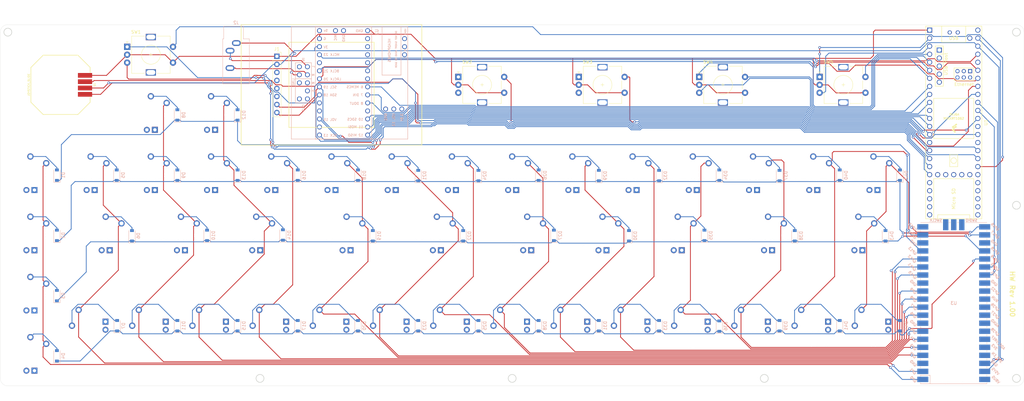
<source format=kicad_pcb>
(kicad_pcb (version 20171130) (host pcbnew "(5.1.4)-1")
  (layers (0 F.Cu signal) (31 B.Cu signal) (34 B.Paste user) (35 F.Paste user) (36 B.SilkS user) (37 F.SilkS user) (38 B.Mask user) (39 F.Mask user) (44 Edge.Cuts user))
  (net 0 "")
  (net 1 "Net-(D1-Pad2)")
  (net 2 /ROW0)
  (net 3 "Net-(D2-Pad2)")
  (net 4 /ROW1)
  (net 5 "Net-(D3-Pad2)")
  (net 6 /ROW2)
  (net 7 "Net-(D4-Pad2)")
  (net 8 /ROW3)
  (net 9 "Net-(D5-Pad2)")
  (net 10 "Net-(D6-Pad2)")
  (net 11 "Net-(D7-Pad2)")
  (net 12 "Net-(D8-Pad2)")
  (net 13 "Net-(D9-Pad2)")
  (net 14 "Net-(D10-Pad2)")
  (net 15 "Net-(D11-Pad2)")
  (net 16 "Net-(D12-Pad2)")
  (net 17 "Net-(D13-Pad2)")
  (net 18 "Net-(D14-Pad2)")
  (net 19 "Net-(D15-Pad2)")
  (net 20 "Net-(D16-Pad2)")
  (net 21 "Net-(D17-Pad2)")
  (net 22 "Net-(D18-Pad2)")
  (net 23 "Net-(D19-Pad2)")
  (net 24 "Net-(D20-Pad2)")
  (net 25 "Net-(D21-Pad2)")
  (net 26 "Net-(D22-Pad2)")
  (net 27 "Net-(D23-Pad2)")
  (net 28 "Net-(D24-Pad2)")
  (net 29 "Net-(D25-Pad2)")
  (net 30 "Net-(D26-Pad2)")
  (net 31 "Net-(D27-Pad2)")
  (net 32 "Net-(D28-Pad2)")
  (net 33 "Net-(D29-Pad2)")
  (net 34 "Net-(D30-Pad2)")
  (net 35 "Net-(D31-Pad2)")
  (net 36 "Net-(D32-Pad2)")
  (net 37 "Net-(D33-Pad2)")
  (net 38 "Net-(D34-Pad2)")
  (net 39 "Net-(D35-Pad2)")
  (net 40 "Net-(D36-Pad2)")
  (net 41 "Net-(D37-Pad2)")
  (net 42 "Net-(D38-Pad2)")
  (net 43 "Net-(D39-Pad2)")
  (net 44 "Net-(D40-Pad2)")
  (net 45 "Net-(D41-Pad2)")
  (net 46 "Net-(D42-Pad2)")
  (net 47 "Net-(D43-Pad2)")
  (net 48 "Net-(D44-Pad2)")
  (net 49 "Net-(J1-Pad6)")
  (net 50 /SCR_RST)
  (net 51 "Net-(J1-Pad4)")
  (net 52 "Net-(J1-Pad3)")
  (net 53 /3V3)
  (net 54 /GND)
  (net 55 /COL0)
  (net 56 /COL1)
  (net 57 /COL2)
  (net 58 /COL3)
  (net 59 /COL4)
  (net 60 /COL5)
  (net 61 /COL6)
  (net 62 /COL7)
  (net 63 /COL8)
  (net 64 /COL9)
  (net 65 /COL10)
  (net 66 /COL11)
  (net 67 /COL12)
  (net 68 /COL13)
  (net 69 /COL14)
  (net 70 /JOY_Y)
  (net 71 /JOY_X)
  (net 72 /S1B)
  (net 73 /S1A)
  (net 74 /SW1)
  (net 75 /S2B)
  (net 76 /S2A)
  (net 77 /SW2)
  (net 78 /S3B)
  (net 79 /S3A)
  (net 80 /SW3)
  (net 81 /S4B)
  (net 82 /S4A)
  (net 83 /SW4)
  (net 84 /S5B)
  (net 85 /S5A)
  (net 86 /SW5)
  (net 87 "Net-(U1-Pad66)")
  (net 88 "Net-(U1-Pad67)")
  (net 89 "Net-(U1-Pad54)")
  (net 90 "Net-(U1-Pad53)")
  (net 91 "Net-(U1-Pad52)")
  (net 92 "Net-(U1-Pad51)")
  (net 93 "Net-(U1-Pad50)")
  (net 94 "Net-(U1-Pad62)")
  (net 95 "Net-(U1-Pad63)")
  (net 96 "Net-(U1-Pad64)")
  (net 97 "Net-(U1-Pad61)")
  (net 98 "Net-(U1-Pad65)")
  (net 99 "Net-(U1-Pad60)")
  (net 100 "Net-(U1-Pad20)")
  (net 101 "Net-(U1-Pad15)")
  (net 102 "Net-(U1-Pad21)")
  (net 103 "Net-(U1-Pad22)")
  (net 104 "Net-(U1-Pad23)")
  (net 105 "Net-(U1-Pad24)")
  (net 106 "Net-(U1-Pad25)")
  (net 107 "Net-(U1-Pad26)")
  (net 108 "Net-(U1-Pad27)")
  (net 109 "Net-(U1-Pad28)")
  (net 110 "Net-(U1-Pad29)")
  (net 111 "Net-(U1-Pad30)")
  (net 112 "Net-(U1-Pad34)")
  (net 113 "Net-(U1-Pad11)")
  (net 114 "Net-(U1-Pad36)")
  (net 115 "Net-(U1-Pad44)")
  (net 116 "Net-(U1-Pad48)")
  (net 117 "Net-(U1-Pad55)")
  (net 118 "Net-(U1-Pad56)")
  (net 119 "Net-(U1-Pad57)")
  (net 120 "Net-(U1-Pad58)")
  (net 121 "Net-(U1-Pad59)")
  (net 122 "Net-(U1-Pad49)")
  (net 123 "Net-(U2-Pad43)")
  (net 124 "Net-(U2-Pad41)")
  (net 125 "Net-(U2-Pad42)")
  (net 126 "Net-(U2-Pad40)")
  (net 127 "Net-(U2-Pad39)")
  (net 128 "Net-(U2-Pad38)")
  (net 129 "Net-(U2-Pad37)")
  (net 130 "Net-(U2-Pad30)")
  (net 131 "Net-(U2-Pad26)")
  (net 132 "Net-(U2-Pad21)")
  (net 133 "Net-(U2-Pad20)")
  (net 134 "Net-(U2-Pad18)")
  (net 135 "Net-(U2-Pad15)")
  (net 136 "Net-(U2-Pad16)")
  (net 137 "Net-(U2-Pad11)")
  (net 138 "Net-(U2-Pad7)")
  (net 139 "Net-(U2-Pad6)")
  (net 140 "Net-(U2-Pad5)")
  (net 141 "Net-(U2-Pad4)")
  (net 142 "Net-(U2-Pad3)")
  (net 143 "Net-(U2-Pad2)")
  (net 144 "Net-(U3-Pad43)")
  (net 145 "Net-(U3-Pad42)")
  (net 146 "Net-(U3-Pad41)")
  (net 147 "Net-(U3-Pad23)")
  (net 148 "Net-(U3-Pad28)")
  (net 149 "Net-(U3-Pad29)")
  (net 150 "Net-(U3-Pad30)")
  (net 151 "Net-(U3-Pad31)")
  (net 152 "Net-(U3-Pad32)")
  (net 153 "Net-(U3-Pad33)")
  (net 154 "Net-(U3-Pad34)")
  (net 155 "Net-(U3-Pad35)")
  (net 156 "Net-(U3-Pad36)")
  (net 157 "Net-(U3-Pad37)")
  (net 158 "Net-(U3-Pad40)")
  (net 159 "Net-(U3-Pad20)")
  (net 160 "Net-(U3-Pad18)")
  (net 161 "Net-(U3-Pad13)")
  (net 162 "Net-(U3-Pad8)")
  (net 163 "Net-(U3-Pad3)")
  (net 164 /PIGND)
  (net 165 /SDA1)
  (net 166 /SCL1)
  (net 167 /MCLK)
  (net 168 /BCLK)
  (net 169 /LRCLK)
  (net 170 /SCL)
  (net 171 /SDA)
  (net 172 /VOL)
  (net 173 /SCK)
  (net 174 /MEMCS)
  (net 175 /DIN)
  (net 176 /DOUT)
  (net 177 /SDCS)
  (net 178 /MOSI)
  (net 179 /MISO)
  (net 180 "Net-(J2-PadR)")
  (net 181 "Net-(J2-PadT)")
  (net 182 "Net-(J2-PadS)")
  (net 183 "Net-(J3-PadR)")
  (net 184 "Net-(J3-PadT)")
  (net 185 "Net-(J3-PadS)")
  (module teensy_audio_shield:4.0audioshield (layer B.Cu) (at 97.155 -17.145 270)
    (fp_text reference U2 (at 0.5207 -2.89814 90) (layer B.SilkS) (effects (justify mirror)))
    (fp_text value Teensy4.0_AudioShield_REVD)
    (fp_text user 3.3V (at 27.40406 -10.8458 90) (layer B.SilkS) (effects (font (size 0.762 0.762) (thickness 0.127)) (justify mirror)))
    (fp_text user "VOL 15" (at 28.220489 -8.23976 90) (layer B.SilkS) (effects (font (size 0.762 0.762) (thickness 0.127)) (justify mirror)))
    (fp_text user GND (at 27.331489 -5.73278 90) (layer B.SilkS) (effects (font (size 0.762 0.762) (thickness 0.127)) (justify mirror)))
    (fp_text user L (at 21.59 17.145 90) (layer B.SilkS) (effects (font (size 0.762 0.762) (thickness 0.127)) (justify mirror)))
    (fp_text user G (at 19.05 17.145 90) (layer B.SilkS) (effects (font (size 0.762 0.762) (thickness 0.127)) (justify mirror)))
    (fp_text user R (at 16.51 17.145 90) (layer B.SilkS) (effects (font (size 0.762 0.762) (thickness 0.127)) (justify mirror)))
    (fp_text user R (at 13.97 17.145 90) (layer B.SilkS) (effects (font (size 0.762 0.762) (thickness 0.127)) (justify mirror)))
    (fp_text user L (at 11.43 17.145 90) (layer B.SilkS) (effects (font (size 0.762 0.762) (thickness 0.127)) (justify mirror)))
    (fp_text user OUT (at 24.4602 20.31238 90) (layer B.SilkS) (effects (font (size 0.762 0.762) (thickness 0.127)) (justify mirror)))
    (fp_text user IN (at 9.1186 20.30984 90) (layer B.SilkS) (effects (font (size 0.762 0.762) (thickness 0.127)) (justify mirror)))
    (fp_text user 5v (at -0.05588 13.291094) (layer B.SilkS) (effects (font (size 0.762 0.762) (thickness 0.127)) (justify mirror)))
    (fp_text user GND (at 0.08636 2.594852) (layer B.SilkS) (effects (font (size 0.762 0.762) (thickness 0.127)) (justify mirror)))
    (fp_text user MIC (at 2.224314 10.15238 90) (layer B.SilkS) (effects (font (size 0.762 0.762) (thickness 0.127)) (justify mirror)))
    (fp_text user GND (at 2.3876 7.56412 90) (layer B.SilkS) (effects (font (size 0.762 0.762) (thickness 0.127)) (justify mirror)))
    (fp_text user "SCK 13" (at 33.14192 11.80338 180) (layer B.SilkS) (effects (font (size 0.762 0.762) (thickness 0.127)) (justify mirror)))
    (fp_text user R (at 6.23316 -11.94054 90) (layer B.SilkS) (effects (font (size 0.508 0.508) (thickness 0.1016)) (justify mirror)))
    (fp_text user L (at 8.90524 -11.94054 90) (layer B.SilkS) (effects (font (size 0.508 0.508) (thickness 0.1016)) (justify mirror)))
    (fp_text user "VOL 15" (at 28.1686 11.894094) (layer B.SilkS) (effects (font (size 0.762 0.762) (thickness 0.127)) (justify mirror)))
    (fp_text user G (at 2.57048 13.563237) (layer B.SilkS) (effects (font (size 0.762 0.762) (thickness 0.127)) (justify mirror)))
    (fp_text user 3V (at 5.20954 13.254808) (layer B.SilkS) (effects (font (size 0.762 0.762) (thickness 0.127)) (justify mirror)))
    (fp_text user "MCLK 23" (at 7.61492 11.42238) (layer B.SilkS) (effects (font (size 0.762 0.762) (thickness 0.127)) (justify mirror)))
    (fp_text user "BCLK 21" (at 12.79144 11.476808) (layer B.SilkS) (effects (font (size 0.762 0.762) (thickness 0.127)) (justify mirror)))
    (fp_text user "LRCLK 20" (at 15.3797 11.16838) (layer B.SilkS) (effects (font (size 0.762 0.762) (thickness 0.127)) (justify mirror)))
    (fp_text user "SCL 19" (at 17.86636 11.875951) (layer B.SilkS) (effects (font (size 0.762 0.762) (thickness 0.127)) (justify mirror)))
    (fp_text user "SDA 18" (at 20.35302 11.857808) (layer B.SilkS) (effects (font (size 0.762 0.762) (thickness 0.127)) (justify mirror)))
    (fp_text user "6 MEMCS" (at 17.81556 4.04628 180) (layer B.SilkS) (effects (font (size 0.762 0.762) (thickness 0.127)) (justify mirror)))
    (fp_text user "7 DIN" (at 20.35302 3.048423) (layer B.SilkS) (effects (font (size 0.762 0.762) (thickness 0.127)) (justify mirror)))
    (fp_text user "8 DOUT" (at 23.04288 3.556423) (layer B.SilkS) (effects (font (size 0.762 0.762) (thickness 0.127)) (justify mirror)))
    (fp_text user "10 SDCS" (at 28.067 3.937423) (layer B.SilkS) (effects (font (size 0.762 0.762) (thickness 0.127)) (justify mirror)))
    (fp_text user "11 MOSI" (at 30.45206 3.828566) (layer B.SilkS) (effects (font (size 0.762 0.762) (thickness 0.127)) (justify mirror)))
    (fp_text user "12 MISO" (at 33.09112 3.828566) (layer B.SilkS) (effects (font (size 0.762 0.762) (thickness 0.127)) (justify mirror)))
    (fp_text user VGND (at 0.32258 -11.94054 90) (layer B.SilkS) (effects (font (size 0.508 0.508) (thickness 0.1016)) (justify mirror)))
    (fp_text user HEADPHONES (at 6.23316 -6.88594 90) (layer B.SilkS) (effects (font (size 0.762 0.762) (thickness 0.127)) (justify mirror)))
    (fp_text user "DO NOT SHORT VGND TO GND!" (at 5.87756 -9.02208 90) (layer B.SilkS) (effects (font (size 0.508 0.508) (thickness 0.1016)) (justify mirror)))
    (fp_text user LINE (at 16.34236 23.51024 90) (layer B.SilkS) (effects (font (size 0.762 0.762) (thickness 0.127)) (justify mirror)))
    (pad 1 thru_hole oval (at 0 0 270) (size 1.524 1.524) (drill 1.016) (layers *.Cu *.Mask) (net 54 /GND))
    (pad 2 thru_hole oval (at 2.54 0 270) (size 1.524 1.524) (drill 1.016) (layers *.Cu *.Mask) (net 143 "Net-(U2-Pad2)"))
    (pad 3 thru_hole oval (at 5.08 0 270) (size 1.524 1.524) (drill 1.016) (layers *.Cu *.Mask) (net 142 "Net-(U2-Pad3)"))
    (pad 4 thru_hole oval (at 7.62 0 270) (size 1.524 1.524) (drill 1.016) (layers *.Cu *.Mask) (net 141 "Net-(U2-Pad4)"))
    (pad 5 thru_hole oval (at 10.16 0 270) (size 1.524 1.524) (drill 1.016) (layers *.Cu *.Mask) (net 140 "Net-(U2-Pad5)"))
    (pad 6 thru_hole oval (at 12.7 0 270) (size 1.524 1.524) (drill 1.016) (layers *.Cu *.Mask) (net 139 "Net-(U2-Pad6)"))
    (pad 7 thru_hole oval (at 15.24 0 270) (size 1.524 1.524) (drill 1.016) (layers *.Cu *.Mask) (net 138 "Net-(U2-Pad7)"))
    (pad 8 thru_hole oval (at 17.78 0 270) (size 1.524 1.524) (drill 1.016) (layers *.Cu *.Mask) (net 174 /MEMCS))
    (pad 9 thru_hole oval (at 20.32 0 270) (size 1.524 1.524) (drill 1.016) (layers *.Cu *.Mask) (net 175 /DIN))
    (pad 10 thru_hole oval (at 22.86 0 270) (size 1.524 1.524) (drill 1.016) (layers *.Cu *.Mask) (net 176 /DOUT))
    (pad 11 thru_hole oval (at 25.4 0 270) (size 1.524 1.524) (drill 1.016) (layers *.Cu *.Mask) (net 137 "Net-(U2-Pad11)"))
    (pad 12 thru_hole oval (at 27.94 0 270) (size 1.524 1.524) (drill 1.016) (layers *.Cu *.Mask) (net 177 /SDCS))
    (pad 13 thru_hole oval (at 30.48 0 270) (size 1.524 1.524) (drill 1.016) (layers *.Cu *.Mask) (net 178 /MOSI))
    (pad 14 thru_hole oval (at 33.02 0 270) (size 1.524 1.524) (drill 1.016) (layers *.Cu *.Mask) (net 179 /MISO))
    (pad 16 thru_hole oval (at 0 7.62 270) (size 1.524 1.524) (drill 1.016) (layers *.Cu *.Mask) (net 136 "Net-(U2-Pad16)"))
    (pad 15 thru_hole oval (at 0 10.16 270) (size 1.524 1.524) (drill 1.016) (layers *.Cu *.Mask) (net 135 "Net-(U2-Pad15)"))
    (pad 17 thru_hole oval (at 33.02 15.24 270) (size 1.524 1.524) (drill 1.016) (layers *.Cu *.Mask) (net 173 /SCK))
    (pad 18 thru_hole oval (at 30.48 15.24 270) (size 1.524 1.524) (drill 1.016) (layers *.Cu *.Mask) (net 134 "Net-(U2-Pad18)"))
    (pad 19 thru_hole oval (at 27.94 15.24 270) (size 1.524 1.524) (drill 1.016) (layers *.Cu *.Mask) (net 172 /VOL))
    (pad 20 thru_hole oval (at 25.4 15.24 270) (size 1.524 1.524) (drill 1.016) (layers *.Cu *.Mask) (net 133 "Net-(U2-Pad20)"))
    (pad 21 thru_hole oval (at 22.86 15.24 270) (size 1.524 1.524) (drill 1.016) (layers *.Cu *.Mask) (net 132 "Net-(U2-Pad21)"))
    (pad 22 thru_hole oval (at 20.32 15.24 270) (size 1.524 1.524) (drill 1.016) (layers *.Cu *.Mask) (net 171 /SDA))
    (pad 23 thru_hole oval (at 17.78 15.24 270) (size 1.524 1.524) (drill 1.016) (layers *.Cu *.Mask) (net 170 /SCL))
    (pad 24 thru_hole oval (at 15.24 15.24 270) (size 1.524 1.524) (drill 1.016) (layers *.Cu *.Mask) (net 169 /LRCLK))
    (pad 25 thru_hole oval (at 12.7 15.24 270) (size 1.524 1.524) (drill 1.016) (layers *.Cu *.Mask) (net 168 /BCLK))
    (pad 26 thru_hole oval (at 10.16 15.24 270) (size 1.524 1.524) (drill 1.016) (layers *.Cu *.Mask) (net 131 "Net-(U2-Pad26)"))
    (pad 27 thru_hole oval (at 7.62 15.24 270) (size 1.524 1.524) (drill 1.016) (layers *.Cu *.Mask) (net 167 /MCLK))
    (pad 28 thru_hole oval (at 5.08 15.24 270) (size 1.524 1.524) (drill 1.016) (layers *.Cu *.Mask) (net 53 /3V3))
    (pad 29 thru_hole oval (at 2.54 15.24 270) (size 1.524 1.524) (drill 1.016) (layers *.Cu *.Mask) (net 54 /GND))
    (pad 30 thru_hole oval (at 0 15.24 270) (size 1.524 1.524) (drill 1.016) (layers *.Cu *.Mask) (net 130 "Net-(U2-Pad30)"))
    (pad 35 thru_hole circle (at 11.43 19.05 270) (size 1.524 1.524) (drill 1.016) (layers *.Cu *.Mask) (net 181 "Net-(J2-PadT)"))
    (pad 34 thru_hole circle (at 13.97 19.05 270) (size 1.524 1.524) (drill 1.016) (layers *.Cu *.Mask) (net 180 "Net-(J2-PadR)"))
    (pad 37 thru_hole circle (at 11.43 21.59 270) (size 1.524 1.524) (drill 1.016) (layers *.Cu *.Mask) (net 129 "Net-(U2-Pad37)"))
    (pad 36 thru_hole circle (at 13.97 21.59 270) (size 1.524 1.524) (drill 1.016) (layers *.Cu *.Mask) (net 182 "Net-(J2-PadS)"))
    (pad 45 thru_hole circle (at 16.51 21.59 270) (size 1.524 1.524) (drill 1.016) (layers *.Cu *.Mask))
    (pad 33 thru_hole circle (at 16.51 19.05 270) (size 1.524 1.524) (drill 1.016) (layers *.Cu *.Mask) (net 183 "Net-(J3-PadR)"))
    (pad 32 thru_hole circle (at 19.05 19.05 270) (size 1.524 1.524) (drill 1.016) (layers *.Cu *.Mask) (net 185 "Net-(J3-PadS)"))
    (pad 31 thru_hole circle (at 21.59 19.05 270) (size 1.524 1.524) (drill 1.016) (layers *.Cu *.Mask) (net 184 "Net-(J3-PadT)"))
    (pad 46 thru_hole circle (at 21.59 21.59 270) (size 1.524 1.524) (drill 1.016) (layers *.Cu *.Mask))
    (pad 38 thru_hole circle (at 24.7904 -5.69214 270) (size 1.524 1.524) (drill 1.016) (layers *.Cu *.Mask) (net 128 "Net-(U2-Pad38)"))
    (pad 39 thru_hole circle (at 24.7904 -8.27278 270) (size 1.524 1.524) (drill 1.016) (layers *.Cu *.Mask) (net 127 "Net-(U2-Pad39)"))
    (pad 40 thru_hole circle (at 24.7904 -10.81024 270) (size 1.524 1.524) (drill 1.016) (layers *.Cu *.Mask) (net 126 "Net-(U2-Pad40)"))
    (pad 42 thru_hole oval (at 5.08 -11.684 270) (size 1.524 1.524) (drill 1.016) (layers *.Cu *.Mask) (net 125 "Net-(U2-Pad42)"))
    (pad 41 thru_hole oval (at 7.62 -11.684 270) (size 1.524 1.524) (drill 1.016) (layers *.Cu *.Mask) (net 124 "Net-(U2-Pad41)"))
    (pad 43 thru_hole oval (at 2.54 -11.684 270) (size 1.524 1.524) (drill 1.016) (layers *.Cu *.Mask) (net 123 "Net-(U2-Pad43)"))
  )
  (module Connector_Audio:Jack_3.5mm_CUI_SJ1-3533NG_Horizontal (layer B.Cu) (at 55.626 -13.208 180)
    (fp_text reference J2 (at 0.1 6.45) (layer B.SilkS) (effects (justify mirror)))
    (fp_text value AudioJack3)
    (pad R thru_hole oval (at 2 -7.9 180) (size 2.8 1.8) (drill oval 2 1) (layers *.Cu *.Mask) (net 180 "Net-(J2-PadR)"))
    (pad T thru_hole oval (at 2 -2.4 180) (size 2.8 1.8) (drill oval 2 1) (layers *.Cu *.Mask) (net 181 "Net-(J2-PadT)"))
    (pad S thru_hole oval (at 0 0 180) (size 2.8 1.8) (drill oval 2 1) (layers *.Cu *.Mask) (net 182 "Net-(J2-PadS)"))
  )
  (module Connector_PinSocket_2.54mm:PinSocket_1x08_P2.54mm_Vertical (layer F.Cu) (at 68.443999 -9.017001)
    (fp_text reference J1 (at 0 -2.33) (layer F.SilkS))
    (fp_text value Conn_01x08)
    (pad 8 thru_hole oval (at 0 17.78) (size 1.7 1.7) (drill 1) (layers *.Cu *.Mask) (net 171 /SDA))
    (pad 7 thru_hole oval (at 0 15.24) (size 1.7 1.7) (drill 1) (layers *.Cu *.Mask) (net 170 /SCL))
    (pad 6 thru_hole oval (at 0 12.7) (size 1.7 1.7) (drill 1) (layers *.Cu *.Mask) (net 49 "Net-(J1-Pad6)"))
    (pad 5 thru_hole oval (at 0 10.16) (size 1.7 1.7) (drill 1) (layers *.Cu *.Mask) (net 50 /SCR_RST))
    (pad 4 thru_hole oval (at 0 7.62) (size 1.7 1.7) (drill 1) (layers *.Cu *.Mask) (net 51 "Net-(J1-Pad4)"))
    (pad 3 thru_hole oval (at 0 5.08) (size 1.7 1.7) (drill 1) (layers *.Cu *.Mask) (net 52 "Net-(J1-Pad3)"))
    (pad 2 thru_hole oval (at 0 2.54) (size 1.7 1.7) (drill 1) (layers *.Cu *.Mask) (net 53 /3V3))
    (pad 1 thru_hole rect (at 0 0) (size 1.7 1.7) (drill 1) (layers *.Cu *.Mask) (net 54 /GND))
  )
  (module teensy:Teensy41 (layer F.Cu) (at 282.575 11.90625 270)
    (fp_text reference U1 (at 0 -10.16 90) (layer F.SilkS))
    (fp_text value Teensy4.1)
    (fp_text user DVJ6A (at -2.54 -0.18 180) (layer F.SilkS) (effects (font (size 0.7 0.7))))
    (fp_text user MIMXRT1062 (at -1.27 0 180) (layer F.SilkS) (effects (font (size 0.7 0.7))))
    (fp_text user "Micro SD" (at 24.13 0 90) (layer F.SilkS))
    (fp_text user USB (at -26.67 0 180) (layer F.SilkS))
    (fp_text user Ethernet (at -12.065 -3.2766) (layer F.SilkS))
    (fp_text user "USB Host" (at -18.4658 2.4892 90) (layer F.SilkS))
    (pad 49 thru_hole circle (at -26.67 -5.08 270) (size 1.6 1.6) (drill 1.1) (layers *.Cu *.Mask) (net 122 "Net-(U1-Pad49)"))
    (pad 59 thru_hole circle (at -12.7508 4.5692 270) (size 1.6 1.6) (drill 1.1) (layers *.Cu *.Mask) (net 121 "Net-(U1-Pad59)"))
    (pad 58 thru_hole circle (at -15.2908 4.5692 270) (size 1.6 1.6) (drill 1.1) (layers *.Cu *.Mask) (net 120 "Net-(U1-Pad58)"))
    (pad 57 thru_hole circle (at -17.8308 4.5692 270) (size 1.6 1.6) (drill 1.1) (layers *.Cu *.Mask) (net 119 "Net-(U1-Pad57)"))
    (pad 56 thru_hole circle (at -20.3708 4.5692 270) (size 1.6 1.6) (drill 1.1) (layers *.Cu *.Mask) (net 118 "Net-(U1-Pad56)"))
    (pad 55 thru_hole rect (at -22.9108 4.5692 270) (size 1.6 1.6) (drill 1.1) (layers *.Cu *.Mask) (net 117 "Net-(U1-Pad55)"))
    (pad 48 thru_hole circle (at -29.21 -7.62 270) (size 1.6 1.6) (drill 1.1) (layers *.Cu *.Mask) (net 116 "Net-(U1-Pad48)"))
    (pad 47 thru_hole circle (at -26.67 -7.62 270) (size 1.6 1.6) (drill 1.1) (layers *.Cu *.Mask) (net 164 /PIGND))
    (pad 46 thru_hole circle (at -24.13 -7.62 270) (size 1.6 1.6) (drill 1.1) (layers *.Cu *.Mask) (net 53 /3V3))
    (pad 45 thru_hole circle (at -21.59 -7.62 270) (size 1.6 1.6) (drill 1.1) (layers *.Cu *.Mask) (net 167 /MCLK))
    (pad 44 thru_hole circle (at -19.05 -7.62 270) (size 1.6 1.6) (drill 1.1) (layers *.Cu *.Mask) (net 115 "Net-(U1-Pad44)"))
    (pad 43 thru_hole circle (at -16.51 -7.62 270) (size 1.6 1.6) (drill 1.1) (layers *.Cu *.Mask) (net 168 /BCLK))
    (pad 42 thru_hole circle (at -13.97 -7.62 270) (size 1.6 1.6) (drill 1.1) (layers *.Cu *.Mask) (net 169 /LRCLK))
    (pad 41 thru_hole circle (at -11.43 -7.62 270) (size 1.6 1.6) (drill 1.1) (layers *.Cu *.Mask) (net 170 /SCL))
    (pad 40 thru_hole circle (at -8.89 -7.62 270) (size 1.6 1.6) (drill 1.1) (layers *.Cu *.Mask) (net 171 /SDA))
    (pad 39 thru_hole circle (at -6.35 -7.62 270) (size 1.6 1.6) (drill 1.1) (layers *.Cu *.Mask) (net 165 /SDA1))
    (pad 38 thru_hole circle (at -3.81 -7.62 270) (size 1.6 1.6) (drill 1.1) (layers *.Cu *.Mask) (net 166 /SCL1))
    (pad 37 thru_hole circle (at -1.27 -7.62 270) (size 1.6 1.6) (drill 1.1) (layers *.Cu *.Mask) (net 172 /VOL))
    (pad 36 thru_hole circle (at 1.27 -7.62 270) (size 1.6 1.6) (drill 1.1) (layers *.Cu *.Mask) (net 114 "Net-(U1-Pad36)"))
    (pad 35 thru_hole circle (at 3.81 -7.62 270) (size 1.6 1.6) (drill 1.1) (layers *.Cu *.Mask) (net 173 /SCK))
    (pad 1 thru_hole rect (at -29.21 7.62 270) (size 1.6 1.6) (drill 1.1) (layers *.Cu *.Mask) (net 54 /GND))
    (pad 2 thru_hole circle (at -26.67 7.62 270) (size 1.6 1.6) (drill 1.1) (layers *.Cu *.Mask) (net 85 /S5A))
    (pad 3 thru_hole circle (at -24.13 7.62 270) (size 1.6 1.6) (drill 1.1) (layers *.Cu *.Mask) (net 84 /S5B))
    (pad 4 thru_hole circle (at -21.59 7.62 270) (size 1.6 1.6) (drill 1.1) (layers *.Cu *.Mask) (net 86 /SW5))
    (pad 5 thru_hole circle (at -19.05 7.62 270) (size 1.6 1.6) (drill 1.1) (layers *.Cu *.Mask) (net 82 /S4A))
    (pad 6 thru_hole circle (at -16.51 7.62 270) (size 1.6 1.6) (drill 1.1) (layers *.Cu *.Mask) (net 83 /SW4))
    (pad 7 thru_hole circle (at -13.97 7.62 270) (size 1.6 1.6) (drill 1.1) (layers *.Cu *.Mask) (net 81 /S4B))
    (pad 8 thru_hole circle (at -11.43 7.62 270) (size 1.6 1.6) (drill 1.1) (layers *.Cu *.Mask) (net 174 /MEMCS))
    (pad 9 thru_hole circle (at -8.89 7.62 270) (size 1.6 1.6) (drill 1.1) (layers *.Cu *.Mask) (net 175 /DIN))
    (pad 10 thru_hole circle (at -6.35 7.62 270) (size 1.6 1.6) (drill 1.1) (layers *.Cu *.Mask) (net 176 /DOUT))
    (pad 11 thru_hole circle (at -3.81 7.62 270) (size 1.6 1.6) (drill 1.1) (layers *.Cu *.Mask) (net 113 "Net-(U1-Pad11)"))
    (pad 12 thru_hole circle (at -1.27 7.62 270) (size 1.6 1.6) (drill 1.1) (layers *.Cu *.Mask) (net 177 /SDCS))
    (pad 13 thru_hole circle (at 1.27 7.62 270) (size 1.6 1.6) (drill 1.1) (layers *.Cu *.Mask) (net 178 /MOSI))
    (pad 34 thru_hole circle (at 6.35 -7.62 270) (size 1.6 1.6) (drill 1.1) (layers *.Cu *.Mask) (net 112 "Net-(U1-Pad34)"))
    (pad 33 thru_hole circle (at 8.89 -7.62 270) (size 1.6 1.6) (drill 1.1) (layers *.Cu *.Mask) (net 80 /SW3))
    (pad 32 thru_hole circle (at 11.43 -7.62 270) (size 1.6 1.6) (drill 1.1) (layers *.Cu *.Mask) (net 77 /SW2))
    (pad 31 thru_hole circle (at 13.97 -7.62 270) (size 1.6 1.6) (drill 1.1) (layers *.Cu *.Mask) (net 74 /SW1))
    (pad 30 thru_hole circle (at 16.51 -7.62 270) (size 1.6 1.6) (drill 1.1) (layers *.Cu *.Mask) (net 111 "Net-(U1-Pad30)"))
    (pad 29 thru_hole circle (at 19.05 -7.62 270) (size 1.6 1.6) (drill 1.1) (layers *.Cu *.Mask) (net 110 "Net-(U1-Pad29)"))
    (pad 28 thru_hole circle (at 21.59 -7.62 270) (size 1.6 1.6) (drill 1.1) (layers *.Cu *.Mask) (net 109 "Net-(U1-Pad28)"))
    (pad 27 thru_hole circle (at 24.13 -7.62 270) (size 1.6 1.6) (drill 1.1) (layers *.Cu *.Mask) (net 108 "Net-(U1-Pad27)"))
    (pad 26 thru_hole circle (at 26.67 -7.62 270) (size 1.6 1.6) (drill 1.1) (layers *.Cu *.Mask) (net 107 "Net-(U1-Pad26)"))
    (pad 25 thru_hole circle (at 29.21 -7.62 270) (size 1.6 1.6) (drill 1.1) (layers *.Cu *.Mask) (net 106 "Net-(U1-Pad25)"))
    (pad 24 thru_hole circle (at 29.21 7.62 270) (size 1.6 1.6) (drill 1.1) (layers *.Cu *.Mask) (net 105 "Net-(U1-Pad24)"))
    (pad 23 thru_hole circle (at 26.67 7.62 270) (size 1.6 1.6) (drill 1.1) (layers *.Cu *.Mask) (net 104 "Net-(U1-Pad23)"))
    (pad 22 thru_hole circle (at 24.13 7.62 270) (size 1.6 1.6) (drill 1.1) (layers *.Cu *.Mask) (net 103 "Net-(U1-Pad22)"))
    (pad 21 thru_hole circle (at 21.59 7.62 270) (size 1.6 1.6) (drill 1.1) (layers *.Cu *.Mask) (net 102 "Net-(U1-Pad21)"))
    (pad 14 thru_hole circle (at 3.81 7.62 270) (size 1.6 1.6) (drill 1.1) (layers *.Cu *.Mask) (net 179 /MISO))
    (pad 15 thru_hole circle (at 6.35 7.62 270) (size 1.6 1.6) (drill 1.1) (layers *.Cu *.Mask) (net 101 "Net-(U1-Pad15)"))
    (pad 16 thru_hole circle (at 8.89 7.62 270) (size 1.6 1.6) (drill 1.1) (layers *.Cu *.Mask) (net 70 /JOY_Y))
    (pad 20 thru_hole circle (at 19.05 7.62 270) (size 1.6 1.6) (drill 1.1) (layers *.Cu *.Mask) (net 100 "Net-(U1-Pad20)"))
    (pad 19 thru_hole circle (at 16.51 7.62 270) (size 1.6 1.6) (drill 1.1) (layers *.Cu *.Mask) (net 72 /S1B))
    (pad 18 thru_hole circle (at 13.97 7.62 270) (size 1.6 1.6) (drill 1.1) (layers *.Cu *.Mask) (net 73 /S1A))
    (pad 17 thru_hole circle (at 11.43 7.62 270) (size 1.6 1.6) (drill 1.1) (layers *.Cu *.Mask) (net 71 /JOY_X))
    (pad 60 thru_hole rect (at -16.24 -5.1816 270) (size 1.3 1.3) (drill 0.8) (layers *.Cu *.Mask) (net 99 "Net-(U1-Pad60)"))
    (pad 65 thru_hole circle (at -14.24 -5.1816 270) (size 1.3 1.3) (drill 0.8) (layers *.Cu *.Mask) (net 98 "Net-(U1-Pad65)"))
    (pad 61 thru_hole circle (at -16.24 -3.1816 270) (size 1.3 1.3) (drill 0.8) (layers *.Cu *.Mask) (net 97 "Net-(U1-Pad61)"))
    (pad 64 thru_hole circle (at -14.24 -3.1816 270) (size 1.3 1.3) (drill 0.8) (layers *.Cu *.Mask) (net 96 "Net-(U1-Pad64)"))
    (pad 63 thru_hole circle (at -14.24 -1.1816 270) (size 1.3 1.3) (drill 0.8) (layers *.Cu *.Mask) (net 95 "Net-(U1-Pad63)"))
    (pad 62 thru_hole circle (at -16.24 -1.1816 270) (size 1.3 1.3) (drill 0.8) (layers *.Cu *.Mask) (net 94 "Net-(U1-Pad62)"))
    (pad 50 thru_hole circle (at 16.51 5.08 270) (size 1.6 1.6) (drill 1.1) (layers *.Cu *.Mask) (net 93 "Net-(U1-Pad50)"))
    (pad 51 thru_hole circle (at 16.51 2.54 270) (size 1.6 1.6) (drill 1.1) (layers *.Cu *.Mask) (net 92 "Net-(U1-Pad51)"))
    (pad 52 thru_hole circle (at 16.51 0 270) (size 1.6 1.6) (drill 1.1) (layers *.Cu *.Mask) (net 91 "Net-(U1-Pad52)"))
    (pad 53 thru_hole circle (at 16.51 -2.54 270) (size 1.6 1.6) (drill 1.1) (layers *.Cu *.Mask) (net 90 "Net-(U1-Pad53)"))
    (pad 54 thru_hole circle (at 16.51 -5.08 270) (size 1.6 1.6) (drill 1.1) (layers *.Cu *.Mask) (net 89 "Net-(U1-Pad54)"))
    (pad 67 thru_hole circle (at -28.48 1.27 270) (size 1.3 1.3) (drill 0.8) (layers *.Cu *.Mask) (net 88 "Net-(U1-Pad67)"))
    (pad 66 thru_hole circle (at -28.48 -1.27 270) (size 1.3 1.3) (drill 0.8) (layers *.Cu *.Mask) (net 87 "Net-(U1-Pad66)"))
  )
  (module Kailh_Choc:KailhChoc-1U (layer F.Cu) (at 66.675 76.2 90)
    (fp_text reference MX17)
    (fp_text value MX-NoLED)
    (pad 4 thru_hole rect (at 1.27 4.7 90) (size 1.905 1.905) (drill 1.04) (layers *.Cu B.Mask))
    (pad 3 thru_hole circle (at -1.27 4.7 90) (size 1.905 1.905) (drill 1.04) (layers *.Cu B.Mask))
    (pad "" np_thru_hole circle (at -5.22 4.2 90) (size 1.2 1.2) (drill 1.2) (layers *.Cu *.Mask))
    (pad "" np_thru_hole circle (at 5.5 0 138.1) (size 1.9 1.9) (drill 1.9) (layers *.Cu *.Mask))
    (pad "" np_thru_hole circle (at -5.5 0 138.1) (size 1.9 1.9) (drill 1.9) (layers *.Cu *.Mask))
    (pad 1 thru_hole circle (at 5 -3.8 90) (size 2 2) (drill 1.2) (layers *.Cu B.Mask) (net 59 /COL4))
    (pad "" np_thru_hole circle (at 0 0 90) (size 3.4 3.4) (drill 3.4) (layers *.Cu *.Mask))
    (pad 2 thru_hole circle (at 0 -5.9 90) (size 2 2) (drill 1.2) (layers *.Cu B.Mask) (net 21 "Net-(D17-Pad2)"))
  )
  (module MCU_RaspberryPi_and_Boards:RPi_Pico_SMD_TH (layer B.Cu) (at 282.575 69.05625)
    (fp_text reference U3 (at 0 0) (layer B.SilkS) (effects (justify mirror)))
    (fp_text value Pico)
    (fp_text user SWDIO (at 5.6 -26.2) (layer B.SilkS) (effects (font (size 0.8 0.8)) (justify mirror)))
    (fp_text user SWCLK (at -5.7 -26.2) (layer B.SilkS) (effects (font (size 0.8 0.8)) (justify mirror)))
    (fp_text user AGND (at 13.054 6.35 315) (layer B.SilkS) (effects (font (size 0.8 0.8)) (justify mirror)))
    (fp_text user GND (at 12.8 19.05 315) (layer B.SilkS) (effects (font (size 0.8 0.8)) (justify mirror)))
    (fp_text user GND (at 12.8 -6.35 315) (layer B.SilkS) (effects (font (size 0.8 0.8)) (justify mirror)))
    (fp_text user GND (at 12.8 -19.05 315) (layer B.SilkS) (effects (font (size 0.8 0.8)) (justify mirror)))
    (fp_text user GND (at -12.8 -19.05 315) (layer B.SilkS) (effects (font (size 0.8 0.8)) (justify mirror)))
    (fp_text user GND (at -12.8 -6.35 315) (layer B.SilkS) (effects (font (size 0.8 0.8)) (justify mirror)))
    (fp_text user GND (at -12.8 6.35 315) (layer B.SilkS) (effects (font (size 0.8 0.8)) (justify mirror)))
    (fp_text user GND (at -12.8 19.05 315) (layer B.SilkS) (effects (font (size 0.8 0.8)) (justify mirror)))
    (fp_text user VBUS (at 13.3 24.2 315) (layer B.SilkS) (effects (font (size 0.8 0.8)) (justify mirror)))
    (fp_text user VSYS (at 13.2 21.59 315) (layer B.SilkS) (effects (font (size 0.8 0.8)) (justify mirror)))
    (fp_text user 3V3_EN (at 13.7 17.2 315) (layer B.SilkS) (effects (font (size 0.8 0.8)) (justify mirror)))
    (fp_text user 3V3 (at 12.9 13.9 315) (layer B.SilkS) (effects (font (size 0.8 0.8)) (justify mirror)))
    (fp_text user ADC_VREF (at 14 12.5 315) (layer B.SilkS) (effects (font (size 0.8 0.8)) (justify mirror)))
    (fp_text user GP28 (at 13.054 9.144 315) (layer B.SilkS) (effects (font (size 0.8 0.8)) (justify mirror)))
    (fp_text user GP27 (at 13.054 3.8 315) (layer B.SilkS) (effects (font (size 0.8 0.8)) (justify mirror)))
    (fp_text user GP26 (at 13.054 1.27 315) (layer B.SilkS) (effects (font (size 0.8 0.8)) (justify mirror)))
    (fp_text user RUN (at 13 -1.27 315) (layer B.SilkS) (effects (font (size 0.8 0.8)) (justify mirror)))
    (fp_text user GP22 (at 13.054 -3.81 315) (layer B.SilkS) (effects (font (size 0.8 0.8)) (justify mirror)))
    (fp_text user GP21 (at 13.054 -8.9 315) (layer B.SilkS) (effects (font (size 0.8 0.8)) (justify mirror)))
    (fp_text user GP20 (at 13.054 -11.43 315) (layer B.SilkS) (effects (font (size 0.8 0.8)) (justify mirror)))
    (fp_text user GP19 (at 13.054 -13.97 315) (layer B.SilkS) (effects (font (size 0.8 0.8)) (justify mirror)))
    (fp_text user GP18 (at 13.054 -16.51 315) (layer B.SilkS) (effects (font (size 0.8 0.8)) (justify mirror)))
    (fp_text user GP17 (at 13.054 -21.59 315) (layer B.SilkS) (effects (font (size 0.8 0.8)) (justify mirror)))
    (fp_text user GP16 (at 13.054 -24.13 315) (layer B.SilkS) (effects (font (size 0.8 0.8)) (justify mirror)))
    (fp_text user GP15 (at -13.054 -24.13 315) (layer B.SilkS) (effects (font (size 0.8 0.8)) (justify mirror)))
    (fp_text user GP14 (at -13.1 -21.59 315) (layer B.SilkS) (effects (font (size 0.8 0.8)) (justify mirror)))
    (fp_text user GP13 (at -13.054 -16.51 315) (layer B.SilkS) (effects (font (size 0.8 0.8)) (justify mirror)))
    (fp_text user GP12 (at -13.2 -13.97 315) (layer B.SilkS) (effects (font (size 0.8 0.8)) (justify mirror)))
    (fp_text user GP11 (at -13.2 -11.43 315) (layer B.SilkS) (effects (font (size 0.8 0.8)) (justify mirror)))
    (fp_text user GP10 (at -13.054 -8.89 315) (layer B.SilkS) (effects (font (size 0.8 0.8)) (justify mirror)))
    (fp_text user GP9 (at -12.8 -3.81 315) (layer B.SilkS) (effects (font (size 0.8 0.8)) (justify mirror)))
    (fp_text user GP8 (at -12.8 -1.27 315) (layer B.SilkS) (effects (font (size 0.8 0.8)) (justify mirror)))
    (fp_text user GP7 (at -12.7 1.3 315) (layer B.SilkS) (effects (font (size 0.8 0.8)) (justify mirror)))
    (fp_text user GP6 (at -12.8 3.81 315) (layer B.SilkS) (effects (font (size 0.8 0.8)) (justify mirror)))
    (fp_text user GP5 (at -12.8 8.89 315) (layer B.SilkS) (effects (font (size 0.8 0.8)) (justify mirror)))
    (fp_text user GP4 (at -12.8 11.43 315) (layer B.SilkS) (effects (font (size 0.8 0.8)) (justify mirror)))
    (fp_text user GP3 (at -12.8 13.97 315) (layer B.SilkS) (effects (font (size 0.8 0.8)) (justify mirror)))
    (fp_text user GP0 (at -12.8 24.13 315) (layer B.SilkS) (effects (font (size 0.8 0.8)) (justify mirror)))
    (fp_text user GP2 (at -12.9 16.51 315) (layer B.SilkS) (effects (font (size 0.8 0.8)) (justify mirror)))
    (fp_text user GP1 (at -12.9 21.6 315) (layer B.SilkS) (effects (font (size 0.8 0.8)) (justify mirror)))
    (pad 43 smd rect (at 2.54 -23.9 270) (size 3.5 1.7) (drill (offset -0.9 0)) (layers B.Cu B.Mask) (net 144 "Net-(U3-Pad43)"))
    (pad 42 smd rect (at 0 -23.9 270) (size 3.5 1.7) (drill (offset -0.9 0)) (layers B.Cu B.Mask) (net 145 "Net-(U3-Pad42)"))
    (pad 41 smd rect (at -2.54 -23.9 270) (size 3.5 1.7) (drill (offset -0.9 0)) (layers B.Cu B.Mask) (net 146 "Net-(U3-Pad41)"))
    (pad "" np_thru_hole oval (at 2.425 20.97) (size 1.5 1.5) (drill 1.5) (layers *.Cu *.Mask))
    (pad "" np_thru_hole oval (at -2.425 20.97) (size 1.5 1.5) (drill 1.5) (layers *.Cu *.Mask))
    (pad "" np_thru_hole oval (at 2.725 24) (size 1.8 1.8) (drill 1.8) (layers *.Cu *.Mask))
    (pad "" np_thru_hole oval (at -2.725 24) (size 1.8 1.8) (drill 1.8) (layers *.Cu *.Mask))
    (pad 21 smd rect (at 8.89 -24.13) (size 3.5 1.7) (drill (offset 0.9 0)) (layers B.Cu B.Mask) (net 2 /ROW0))
    (pad 22 smd rect (at 8.89 -21.59) (size 3.5 1.7) (drill (offset 0.9 0)) (layers B.Cu B.Mask) (net 4 /ROW1))
    (pad 23 smd rect (at 8.89 -19.05) (size 3.5 1.7) (drill (offset 0.9 0)) (layers B.Cu B.Mask) (net 147 "Net-(U3-Pad23)"))
    (pad 24 smd rect (at 8.89 -16.51) (size 3.5 1.7) (drill (offset 0.9 0)) (layers B.Cu B.Mask) (net 6 /ROW2))
    (pad 25 smd rect (at 8.89 -13.97) (size 3.5 1.7) (drill (offset 0.9 0)) (layers B.Cu B.Mask) (net 8 /ROW3))
    (pad 26 smd rect (at 8.89 -11.43) (size 3.5 1.7) (drill (offset 0.9 0)) (layers B.Cu B.Mask) (net 165 /SDA1))
    (pad 27 smd rect (at 8.89 -8.89) (size 3.5 1.7) (drill (offset 0.9 0)) (layers B.Cu B.Mask) (net 166 /SCL1))
    (pad 28 smd rect (at 8.89 -6.35) (size 3.5 1.7) (drill (offset 0.9 0)) (layers B.Cu B.Mask) (net 148 "Net-(U3-Pad28)"))
    (pad 29 smd rect (at 8.89 -3.81) (size 3.5 1.7) (drill (offset 0.9 0)) (layers B.Cu B.Mask) (net 149 "Net-(U3-Pad29)"))
    (pad 30 smd rect (at 8.89 -1.27) (size 3.5 1.7) (drill (offset 0.9 0)) (layers B.Cu B.Mask) (net 150 "Net-(U3-Pad30)"))
    (pad 31 smd rect (at 8.89 1.27) (size 3.5 1.7) (drill (offset 0.9 0)) (layers B.Cu B.Mask) (net 151 "Net-(U3-Pad31)"))
    (pad 32 smd rect (at 8.89 3.81) (size 3.5 1.7) (drill (offset 0.9 0)) (layers B.Cu B.Mask) (net 152 "Net-(U3-Pad32)"))
    (pad 33 smd rect (at 8.89 6.35) (size 3.5 1.7) (drill (offset 0.9 0)) (layers B.Cu B.Mask) (net 153 "Net-(U3-Pad33)"))
    (pad 34 smd rect (at 8.89 8.89) (size 3.5 1.7) (drill (offset 0.9 0)) (layers B.Cu B.Mask) (net 154 "Net-(U3-Pad34)"))
    (pad 35 smd rect (at 8.89 11.43) (size 3.5 1.7) (drill (offset 0.9 0)) (layers B.Cu B.Mask) (net 155 "Net-(U3-Pad35)"))
    (pad 36 smd rect (at 8.89 13.97) (size 3.5 1.7) (drill (offset 0.9 0)) (layers B.Cu B.Mask) (net 156 "Net-(U3-Pad36)"))
    (pad 37 smd rect (at 8.89 16.51) (size 3.5 1.7) (drill (offset 0.9 0)) (layers B.Cu B.Mask) (net 157 "Net-(U3-Pad37)"))
    (pad 38 smd rect (at 8.89 19.05) (size 3.5 1.7) (drill (offset 0.9 0)) (layers B.Cu B.Mask) (net 164 /PIGND))
    (pad 39 smd rect (at 8.89 21.59) (size 3.5 1.7) (drill (offset 0.9 0)) (layers B.Cu B.Mask) (net 53 /3V3))
    (pad 40 smd rect (at 8.89 24.13) (size 3.5 1.7) (drill (offset 0.9 0)) (layers B.Cu B.Mask) (net 158 "Net-(U3-Pad40)"))
    (pad 20 smd rect (at -8.89 -24.13) (size 3.5 1.7) (drill (offset -0.9 0)) (layers B.Cu B.Mask) (net 159 "Net-(U3-Pad20)"))
    (pad 19 smd rect (at -8.89 -21.59) (size 3.5 1.7) (drill (offset -0.9 0)) (layers B.Cu B.Mask) (net 69 /COL14))
    (pad 18 smd rect (at -8.89 -19.05) (size 3.5 1.7) (drill (offset -0.9 0)) (layers B.Cu B.Mask) (net 160 "Net-(U3-Pad18)"))
    (pad 17 smd rect (at -8.89 -16.51) (size 3.5 1.7) (drill (offset -0.9 0)) (layers B.Cu B.Mask) (net 68 /COL13))
    (pad 16 smd rect (at -8.89 -13.97) (size 3.5 1.7) (drill (offset -0.9 0)) (layers B.Cu B.Mask) (net 67 /COL12))
    (pad 15 smd rect (at -8.89 -11.43) (size 3.5 1.7) (drill (offset -0.9 0)) (layers B.Cu B.Mask) (net 66 /COL11))
    (pad 14 smd rect (at -8.89 -8.89) (size 3.5 1.7) (drill (offset -0.9 0)) (layers B.Cu B.Mask) (net 65 /COL10))
    (pad 13 smd rect (at -8.89 -6.35) (size 3.5 1.7) (drill (offset -0.9 0)) (layers B.Cu B.Mask) (net 161 "Net-(U3-Pad13)"))
    (pad 12 smd rect (at -8.89 -3.81) (size 3.5 1.7) (drill (offset -0.9 0)) (layers B.Cu B.Mask) (net 64 /COL9))
    (pad 11 smd rect (at -8.89 -1.27) (size 3.5 1.7) (drill (offset -0.9 0)) (layers B.Cu B.Mask) (net 63 /COL8))
    (pad 10 smd rect (at -8.89 1.27) (size 3.5 1.7) (drill (offset -0.9 0)) (layers B.Cu B.Mask) (net 62 /COL7))
    (pad 9 smd rect (at -8.89 3.81) (size 3.5 1.7) (drill (offset -0.9 0)) (layers B.Cu B.Mask) (net 61 /COL6))
    (pad 8 smd rect (at -8.89 6.35) (size 3.5 1.7) (drill (offset -0.9 0)) (layers B.Cu B.Mask) (net 162 "Net-(U3-Pad8)"))
    (pad 7 smd rect (at -8.89 8.89) (size 3.5 1.7) (drill (offset -0.9 0)) (layers B.Cu B.Mask) (net 60 /COL5))
    (pad 6 smd rect (at -8.89 11.43) (size 3.5 1.7) (drill (offset -0.9 0)) (layers B.Cu B.Mask) (net 59 /COL4))
    (pad 5 smd rect (at -8.89 13.97) (size 3.5 1.7) (drill (offset -0.9 0)) (layers B.Cu B.Mask) (net 58 /COL3))
    (pad 4 smd rect (at -8.89 16.51) (size 3.5 1.7) (drill (offset -0.9 0)) (layers B.Cu B.Mask) (net 57 /COL2))
    (pad 3 smd rect (at -8.89 19.05) (size 3.5 1.7) (drill (offset -0.9 0)) (layers B.Cu B.Mask) (net 163 "Net-(U3-Pad3)"))
    (pad 2 smd rect (at -8.89 21.59) (size 3.5 1.7) (drill (offset -0.9 0)) (layers B.Cu B.Mask) (net 56 /COL1))
    (pad 1 smd rect (at -8.89 24.13) (size 3.5 1.7) (drill (offset -0.9 0)) (layers B.Cu B.Mask) (net 55 /COL0))
  )
  (module Kailh_Choc:KailhChoc-1.5U (layer F.Cu) (at 252.4125 47.625)
    (fp_text reference MX43)
    (fp_text value MX-NoLED)
    (pad 4 thru_hole rect (at 1.27 4.7) (size 1.905 1.905) (drill 1.04) (layers *.Cu B.Mask))
    (pad 3 thru_hole circle (at -1.27 4.7) (size 1.905 1.905) (drill 1.04) (layers *.Cu B.Mask))
    (pad "" np_thru_hole circle (at -5.22 4.2) (size 1.2 1.2) (drill 1.2) (layers *.Cu *.Mask))
    (pad "" np_thru_hole circle (at 5.5 0 48.1) (size 1.9 1.9) (drill 1.9) (layers *.Cu *.Mask))
    (pad "" np_thru_hole circle (at -5.5 0 48.1) (size 1.9 1.9) (drill 1.9) (layers *.Cu *.Mask))
    (pad 1 thru_hole circle (at 5 -3.8) (size 2 2) (drill 1.2) (layers *.Cu B.Mask) (net 69 /COL14))
    (pad "" np_thru_hole circle (at 0 0) (size 3.4 3.4) (drill 3.4) (layers *.Cu *.Mask))
    (pad 2 thru_hole circle (at 0 -5.9) (size 2 2) (drill 1.2) (layers *.Cu B.Mask) (net 47 "Net-(D43-Pad2)"))
  )
  (module Kailh_Choc:KailhChoc-1U (layer F.Cu) (at 238.125 28.575)
    (fp_text reference MX40)
    (fp_text value MX-NoLED)
    (pad 4 thru_hole rect (at 1.27 4.7) (size 1.905 1.905) (drill 1.04) (layers *.Cu B.Mask))
    (pad 3 thru_hole circle (at -1.27 4.7) (size 1.905 1.905) (drill 1.04) (layers *.Cu B.Mask))
    (pad "" np_thru_hole circle (at -5.22 4.2) (size 1.2 1.2) (drill 1.2) (layers *.Cu *.Mask))
    (pad "" np_thru_hole circle (at 5.5 0 48.1) (size 1.9 1.9) (drill 1.9) (layers *.Cu *.Mask))
    (pad "" np_thru_hole circle (at -5.5 0 48.1) (size 1.9 1.9) (drill 1.9) (layers *.Cu *.Mask))
    (pad 1 thru_hole circle (at 5 -3.8) (size 2 2) (drill 1.2) (layers *.Cu B.Mask) (net 68 /COL13))
    (pad "" np_thru_hole circle (at 0 0) (size 3.4 3.4) (drill 3.4) (layers *.Cu *.Mask))
    (pad 2 thru_hole circle (at 0 -5.9) (size 2 2) (drill 1.2) (layers *.Cu B.Mask) (net 44 "Net-(D40-Pad2)"))
  )
  (module Kailh_Choc:KailhChoc-1.5U (layer F.Cu) (at 223.8375 47.625)
    (fp_text reference MX38)
    (fp_text value MX-NoLED)
    (pad 4 thru_hole rect (at 1.27 4.7) (size 1.905 1.905) (drill 1.04) (layers *.Cu B.Mask))
    (pad 3 thru_hole circle (at -1.27 4.7) (size 1.905 1.905) (drill 1.04) (layers *.Cu B.Mask))
    (pad "" np_thru_hole circle (at -5.22 4.2) (size 1.2 1.2) (drill 1.2) (layers *.Cu *.Mask))
    (pad "" np_thru_hole circle (at 5.5 0 48.1) (size 1.9 1.9) (drill 1.9) (layers *.Cu *.Mask))
    (pad "" np_thru_hole circle (at -5.5 0 48.1) (size 1.9 1.9) (drill 1.9) (layers *.Cu *.Mask))
    (pad 1 thru_hole circle (at 5 -3.8) (size 2 2) (drill 1.2) (layers *.Cu B.Mask) (net 67 /COL12))
    (pad "" np_thru_hole circle (at 0 0) (size 3.4 3.4) (drill 3.4) (layers *.Cu *.Mask))
    (pad 2 thru_hole circle (at 0 -5.9) (size 2 2) (drill 1.2) (layers *.Cu B.Mask) (net 42 "Net-(D38-Pad2)"))
  )
  (module Kailh_Choc:KailhChoc-1.5U (layer F.Cu) (at 195.2625 47.625)
    (fp_text reference MX35)
    (fp_text value MX-NoLED)
    (pad 4 thru_hole rect (at 1.27 4.7) (size 1.905 1.905) (drill 1.04) (layers *.Cu B.Mask))
    (pad 3 thru_hole circle (at -1.27 4.7) (size 1.905 1.905) (drill 1.04) (layers *.Cu B.Mask))
    (pad "" np_thru_hole circle (at -5.22 4.2) (size 1.2 1.2) (drill 1.2) (layers *.Cu *.Mask))
    (pad "" np_thru_hole circle (at 5.5 0 48.1) (size 1.9 1.9) (drill 1.9) (layers *.Cu *.Mask))
    (pad "" np_thru_hole circle (at -5.5 0 48.1) (size 1.9 1.9) (drill 1.9) (layers *.Cu *.Mask))
    (pad 1 thru_hole circle (at 5 -3.8) (size 2 2) (drill 1.2) (layers *.Cu B.Mask) (net 66 /COL11))
    (pad "" np_thru_hole circle (at 0 0) (size 3.4 3.4) (drill 3.4) (layers *.Cu *.Mask))
    (pad 2 thru_hole circle (at 0 -5.9) (size 2 2) (drill 1.2) (layers *.Cu B.Mask) (net 39 "Net-(D35-Pad2)"))
  )
  (module Kailh_Choc:KailhChoc-1U (layer F.Cu) (at 200.025 28.575)
    (fp_text reference MX34)
    (fp_text value MX-NoLED)
    (pad 4 thru_hole rect (at 1.27 4.7) (size 1.905 1.905) (drill 1.04) (layers *.Cu B.Mask))
    (pad 3 thru_hole circle (at -1.27 4.7) (size 1.905 1.905) (drill 1.04) (layers *.Cu B.Mask))
    (pad "" np_thru_hole circle (at -5.22 4.2) (size 1.2 1.2) (drill 1.2) (layers *.Cu *.Mask))
    (pad "" np_thru_hole circle (at 5.5 0 48.1) (size 1.9 1.9) (drill 1.9) (layers *.Cu *.Mask))
    (pad "" np_thru_hole circle (at -5.5 0 48.1) (size 1.9 1.9) (drill 1.9) (layers *.Cu *.Mask))
    (pad 1 thru_hole circle (at 5 -3.8) (size 2 2) (drill 1.2) (layers *.Cu B.Mask) (net 66 /COL11))
    (pad "" np_thru_hole circle (at 0 0) (size 3.4 3.4) (drill 3.4) (layers *.Cu *.Mask))
    (pad 2 thru_hole circle (at 0 -5.9) (size 2 2) (drill 1.2) (layers *.Cu B.Mask) (net 38 "Net-(D34-Pad2)"))
  )
  (module Kailh_Choc:KailhChoc-1.5U (layer F.Cu) (at 147.6375 47.625)
    (fp_text reference MX27)
    (fp_text value MX-NoLED)
    (pad 4 thru_hole rect (at 1.27 4.7) (size 1.905 1.905) (drill 1.04) (layers *.Cu B.Mask))
    (pad 3 thru_hole circle (at -1.27 4.7) (size 1.905 1.905) (drill 1.04) (layers *.Cu B.Mask))
    (pad "" np_thru_hole circle (at -5.22 4.2) (size 1.2 1.2) (drill 1.2) (layers *.Cu *.Mask))
    (pad "" np_thru_hole circle (at 5.5 0 48.1) (size 1.9 1.9) (drill 1.9) (layers *.Cu *.Mask))
    (pad "" np_thru_hole circle (at -5.5 0 48.1) (size 1.9 1.9) (drill 1.9) (layers *.Cu *.Mask))
    (pad 1 thru_hole circle (at 5 -3.8) (size 2 2) (drill 1.2) (layers *.Cu B.Mask) (net 63 /COL8))
    (pad "" np_thru_hole circle (at 0 0) (size 3.4 3.4) (drill 3.4) (layers *.Cu *.Mask))
    (pad 2 thru_hole circle (at 0 -5.9) (size 2 2) (drill 1.2) (layers *.Cu B.Mask) (net 31 "Net-(D27-Pad2)"))
  )
  (module Kailh_Choc:KailhChoc-1.5U (layer F.Cu) (at 119.0625 47.625)
    (fp_text reference MX22)
    (fp_text value MX-NoLED)
    (pad 4 thru_hole rect (at 1.27 4.7) (size 1.905 1.905) (drill 1.04) (layers *.Cu B.Mask))
    (pad 3 thru_hole circle (at -1.27 4.7) (size 1.905 1.905) (drill 1.04) (layers *.Cu B.Mask))
    (pad "" np_thru_hole circle (at -5.22 4.2) (size 1.2 1.2) (drill 1.2) (layers *.Cu *.Mask))
    (pad "" np_thru_hole circle (at 5.5 0 48.1) (size 1.9 1.9) (drill 1.9) (layers *.Cu *.Mask))
    (pad "" np_thru_hole circle (at -5.5 0 48.1) (size 1.9 1.9) (drill 1.9) (layers *.Cu *.Mask))
    (pad 1 thru_hole circle (at 5 -3.8) (size 2 2) (drill 1.2) (layers *.Cu B.Mask) (net 61 /COL6))
    (pad "" np_thru_hole circle (at 0 0) (size 3.4 3.4) (drill 3.4) (layers *.Cu *.Mask))
    (pad 2 thru_hole circle (at 0 -5.9) (size 2 2) (drill 1.2) (layers *.Cu B.Mask) (net 26 "Net-(D22-Pad2)"))
  )
  (module Kailh_Choc:KailhChoc-1.5U (layer F.Cu) (at 61.9125 47.625)
    (fp_text reference MX14)
    (fp_text value MX-NoLED)
    (pad 4 thru_hole rect (at 1.27 4.7) (size 1.905 1.905) (drill 1.04) (layers *.Cu B.Mask))
    (pad 3 thru_hole circle (at -1.27 4.7) (size 1.905 1.905) (drill 1.04) (layers *.Cu B.Mask))
    (pad "" np_thru_hole circle (at -5.22 4.2) (size 1.2 1.2) (drill 1.2) (layers *.Cu *.Mask))
    (pad "" np_thru_hole circle (at 5.5 0 48.1) (size 1.9 1.9) (drill 1.9) (layers *.Cu *.Mask))
    (pad "" np_thru_hole circle (at -5.5 0 48.1) (size 1.9 1.9) (drill 1.9) (layers *.Cu *.Mask))
    (pad 1 thru_hole circle (at 5 -3.8) (size 2 2) (drill 1.2) (layers *.Cu B.Mask) (net 58 /COL3))
    (pad "" np_thru_hole circle (at 0 0) (size 3.4 3.4) (drill 3.4) (layers *.Cu *.Mask))
    (pad 2 thru_hole circle (at 0 -5.9) (size 2 2) (drill 1.2) (layers *.Cu B.Mask) (net 18 "Net-(D14-Pad2)"))
  )
  (module Kailh_Choc:KailhChoc-1U (layer F.Cu) (at 66.675 28.575)
    (fp_text reference MX16)
    (fp_text value MX-NoLED)
    (pad 4 thru_hole rect (at 1.27 4.7) (size 1.905 1.905) (drill 1.04) (layers *.Cu B.Mask))
    (pad 3 thru_hole circle (at -1.27 4.7) (size 1.905 1.905) (drill 1.04) (layers *.Cu B.Mask))
    (pad "" np_thru_hole circle (at -5.22 4.2) (size 1.2 1.2) (drill 1.2) (layers *.Cu *.Mask))
    (pad "" np_thru_hole circle (at 5.5 0 48.1) (size 1.9 1.9) (drill 1.9) (layers *.Cu *.Mask))
    (pad "" np_thru_hole circle (at -5.5 0 48.1) (size 1.9 1.9) (drill 1.9) (layers *.Cu *.Mask))
    (pad 1 thru_hole circle (at 5 -3.8) (size 2 2) (drill 1.2) (layers *.Cu B.Mask) (net 59 /COL4))
    (pad "" np_thru_hole circle (at 0 0) (size 3.4 3.4) (drill 3.4) (layers *.Cu *.Mask))
    (pad 2 thru_hole circle (at 0 -5.9) (size 2 2) (drill 1.2) (layers *.Cu B.Mask) (net 20 "Net-(D16-Pad2)"))
  )
  (module Kailh_Choc:KailhChoc-1.5U (layer F.Cu) (at 90.4875 47.625)
    (fp_text reference MX19)
    (fp_text value MX-NoLED)
    (pad 4 thru_hole rect (at 1.27 4.7) (size 1.905 1.905) (drill 1.04) (layers *.Cu B.Mask))
    (pad 3 thru_hole circle (at -1.27 4.7) (size 1.905 1.905) (drill 1.04) (layers *.Cu B.Mask))
    (pad "" np_thru_hole circle (at -5.22 4.2) (size 1.2 1.2) (drill 1.2) (layers *.Cu *.Mask))
    (pad "" np_thru_hole circle (at 5.5 0 48.1) (size 1.9 1.9) (drill 1.9) (layers *.Cu *.Mask))
    (pad "" np_thru_hole circle (at -5.5 0 48.1) (size 1.9 1.9) (drill 1.9) (layers *.Cu *.Mask))
    (pad 1 thru_hole circle (at 5 -3.8) (size 2 2) (drill 1.2) (layers *.Cu B.Mask) (net 60 /COL5))
    (pad "" np_thru_hole circle (at 0 0) (size 3.4 3.4) (drill 3.4) (layers *.Cu *.Mask))
    (pad 2 thru_hole circle (at 0 -5.9) (size 2 2) (drill 1.2) (layers *.Cu B.Mask) (net 23 "Net-(D19-Pad2)"))
  )
  (module Kailh_Choc:KailhChoc-1.5U (layer F.Cu) (at 14.2875 47.625)
    (fp_text reference MX6)
    (fp_text value MX-NoLED)
    (pad 4 thru_hole rect (at 1.27 4.7) (size 1.905 1.905) (drill 1.04) (layers *.Cu B.Mask))
    (pad 3 thru_hole circle (at -1.27 4.7) (size 1.905 1.905) (drill 1.04) (layers *.Cu B.Mask))
    (pad "" np_thru_hole circle (at -5.22 4.2) (size 1.2 1.2) (drill 1.2) (layers *.Cu *.Mask))
    (pad "" np_thru_hole circle (at 5.5 0 48.1) (size 1.9 1.9) (drill 1.9) (layers *.Cu *.Mask))
    (pad "" np_thru_hole circle (at -5.5 0 48.1) (size 1.9 1.9) (drill 1.9) (layers *.Cu *.Mask))
    (pad 1 thru_hole circle (at 5 -3.8) (size 2 2) (drill 1.2) (layers *.Cu B.Mask) (net 56 /COL1))
    (pad "" np_thru_hole circle (at 0 0) (size 3.4 3.4) (drill 3.4) (layers *.Cu *.Mask))
    (pad 2 thru_hole circle (at 0 -5.9) (size 2 2) (drill 1.2) (layers *.Cu B.Mask) (net 10 "Net-(D6-Pad2)"))
  )
  (module FixedEncoders:Corrected_EC11 (layer F.Cu) (at 247.65 0)
    (fp_text reference SW5 (at -4.69808 -7.19936) (layer F.SilkS))
    (fp_text value Rotary_Encoder_Switch)
    (pad A thru_hole rect (at -7.49808 -2.49936) (size 2 2) (drill 1) (layers *.Cu *.Mask) (net 85 /S5A))
    (pad C thru_hole circle (at -7.49808 0.00064) (size 2 2) (drill 1) (layers *.Cu *.Mask) (net 54 /GND))
    (pad B thru_hole circle (at -7.49808 2.50064) (size 2 2) (drill 1) (layers *.Cu *.Mask) (net 84 /S5B))
    (pad MP thru_hole rect (at 0.00192 -5.59936) (size 3.2 2) (drill oval 2.8 1.5) (layers *.Cu *.Mask))
    (pad MP thru_hole rect (at 0.00192 5.60064) (size 3.2 2) (drill oval 2.8 1.5) (layers *.Cu *.Mask))
    (pad S2 thru_hole circle (at 7.00192 -2.49936) (size 2 2) (drill 1) (layers *.Cu *.Mask) (net 86 /SW5))
    (pad S1 thru_hole circle (at 7.00192 2.50064) (size 2 2) (drill 1) (layers *.Cu *.Mask) (net 54 /GND))
  )
  (module FixedEncoders:Corrected_EC11 (layer F.Cu) (at 209.55 0)
    (fp_text reference SW4 (at -4.69808 -7.19936) (layer F.SilkS))
    (fp_text value Rotary_Encoder_Switch)
    (pad A thru_hole rect (at -7.49808 -2.49936) (size 2 2) (drill 1) (layers *.Cu *.Mask) (net 82 /S4A))
    (pad C thru_hole circle (at -7.49808 0.00064) (size 2 2) (drill 1) (layers *.Cu *.Mask) (net 54 /GND))
    (pad B thru_hole circle (at -7.49808 2.50064) (size 2 2) (drill 1) (layers *.Cu *.Mask) (net 81 /S4B))
    (pad MP thru_hole rect (at 0.00192 -5.59936) (size 3.2 2) (drill oval 2.8 1.5) (layers *.Cu *.Mask))
    (pad MP thru_hole rect (at 0.00192 5.60064) (size 3.2 2) (drill oval 2.8 1.5) (layers *.Cu *.Mask))
    (pad S2 thru_hole circle (at 7.00192 -2.49936) (size 2 2) (drill 1) (layers *.Cu *.Mask) (net 83 /SW4))
    (pad S1 thru_hole circle (at 7.00192 2.50064) (size 2 2) (drill 1) (layers *.Cu *.Mask) (net 54 /GND))
  )
  (module FixedEncoders:Corrected_EC11 (layer F.Cu) (at 171.45 0)
    (fp_text reference SW3 (at -4.69808 -7.19936) (layer F.SilkS))
    (fp_text value Rotary_Encoder_Switch)
    (pad A thru_hole rect (at -7.49808 -2.49936) (size 2 2) (drill 1) (layers *.Cu *.Mask) (net 79 /S3A))
    (pad C thru_hole circle (at -7.49808 0.00064) (size 2 2) (drill 1) (layers *.Cu *.Mask) (net 54 /GND))
    (pad B thru_hole circle (at -7.49808 2.50064) (size 2 2) (drill 1) (layers *.Cu *.Mask) (net 78 /S3B))
    (pad MP thru_hole rect (at 0.00192 -5.59936) (size 3.2 2) (drill oval 2.8 1.5) (layers *.Cu *.Mask))
    (pad MP thru_hole rect (at 0.00192 5.60064) (size 3.2 2) (drill oval 2.8 1.5) (layers *.Cu *.Mask))
    (pad S2 thru_hole circle (at 7.00192 -2.49936) (size 2 2) (drill 1) (layers *.Cu *.Mask) (net 80 /SW3))
    (pad S1 thru_hole circle (at 7.00192 2.50064) (size 2 2) (drill 1) (layers *.Cu *.Mask) (net 54 /GND))
  )
  (module FixedEncoders:Corrected_EC11 (layer F.Cu) (at 133.35 0)
    (fp_text reference SW2 (at -4.69808 -7.19936) (layer F.SilkS))
    (fp_text value Rotary_Encoder_Switch)
    (pad A thru_hole rect (at -7.49808 -2.49936) (size 2 2) (drill 1) (layers *.Cu *.Mask) (net 76 /S2A))
    (pad C thru_hole circle (at -7.49808 0.00064) (size 2 2) (drill 1) (layers *.Cu *.Mask) (net 54 /GND))
    (pad B thru_hole circle (at -7.49808 2.50064) (size 2 2) (drill 1) (layers *.Cu *.Mask) (net 75 /S2B))
    (pad MP thru_hole rect (at 0.00192 -5.59936) (size 3.2 2) (drill oval 2.8 1.5) (layers *.Cu *.Mask))
    (pad MP thru_hole rect (at 0.00192 5.60064) (size 3.2 2) (drill oval 2.8 1.5) (layers *.Cu *.Mask))
    (pad S2 thru_hole circle (at 7.00192 -2.49936) (size 2 2) (drill 1) (layers *.Cu *.Mask) (net 77 /SW2))
    (pad S1 thru_hole circle (at 7.00192 2.50064) (size 2 2) (drill 1) (layers *.Cu *.Mask) (net 54 /GND))
  )
  (module FixedEncoders:Corrected_EC11 (layer F.Cu) (at 28.575 -9.525)
    (fp_text reference SW1 (at -4.69808 -7.19936) (layer F.SilkS))
    (fp_text value Rotary_Encoder_Switch)
    (pad A thru_hole rect (at -7.49808 -2.49936) (size 2 2) (drill 1) (layers *.Cu *.Mask) (net 73 /S1A))
    (pad C thru_hole circle (at -7.49808 0.00064) (size 2 2) (drill 1) (layers *.Cu *.Mask) (net 54 /GND))
    (pad B thru_hole circle (at -7.49808 2.50064) (size 2 2) (drill 1) (layers *.Cu *.Mask) (net 72 /S1B))
    (pad MP thru_hole rect (at 0.00192 -5.59936) (size 3.2 2) (drill oval 2.8 1.5) (layers *.Cu *.Mask))
    (pad MP thru_hole rect (at 0.00192 5.60064) (size 3.2 2) (drill oval 2.8 1.5) (layers *.Cu *.Mask))
    (pad S2 thru_hole circle (at 7.00192 -2.49936) (size 2 2) (drill 1) (layers *.Cu *.Mask) (net 74 /SW1))
    (pad S1 thru_hole circle (at 7.00192 2.50064) (size 2 2) (drill 1) (layers *.Cu *.Mask) (net 54 /GND))
  )
  (module Switches:JOYSTICK-PSP1000 (layer F.Cu) (at 0 0 270)
    (fp_text reference S1 (at 0 -10.795 270) (layer F.SilkS) (effects (font (size 0.6096 0.6096) (thickness 0.127))))
    (fp_text value JOYSTICK_SLIDE (at 0 10.033 270) (layer F.SilkS) (effects (font (size 0.6096 0.6096) (thickness 0.127))))
    (pad "" np_thru_hole circle (at -7.37362 10.0584 270) (size 1.99898 1.99898) (drill 1.99898) (layers *.Cu *.Mask))
    (pad "" np_thru_hole circle (at -8.89 -8.98398 270) (size 1.99898 1.99898) (drill 1.99898) (layers *.Cu *.Mask))
    (pad Y smd rect (at -0.99822 -7.74954) (size 4.49834 1.4986) (layers F.Cu F.Paste F.Mask) (net 70 /JOY_Y))
    (pad X smd rect (at 2.99974 -7.74954) (size 4.49834 1.4986) (layers F.Cu F.Paste F.Mask) (net 71 /JOY_X))
    (pad VCC smd rect (at 0.99822 -7.74954) (size 4.49834 1.4986) (layers F.Cu F.Paste F.Mask) (net 53 /3V3))
    (pad GND smd rect (at -2.99974 -7.74954) (size 4.49834 1.4986) (layers F.Cu F.Paste F.Mask) (net 54 /GND))
  )
  (module Kailh_Choc:KailhChoc-1U (layer F.Cu) (at 257.175 76.2 90)
    (fp_text reference MX44)
    (fp_text value MX-NoLED)
    (pad 4 thru_hole rect (at 1.27 4.7 90) (size 1.905 1.905) (drill 1.04) (layers *.Cu B.Mask))
    (pad 3 thru_hole circle (at -1.27 4.7 90) (size 1.905 1.905) (drill 1.04) (layers *.Cu B.Mask))
    (pad "" np_thru_hole circle (at -5.22 4.2 90) (size 1.2 1.2) (drill 1.2) (layers *.Cu *.Mask))
    (pad "" np_thru_hole circle (at 5.5 0 138.1) (size 1.9 1.9) (drill 1.9) (layers *.Cu *.Mask))
    (pad "" np_thru_hole circle (at -5.5 0 138.1) (size 1.9 1.9) (drill 1.9) (layers *.Cu *.Mask))
    (pad 1 thru_hole circle (at 5 -3.8 90) (size 2 2) (drill 1.2) (layers *.Cu B.Mask) (net 69 /COL14))
    (pad "" np_thru_hole circle (at 0 0 90) (size 3.4 3.4) (drill 3.4) (layers *.Cu *.Mask))
    (pad 2 thru_hole circle (at 0 -5.9 90) (size 2 2) (drill 1.2) (layers *.Cu B.Mask) (net 48 "Net-(D44-Pad2)"))
  )
  (module Kailh_Choc:KailhChoc-1U (layer F.Cu) (at 257.175 28.575)
    (fp_text reference MX42)
    (fp_text value MX-NoLED)
    (pad 4 thru_hole rect (at 1.27 4.7) (size 1.905 1.905) (drill 1.04) (layers *.Cu B.Mask))
    (pad 3 thru_hole circle (at -1.27 4.7) (size 1.905 1.905) (drill 1.04) (layers *.Cu B.Mask))
    (pad "" np_thru_hole circle (at -5.22 4.2) (size 1.2 1.2) (drill 1.2) (layers *.Cu *.Mask))
    (pad "" np_thru_hole circle (at 5.5 0 48.1) (size 1.9 1.9) (drill 1.9) (layers *.Cu *.Mask))
    (pad "" np_thru_hole circle (at -5.5 0 48.1) (size 1.9 1.9) (drill 1.9) (layers *.Cu *.Mask))
    (pad 1 thru_hole circle (at 5 -3.8) (size 2 2) (drill 1.2) (layers *.Cu B.Mask) (net 69 /COL14))
    (pad "" np_thru_hole circle (at 0 0) (size 3.4 3.4) (drill 3.4) (layers *.Cu *.Mask))
    (pad 2 thru_hole circle (at 0 -5.9) (size 2 2) (drill 1.2) (layers *.Cu B.Mask) (net 46 "Net-(D42-Pad2)"))
  )
  (module Kailh_Choc:KailhChoc-1U (layer F.Cu) (at 238.125 76.2 90)
    (fp_text reference MX41)
    (fp_text value MX-NoLED)
    (pad 4 thru_hole rect (at 1.27 4.7 90) (size 1.905 1.905) (drill 1.04) (layers *.Cu B.Mask))
    (pad 3 thru_hole circle (at -1.27 4.7 90) (size 1.905 1.905) (drill 1.04) (layers *.Cu B.Mask))
    (pad "" np_thru_hole circle (at -5.22 4.2 90) (size 1.2 1.2) (drill 1.2) (layers *.Cu *.Mask))
    (pad "" np_thru_hole circle (at 5.5 0 138.1) (size 1.9 1.9) (drill 1.9) (layers *.Cu *.Mask))
    (pad "" np_thru_hole circle (at -5.5 0 138.1) (size 1.9 1.9) (drill 1.9) (layers *.Cu *.Mask))
    (pad 1 thru_hole circle (at 5 -3.8 90) (size 2 2) (drill 1.2) (layers *.Cu B.Mask) (net 68 /COL13))
    (pad "" np_thru_hole circle (at 0 0 90) (size 3.4 3.4) (drill 3.4) (layers *.Cu *.Mask))
    (pad 2 thru_hole circle (at 0 -5.9 90) (size 2 2) (drill 1.2) (layers *.Cu B.Mask) (net 45 "Net-(D41-Pad2)"))
  )
  (module Kailh_Choc:KailhChoc-1U (layer F.Cu) (at 219.075 76.2 90)
    (fp_text reference MX39)
    (fp_text value MX-NoLED)
    (pad 4 thru_hole rect (at 1.27 4.7 90) (size 1.905 1.905) (drill 1.04) (layers *.Cu B.Mask))
    (pad 3 thru_hole circle (at -1.27 4.7 90) (size 1.905 1.905) (drill 1.04) (layers *.Cu B.Mask))
    (pad "" np_thru_hole circle (at -5.22 4.2 90) (size 1.2 1.2) (drill 1.2) (layers *.Cu *.Mask))
    (pad "" np_thru_hole circle (at 5.5 0 138.1) (size 1.9 1.9) (drill 1.9) (layers *.Cu *.Mask))
    (pad "" np_thru_hole circle (at -5.5 0 138.1) (size 1.9 1.9) (drill 1.9) (layers *.Cu *.Mask))
    (pad 1 thru_hole circle (at 5 -3.8 90) (size 2 2) (drill 1.2) (layers *.Cu B.Mask) (net 67 /COL12))
    (pad "" np_thru_hole circle (at 0 0 90) (size 3.4 3.4) (drill 3.4) (layers *.Cu *.Mask))
    (pad 2 thru_hole circle (at 0 -5.9 90) (size 2 2) (drill 1.2) (layers *.Cu B.Mask) (net 43 "Net-(D39-Pad2)"))
  )
  (module Kailh_Choc:KailhChoc-1U (layer F.Cu) (at 219.075 28.575)
    (fp_text reference MX37)
    (fp_text value MX-NoLED)
    (pad 4 thru_hole rect (at 1.27 4.7) (size 1.905 1.905) (drill 1.04) (layers *.Cu B.Mask))
    (pad 3 thru_hole circle (at -1.27 4.7) (size 1.905 1.905) (drill 1.04) (layers *.Cu B.Mask))
    (pad "" np_thru_hole circle (at -5.22 4.2) (size 1.2 1.2) (drill 1.2) (layers *.Cu *.Mask))
    (pad "" np_thru_hole circle (at 5.5 0 48.1) (size 1.9 1.9) (drill 1.9) (layers *.Cu *.Mask))
    (pad "" np_thru_hole circle (at -5.5 0 48.1) (size 1.9 1.9) (drill 1.9) (layers *.Cu *.Mask))
    (pad 1 thru_hole circle (at 5 -3.8) (size 2 2) (drill 1.2) (layers *.Cu B.Mask) (net 67 /COL12))
    (pad "" np_thru_hole circle (at 0 0) (size 3.4 3.4) (drill 3.4) (layers *.Cu *.Mask))
    (pad 2 thru_hole circle (at 0 -5.9) (size 2 2) (drill 1.2) (layers *.Cu B.Mask) (net 41 "Net-(D37-Pad2)"))
  )
  (module Kailh_Choc:KailhChoc-1U (layer F.Cu) (at 200.025 76.2 90)
    (fp_text reference MX36)
    (fp_text value MX-NoLED)
    (pad 4 thru_hole rect (at 1.27 4.7 90) (size 1.905 1.905) (drill 1.04) (layers *.Cu B.Mask))
    (pad 3 thru_hole circle (at -1.27 4.7 90) (size 1.905 1.905) (drill 1.04) (layers *.Cu B.Mask))
    (pad "" np_thru_hole circle (at -5.22 4.2 90) (size 1.2 1.2) (drill 1.2) (layers *.Cu *.Mask))
    (pad "" np_thru_hole circle (at 5.5 0 138.1) (size 1.9 1.9) (drill 1.9) (layers *.Cu *.Mask))
    (pad "" np_thru_hole circle (at -5.5 0 138.1) (size 1.9 1.9) (drill 1.9) (layers *.Cu *.Mask))
    (pad 1 thru_hole circle (at 5 -3.8 90) (size 2 2) (drill 1.2) (layers *.Cu B.Mask) (net 66 /COL11))
    (pad "" np_thru_hole circle (at 0 0 90) (size 3.4 3.4) (drill 3.4) (layers *.Cu *.Mask))
    (pad 2 thru_hole circle (at 0 -5.9 90) (size 2 2) (drill 1.2) (layers *.Cu B.Mask) (net 40 "Net-(D36-Pad2)"))
  )
  (module Kailh_Choc:KailhChoc-1U (layer F.Cu) (at 180.975 76.2 90)
    (fp_text reference MX33)
    (fp_text value MX-NoLED)
    (pad 4 thru_hole rect (at 1.27 4.7 90) (size 1.905 1.905) (drill 1.04) (layers *.Cu B.Mask))
    (pad 3 thru_hole circle (at -1.27 4.7 90) (size 1.905 1.905) (drill 1.04) (layers *.Cu B.Mask))
    (pad "" np_thru_hole circle (at -5.22 4.2 90) (size 1.2 1.2) (drill 1.2) (layers *.Cu *.Mask))
    (pad "" np_thru_hole circle (at 5.5 0 138.1) (size 1.9 1.9) (drill 1.9) (layers *.Cu *.Mask))
    (pad "" np_thru_hole circle (at -5.5 0 138.1) (size 1.9 1.9) (drill 1.9) (layers *.Cu *.Mask))
    (pad 1 thru_hole circle (at 5 -3.8 90) (size 2 2) (drill 1.2) (layers *.Cu B.Mask) (net 65 /COL10))
    (pad "" np_thru_hole circle (at 0 0 90) (size 3.4 3.4) (drill 3.4) (layers *.Cu *.Mask))
    (pad 2 thru_hole circle (at 0 -5.9 90) (size 2 2) (drill 1.2) (layers *.Cu B.Mask) (net 37 "Net-(D33-Pad2)"))
  )
  (module Kailh_Choc:KailhChoc-1U (layer F.Cu) (at 180.975 28.575)
    (fp_text reference MX32)
    (fp_text value MX-NoLED)
    (pad 4 thru_hole rect (at 1.27 4.7) (size 1.905 1.905) (drill 1.04) (layers *.Cu B.Mask))
    (pad 3 thru_hole circle (at -1.27 4.7) (size 1.905 1.905) (drill 1.04) (layers *.Cu B.Mask))
    (pad "" np_thru_hole circle (at -5.22 4.2) (size 1.2 1.2) (drill 1.2) (layers *.Cu *.Mask))
    (pad "" np_thru_hole circle (at 5.5 0 48.1) (size 1.9 1.9) (drill 1.9) (layers *.Cu *.Mask))
    (pad "" np_thru_hole circle (at -5.5 0 48.1) (size 1.9 1.9) (drill 1.9) (layers *.Cu *.Mask))
    (pad 1 thru_hole circle (at 5 -3.8) (size 2 2) (drill 1.2) (layers *.Cu B.Mask) (net 65 /COL10))
    (pad "" np_thru_hole circle (at 0 0) (size 3.4 3.4) (drill 3.4) (layers *.Cu *.Mask))
    (pad 2 thru_hole circle (at 0 -5.9) (size 2 2) (drill 1.2) (layers *.Cu B.Mask) (net 36 "Net-(D32-Pad2)"))
  )
  (module Kailh_Choc:KailhChoc-1U (layer F.Cu) (at 161.925 76.2 90)
    (fp_text reference MX31)
    (fp_text value MX-NoLED)
    (pad 4 thru_hole rect (at 1.27 4.7 90) (size 1.905 1.905) (drill 1.04) (layers *.Cu B.Mask))
    (pad 3 thru_hole circle (at -1.27 4.7 90) (size 1.905 1.905) (drill 1.04) (layers *.Cu B.Mask))
    (pad "" np_thru_hole circle (at -5.22 4.2 90) (size 1.2 1.2) (drill 1.2) (layers *.Cu *.Mask))
    (pad "" np_thru_hole circle (at 5.5 0 138.1) (size 1.9 1.9) (drill 1.9) (layers *.Cu *.Mask))
    (pad "" np_thru_hole circle (at -5.5 0 138.1) (size 1.9 1.9) (drill 1.9) (layers *.Cu *.Mask))
    (pad 1 thru_hole circle (at 5 -3.8 90) (size 2 2) (drill 1.2) (layers *.Cu B.Mask) (net 64 /COL9))
    (pad "" np_thru_hole circle (at 0 0 90) (size 3.4 3.4) (drill 3.4) (layers *.Cu *.Mask))
    (pad 2 thru_hole circle (at 0 -5.9 90) (size 2 2) (drill 1.2) (layers *.Cu B.Mask) (net 35 "Net-(D31-Pad2)"))
  )
  (module Kailh_Choc:KailhChoc-1U (layer F.Cu) (at 171.45 47.625)
    (fp_text reference MX30)
    (fp_text value MX-NoLED)
    (pad 4 thru_hole rect (at 1.27 4.7) (size 1.905 1.905) (drill 1.04) (layers *.Cu B.Mask))
    (pad 3 thru_hole circle (at -1.27 4.7) (size 1.905 1.905) (drill 1.04) (layers *.Cu B.Mask))
    (pad "" np_thru_hole circle (at -5.22 4.2) (size 1.2 1.2) (drill 1.2) (layers *.Cu *.Mask))
    (pad "" np_thru_hole circle (at 5.5 0 48.1) (size 1.9 1.9) (drill 1.9) (layers *.Cu *.Mask))
    (pad "" np_thru_hole circle (at -5.5 0 48.1) (size 1.9 1.9) (drill 1.9) (layers *.Cu *.Mask))
    (pad 1 thru_hole circle (at 5 -3.8) (size 2 2) (drill 1.2) (layers *.Cu B.Mask) (net 64 /COL9))
    (pad "" np_thru_hole circle (at 0 0) (size 3.4 3.4) (drill 3.4) (layers *.Cu *.Mask))
    (pad 2 thru_hole circle (at 0 -5.9) (size 2 2) (drill 1.2) (layers *.Cu B.Mask) (net 34 "Net-(D30-Pad2)"))
  )
  (module Kailh_Choc:KailhChoc-1U (layer F.Cu) (at 161.925 28.575)
    (fp_text reference MX29)
    (fp_text value MX-NoLED)
    (pad 4 thru_hole rect (at 1.27 4.7) (size 1.905 1.905) (drill 1.04) (layers *.Cu B.Mask))
    (pad 3 thru_hole circle (at -1.27 4.7) (size 1.905 1.905) (drill 1.04) (layers *.Cu B.Mask))
    (pad "" np_thru_hole circle (at -5.22 4.2) (size 1.2 1.2) (drill 1.2) (layers *.Cu *.Mask))
    (pad "" np_thru_hole circle (at 5.5 0 48.1) (size 1.9 1.9) (drill 1.9) (layers *.Cu *.Mask))
    (pad "" np_thru_hole circle (at -5.5 0 48.1) (size 1.9 1.9) (drill 1.9) (layers *.Cu *.Mask))
    (pad 1 thru_hole circle (at 5 -3.8) (size 2 2) (drill 1.2) (layers *.Cu B.Mask) (net 64 /COL9))
    (pad "" np_thru_hole circle (at 0 0) (size 3.4 3.4) (drill 3.4) (layers *.Cu *.Mask))
    (pad 2 thru_hole circle (at 0 -5.9) (size 2 2) (drill 1.2) (layers *.Cu B.Mask) (net 33 "Net-(D29-Pad2)"))
  )
  (module Kailh_Choc:KailhChoc-1U (layer F.Cu) (at 142.875 76.2 90)
    (fp_text reference MX28)
    (fp_text value MX-NoLED)
    (pad 4 thru_hole rect (at 1.27 4.7 90) (size 1.905 1.905) (drill 1.04) (layers *.Cu B.Mask))
    (pad 3 thru_hole circle (at -1.27 4.7 90) (size 1.905 1.905) (drill 1.04) (layers *.Cu B.Mask))
    (pad "" np_thru_hole circle (at -5.22 4.2 90) (size 1.2 1.2) (drill 1.2) (layers *.Cu *.Mask))
    (pad "" np_thru_hole circle (at 5.5 0 138.1) (size 1.9 1.9) (drill 1.9) (layers *.Cu *.Mask))
    (pad "" np_thru_hole circle (at -5.5 0 138.1) (size 1.9 1.9) (drill 1.9) (layers *.Cu *.Mask))
    (pad 1 thru_hole circle (at 5 -3.8 90) (size 2 2) (drill 1.2) (layers *.Cu B.Mask) (net 63 /COL8))
    (pad "" np_thru_hole circle (at 0 0 90) (size 3.4 3.4) (drill 3.4) (layers *.Cu *.Mask))
    (pad 2 thru_hole circle (at 0 -5.9 90) (size 2 2) (drill 1.2) (layers *.Cu B.Mask) (net 32 "Net-(D28-Pad2)"))
  )
  (module Kailh_Choc:KailhChoc-1U (layer F.Cu) (at 142.875 28.575)
    (fp_text reference MX26)
    (fp_text value MX-NoLED)
    (pad 4 thru_hole rect (at 1.27 4.7) (size 1.905 1.905) (drill 1.04) (layers *.Cu B.Mask))
    (pad 3 thru_hole circle (at -1.27 4.7) (size 1.905 1.905) (drill 1.04) (layers *.Cu B.Mask))
    (pad "" np_thru_hole circle (at -5.22 4.2) (size 1.2 1.2) (drill 1.2) (layers *.Cu *.Mask))
    (pad "" np_thru_hole circle (at 5.5 0 48.1) (size 1.9 1.9) (drill 1.9) (layers *.Cu *.Mask))
    (pad "" np_thru_hole circle (at -5.5 0 48.1) (size 1.9 1.9) (drill 1.9) (layers *.Cu *.Mask))
    (pad 1 thru_hole circle (at 5 -3.8) (size 2 2) (drill 1.2) (layers *.Cu B.Mask) (net 63 /COL8))
    (pad "" np_thru_hole circle (at 0 0) (size 3.4 3.4) (drill 3.4) (layers *.Cu *.Mask))
    (pad 2 thru_hole circle (at 0 -5.9) (size 2 2) (drill 1.2) (layers *.Cu B.Mask) (net 30 "Net-(D26-Pad2)"))
  )
  (module Kailh_Choc:KailhChoc-1U (layer F.Cu) (at 123.825 76.2 90)
    (fp_text reference MX25)
    (fp_text value MX-NoLED)
    (pad 4 thru_hole rect (at 1.27 4.7 90) (size 1.905 1.905) (drill 1.04) (layers *.Cu B.Mask))
    (pad 3 thru_hole circle (at -1.27 4.7 90) (size 1.905 1.905) (drill 1.04) (layers *.Cu B.Mask))
    (pad "" np_thru_hole circle (at -5.22 4.2 90) (size 1.2 1.2) (drill 1.2) (layers *.Cu *.Mask))
    (pad "" np_thru_hole circle (at 5.5 0 138.1) (size 1.9 1.9) (drill 1.9) (layers *.Cu *.Mask))
    (pad "" np_thru_hole circle (at -5.5 0 138.1) (size 1.9 1.9) (drill 1.9) (layers *.Cu *.Mask))
    (pad 1 thru_hole circle (at 5 -3.8 90) (size 2 2) (drill 1.2) (layers *.Cu B.Mask) (net 62 /COL7))
    (pad "" np_thru_hole circle (at 0 0 90) (size 3.4 3.4) (drill 3.4) (layers *.Cu *.Mask))
    (pad 2 thru_hole circle (at 0 -5.9 90) (size 2 2) (drill 1.2) (layers *.Cu B.Mask) (net 29 "Net-(D25-Pad2)"))
  )
  (module Kailh_Choc:KailhChoc-1U (layer F.Cu) (at 123.825 28.575)
    (fp_text reference MX24)
    (fp_text value MX-NoLED)
    (pad 4 thru_hole rect (at 1.27 4.7) (size 1.905 1.905) (drill 1.04) (layers *.Cu B.Mask))
    (pad 3 thru_hole circle (at -1.27 4.7) (size 1.905 1.905) (drill 1.04) (layers *.Cu B.Mask))
    (pad "" np_thru_hole circle (at -5.22 4.2) (size 1.2 1.2) (drill 1.2) (layers *.Cu *.Mask))
    (pad "" np_thru_hole circle (at 5.5 0 48.1) (size 1.9 1.9) (drill 1.9) (layers *.Cu *.Mask))
    (pad "" np_thru_hole circle (at -5.5 0 48.1) (size 1.9 1.9) (drill 1.9) (layers *.Cu *.Mask))
    (pad 1 thru_hole circle (at 5 -3.8) (size 2 2) (drill 1.2) (layers *.Cu B.Mask) (net 62 /COL7))
    (pad "" np_thru_hole circle (at 0 0) (size 3.4 3.4) (drill 3.4) (layers *.Cu *.Mask))
    (pad 2 thru_hole circle (at 0 -5.9) (size 2 2) (drill 1.2) (layers *.Cu B.Mask) (net 28 "Net-(D24-Pad2)"))
  )
  (module Kailh_Choc:KailhChoc-1U (layer F.Cu) (at 104.775 76.2 90)
    (fp_text reference MX23)
    (fp_text value MX-NoLED)
    (pad 4 thru_hole rect (at 1.27 4.7 90) (size 1.905 1.905) (drill 1.04) (layers *.Cu B.Mask))
    (pad 3 thru_hole circle (at -1.27 4.7 90) (size 1.905 1.905) (drill 1.04) (layers *.Cu B.Mask))
    (pad "" np_thru_hole circle (at -5.22 4.2 90) (size 1.2 1.2) (drill 1.2) (layers *.Cu *.Mask))
    (pad "" np_thru_hole circle (at 5.5 0 138.1) (size 1.9 1.9) (drill 1.9) (layers *.Cu *.Mask))
    (pad "" np_thru_hole circle (at -5.5 0 138.1) (size 1.9 1.9) (drill 1.9) (layers *.Cu *.Mask))
    (pad 1 thru_hole circle (at 5 -3.8 90) (size 2 2) (drill 1.2) (layers *.Cu B.Mask) (net 61 /COL6))
    (pad "" np_thru_hole circle (at 0 0 90) (size 3.4 3.4) (drill 3.4) (layers *.Cu *.Mask))
    (pad 2 thru_hole circle (at 0 -5.9 90) (size 2 2) (drill 1.2) (layers *.Cu B.Mask) (net 27 "Net-(D23-Pad2)"))
  )
  (module Kailh_Choc:KailhChoc-1U (layer F.Cu) (at 104.775 28.575)
    (fp_text reference MX21)
    (fp_text value MX-NoLED)
    (pad 4 thru_hole rect (at 1.27 4.7) (size 1.905 1.905) (drill 1.04) (layers *.Cu B.Mask))
    (pad 3 thru_hole circle (at -1.27 4.7) (size 1.905 1.905) (drill 1.04) (layers *.Cu B.Mask))
    (pad "" np_thru_hole circle (at -5.22 4.2) (size 1.2 1.2) (drill 1.2) (layers *.Cu *.Mask))
    (pad "" np_thru_hole circle (at 5.5 0 48.1) (size 1.9 1.9) (drill 1.9) (layers *.Cu *.Mask))
    (pad "" np_thru_hole circle (at -5.5 0 48.1) (size 1.9 1.9) (drill 1.9) (layers *.Cu *.Mask))
    (pad 1 thru_hole circle (at 5 -3.8) (size 2 2) (drill 1.2) (layers *.Cu B.Mask) (net 61 /COL6))
    (pad "" np_thru_hole circle (at 0 0) (size 3.4 3.4) (drill 3.4) (layers *.Cu *.Mask))
    (pad 2 thru_hole circle (at 0 -5.9) (size 2 2) (drill 1.2) (layers *.Cu B.Mask) (net 25 "Net-(D21-Pad2)"))
  )
  (module Kailh_Choc:KailhChoc-1U (layer F.Cu) (at 85.725 76.2 90)
    (fp_text reference MX20)
    (fp_text value MX-NoLED)
    (pad 4 thru_hole rect (at 1.27 4.7 90) (size 1.905 1.905) (drill 1.04) (layers *.Cu B.Mask))
    (pad 3 thru_hole circle (at -1.27 4.7 90) (size 1.905 1.905) (drill 1.04) (layers *.Cu B.Mask))
    (pad "" np_thru_hole circle (at -5.22 4.2 90) (size 1.2 1.2) (drill 1.2) (layers *.Cu *.Mask))
    (pad "" np_thru_hole circle (at 5.5 0 138.1) (size 1.9 1.9) (drill 1.9) (layers *.Cu *.Mask))
    (pad "" np_thru_hole circle (at -5.5 0 138.1) (size 1.9 1.9) (drill 1.9) (layers *.Cu *.Mask))
    (pad 1 thru_hole circle (at 5 -3.8 90) (size 2 2) (drill 1.2) (layers *.Cu B.Mask) (net 60 /COL5))
    (pad "" np_thru_hole circle (at 0 0 90) (size 3.4 3.4) (drill 3.4) (layers *.Cu *.Mask))
    (pad 2 thru_hole circle (at 0 -5.9 90) (size 2 2) (drill 1.2) (layers *.Cu B.Mask) (net 24 "Net-(D20-Pad2)"))
  )
  (module Kailh_Choc:KailhChoc-1U (layer F.Cu) (at 85.725 28.575)
    (fp_text reference MX18)
    (fp_text value MX-NoLED)
    (pad 4 thru_hole rect (at 1.27 4.7) (size 1.905 1.905) (drill 1.04) (layers *.Cu B.Mask))
    (pad 3 thru_hole circle (at -1.27 4.7) (size 1.905 1.905) (drill 1.04) (layers *.Cu B.Mask))
    (pad "" np_thru_hole circle (at -5.22 4.2) (size 1.2 1.2) (drill 1.2) (layers *.Cu *.Mask))
    (pad "" np_thru_hole circle (at 5.5 0 48.1) (size 1.9 1.9) (drill 1.9) (layers *.Cu *.Mask))
    (pad "" np_thru_hole circle (at -5.5 0 48.1) (size 1.9 1.9) (drill 1.9) (layers *.Cu *.Mask))
    (pad 1 thru_hole circle (at 5 -3.8) (size 2 2) (drill 1.2) (layers *.Cu B.Mask) (net 60 /COL5))
    (pad "" np_thru_hole circle (at 0 0) (size 3.4 3.4) (drill 3.4) (layers *.Cu *.Mask))
    (pad 2 thru_hole circle (at 0 -5.9) (size 2 2) (drill 1.2) (layers *.Cu B.Mask) (net 22 "Net-(D18-Pad2)"))
  )
  (module Kailh_Choc:KailhChoc-1U (layer F.Cu) (at 47.625 76.2 90)
    (fp_text reference MX15)
    (fp_text value MX-NoLED)
    (pad 4 thru_hole rect (at 1.27 4.7 90) (size 1.905 1.905) (drill 1.04) (layers *.Cu B.Mask))
    (pad 3 thru_hole circle (at -1.27 4.7 90) (size 1.905 1.905) (drill 1.04) (layers *.Cu B.Mask))
    (pad "" np_thru_hole circle (at -5.22 4.2 90) (size 1.2 1.2) (drill 1.2) (layers *.Cu *.Mask))
    (pad "" np_thru_hole circle (at 5.5 0 138.1) (size 1.9 1.9) (drill 1.9) (layers *.Cu *.Mask))
    (pad "" np_thru_hole circle (at -5.5 0 138.1) (size 1.9 1.9) (drill 1.9) (layers *.Cu *.Mask))
    (pad 1 thru_hole circle (at 5 -3.8 90) (size 2 2) (drill 1.2) (layers *.Cu B.Mask) (net 58 /COL3))
    (pad "" np_thru_hole circle (at 0 0 90) (size 3.4 3.4) (drill 3.4) (layers *.Cu *.Mask))
    (pad 2 thru_hole circle (at 0 -5.9 90) (size 2 2) (drill 1.2) (layers *.Cu B.Mask) (net 19 "Net-(D15-Pad2)"))
  )
  (module Kailh_Choc:KailhChoc-1U (layer F.Cu) (at 47.625 28.575)
    (fp_text reference MX13)
    (fp_text value MX-NoLED)
    (pad 4 thru_hole rect (at 1.27 4.7) (size 1.905 1.905) (drill 1.04) (layers *.Cu B.Mask))
    (pad 3 thru_hole circle (at -1.27 4.7) (size 1.905 1.905) (drill 1.04) (layers *.Cu B.Mask))
    (pad "" np_thru_hole circle (at -5.22 4.2) (size 1.2 1.2) (drill 1.2) (layers *.Cu *.Mask))
    (pad "" np_thru_hole circle (at 5.5 0 48.1) (size 1.9 1.9) (drill 1.9) (layers *.Cu *.Mask))
    (pad "" np_thru_hole circle (at -5.5 0 48.1) (size 1.9 1.9) (drill 1.9) (layers *.Cu *.Mask))
    (pad 1 thru_hole circle (at 5 -3.8) (size 2 2) (drill 1.2) (layers *.Cu B.Mask) (net 58 /COL3))
    (pad "" np_thru_hole circle (at 0 0) (size 3.4 3.4) (drill 3.4) (layers *.Cu *.Mask))
    (pad 2 thru_hole circle (at 0 -5.9) (size 2 2) (drill 1.2) (layers *.Cu B.Mask) (net 17 "Net-(D13-Pad2)"))
  )
  (module Kailh_Choc:KailhChoc-1U (layer F.Cu) (at 47.625 9.525)
    (fp_text reference MX12)
    (fp_text value MX-NoLED)
    (pad 4 thru_hole rect (at 1.27 4.7) (size 1.905 1.905) (drill 1.04) (layers *.Cu B.Mask))
    (pad 3 thru_hole circle (at -1.27 4.7) (size 1.905 1.905) (drill 1.04) (layers *.Cu B.Mask))
    (pad "" np_thru_hole circle (at -5.22 4.2) (size 1.2 1.2) (drill 1.2) (layers *.Cu *.Mask))
    (pad "" np_thru_hole circle (at 5.5 0 48.1) (size 1.9 1.9) (drill 1.9) (layers *.Cu *.Mask))
    (pad "" np_thru_hole circle (at -5.5 0 48.1) (size 1.9 1.9) (drill 1.9) (layers *.Cu *.Mask))
    (pad 1 thru_hole circle (at 5 -3.8) (size 2 2) (drill 1.2) (layers *.Cu B.Mask) (net 58 /COL3))
    (pad "" np_thru_hole circle (at 0 0) (size 3.4 3.4) (drill 3.4) (layers *.Cu *.Mask))
    (pad 2 thru_hole circle (at 0 -5.9) (size 2 2) (drill 1.2) (layers *.Cu B.Mask) (net 16 "Net-(D12-Pad2)"))
  )
  (module Kailh_Choc:KailhChoc-1U (layer F.Cu) (at 28.575 76.2 90)
    (fp_text reference MX11)
    (fp_text value MX-NoLED)
    (pad 4 thru_hole rect (at 1.27 4.7 90) (size 1.905 1.905) (drill 1.04) (layers *.Cu B.Mask))
    (pad 3 thru_hole circle (at -1.27 4.7 90) (size 1.905 1.905) (drill 1.04) (layers *.Cu B.Mask))
    (pad "" np_thru_hole circle (at -5.22 4.2 90) (size 1.2 1.2) (drill 1.2) (layers *.Cu *.Mask))
    (pad "" np_thru_hole circle (at 5.5 0 138.1) (size 1.9 1.9) (drill 1.9) (layers *.Cu *.Mask))
    (pad "" np_thru_hole circle (at -5.5 0 138.1) (size 1.9 1.9) (drill 1.9) (layers *.Cu *.Mask))
    (pad 1 thru_hole circle (at 5 -3.8 90) (size 2 2) (drill 1.2) (layers *.Cu B.Mask) (net 57 /COL2))
    (pad "" np_thru_hole circle (at 0 0 90) (size 3.4 3.4) (drill 3.4) (layers *.Cu *.Mask))
    (pad 2 thru_hole circle (at 0 -5.9 90) (size 2 2) (drill 1.2) (layers *.Cu B.Mask) (net 15 "Net-(D11-Pad2)"))
  )
  (module Kailh_Choc:KailhChoc-1U (layer F.Cu) (at 38.1 47.625)
    (fp_text reference MX10)
    (fp_text value MX-NoLED)
    (pad 4 thru_hole rect (at 1.27 4.7) (size 1.905 1.905) (drill 1.04) (layers *.Cu B.Mask))
    (pad 3 thru_hole circle (at -1.27 4.7) (size 1.905 1.905) (drill 1.04) (layers *.Cu B.Mask))
    (pad "" np_thru_hole circle (at -5.22 4.2) (size 1.2 1.2) (drill 1.2) (layers *.Cu *.Mask))
    (pad "" np_thru_hole circle (at 5.5 0 48.1) (size 1.9 1.9) (drill 1.9) (layers *.Cu *.Mask))
    (pad "" np_thru_hole circle (at -5.5 0 48.1) (size 1.9 1.9) (drill 1.9) (layers *.Cu *.Mask))
    (pad 1 thru_hole circle (at 5 -3.8) (size 2 2) (drill 1.2) (layers *.Cu B.Mask) (net 57 /COL2))
    (pad "" np_thru_hole circle (at 0 0) (size 3.4 3.4) (drill 3.4) (layers *.Cu *.Mask))
    (pad 2 thru_hole circle (at 0 -5.9) (size 2 2) (drill 1.2) (layers *.Cu B.Mask) (net 14 "Net-(D10-Pad2)"))
  )
  (module Kailh_Choc:KailhChoc-1U (layer F.Cu) (at 28.575 28.575)
    (fp_text reference MX9)
    (fp_text value MX-NoLED)
    (pad 4 thru_hole rect (at 1.27 4.7) (size 1.905 1.905) (drill 1.04) (layers *.Cu B.Mask))
    (pad 3 thru_hole circle (at -1.27 4.7) (size 1.905 1.905) (drill 1.04) (layers *.Cu B.Mask))
    (pad "" np_thru_hole circle (at -5.22 4.2) (size 1.2 1.2) (drill 1.2) (layers *.Cu *.Mask))
    (pad "" np_thru_hole circle (at 5.5 0 48.1) (size 1.9 1.9) (drill 1.9) (layers *.Cu *.Mask))
    (pad "" np_thru_hole circle (at -5.5 0 48.1) (size 1.9 1.9) (drill 1.9) (layers *.Cu *.Mask))
    (pad 1 thru_hole circle (at 5 -3.8) (size 2 2) (drill 1.2) (layers *.Cu B.Mask) (net 57 /COL2))
    (pad "" np_thru_hole circle (at 0 0) (size 3.4 3.4) (drill 3.4) (layers *.Cu *.Mask))
    (pad 2 thru_hole circle (at 0 -5.9) (size 2 2) (drill 1.2) (layers *.Cu B.Mask) (net 13 "Net-(D9-Pad2)"))
  )
  (module Kailh_Choc:KailhChoc-1U (layer F.Cu) (at 28.575 9.525)
    (fp_text reference MX8)
    (fp_text value MX-NoLED)
    (pad 4 thru_hole rect (at 1.27 4.7) (size 1.905 1.905) (drill 1.04) (layers *.Cu B.Mask))
    (pad 3 thru_hole circle (at -1.27 4.7) (size 1.905 1.905) (drill 1.04) (layers *.Cu B.Mask))
    (pad "" np_thru_hole circle (at -5.22 4.2) (size 1.2 1.2) (drill 1.2) (layers *.Cu *.Mask))
    (pad "" np_thru_hole circle (at 5.5 0 48.1) (size 1.9 1.9) (drill 1.9) (layers *.Cu *.Mask))
    (pad "" np_thru_hole circle (at -5.5 0 48.1) (size 1.9 1.9) (drill 1.9) (layers *.Cu *.Mask))
    (pad 1 thru_hole circle (at 5 -3.8) (size 2 2) (drill 1.2) (layers *.Cu B.Mask) (net 57 /COL2))
    (pad "" np_thru_hole circle (at 0 0) (size 3.4 3.4) (drill 3.4) (layers *.Cu *.Mask))
    (pad 2 thru_hole circle (at 0 -5.9) (size 2 2) (drill 1.2) (layers *.Cu B.Mask) (net 12 "Net-(D8-Pad2)"))
  )
  (module Kailh_Choc:KailhChoc-1U (layer F.Cu) (at 9.525 76.2 90)
    (fp_text reference MX7)
    (fp_text value MX-NoLED)
    (pad 4 thru_hole rect (at 1.27 4.7 90) (size 1.905 1.905) (drill 1.04) (layers *.Cu B.Mask))
    (pad 3 thru_hole circle (at -1.27 4.7 90) (size 1.905 1.905) (drill 1.04) (layers *.Cu B.Mask))
    (pad "" np_thru_hole circle (at -5.22 4.2 90) (size 1.2 1.2) (drill 1.2) (layers *.Cu *.Mask))
    (pad "" np_thru_hole circle (at 5.5 0 138.1) (size 1.9 1.9) (drill 1.9) (layers *.Cu *.Mask))
    (pad "" np_thru_hole circle (at -5.5 0 138.1) (size 1.9 1.9) (drill 1.9) (layers *.Cu *.Mask))
    (pad 1 thru_hole circle (at 5 -3.8 90) (size 2 2) (drill 1.2) (layers *.Cu B.Mask) (net 56 /COL1))
    (pad "" np_thru_hole circle (at 0 0 90) (size 3.4 3.4) (drill 3.4) (layers *.Cu *.Mask))
    (pad 2 thru_hole circle (at 0 -5.9 90) (size 2 2) (drill 1.2) (layers *.Cu B.Mask) (net 11 "Net-(D7-Pad2)"))
  )
  (module Kailh_Choc:KailhChoc-1U (layer F.Cu) (at 9.525 28.575)
    (fp_text reference MX5)
    (fp_text value MX-NoLED)
    (pad 2 thru_hole circle (at 0 -5.9) (size 2 2) (drill 1.2) (layers *.Cu B.Mask) (net 9 "Net-(D5-Pad2)"))
    (pad "" np_thru_hole circle (at 0 0) (size 3.4 3.4) (drill 3.4) (layers *.Cu *.Mask))
    (pad 1 thru_hole circle (at 5 -3.8) (size 2 2) (drill 1.2) (layers *.Cu B.Mask) (net 56 /COL1))
    (pad "" np_thru_hole circle (at -5.5 0 48.1) (size 1.9 1.9) (drill 1.9) (layers *.Cu *.Mask))
    (pad "" np_thru_hole circle (at 5.5 0 48.1) (size 1.9 1.9) (drill 1.9) (layers *.Cu *.Mask))
    (pad "" np_thru_hole circle (at -5.22 4.2) (size 1.2 1.2) (drill 1.2) (layers *.Cu *.Mask))
    (pad 3 thru_hole circle (at -1.27 4.7) (size 1.905 1.905) (drill 1.04) (layers *.Cu B.Mask))
    (pad 4 thru_hole rect (at 1.27 4.7) (size 1.905 1.905) (drill 1.04) (layers *.Cu B.Mask))
  )
  (module Kailh_Choc:KailhChoc-1U (layer F.Cu) (at -9.525 85.725)
    (fp_text reference MX4)
    (fp_text value MX-NoLED)
    (pad 4 thru_hole rect (at 1.27 4.7) (size 1.905 1.905) (drill 1.04) (layers *.Cu B.Mask))
    (pad 3 thru_hole circle (at -1.27 4.7) (size 1.905 1.905) (drill 1.04) (layers *.Cu B.Mask))
    (pad "" np_thru_hole circle (at -5.22 4.2) (size 1.2 1.2) (drill 1.2) (layers *.Cu *.Mask))
    (pad "" np_thru_hole circle (at 5.5 0 48.1) (size 1.9 1.9) (drill 1.9) (layers *.Cu *.Mask))
    (pad "" np_thru_hole circle (at -5.5 0 48.1) (size 1.9 1.9) (drill 1.9) (layers *.Cu *.Mask))
    (pad 1 thru_hole circle (at 5 -3.8) (size 2 2) (drill 1.2) (layers *.Cu B.Mask) (net 55 /COL0))
    (pad "" np_thru_hole circle (at 0 0) (size 3.4 3.4) (drill 3.4) (layers *.Cu *.Mask))
    (pad 2 thru_hole circle (at 0 -5.9) (size 2 2) (drill 1.2) (layers *.Cu B.Mask) (net 7 "Net-(D4-Pad2)"))
  )
  (module Kailh_Choc:KailhChoc-1U (layer F.Cu) (at -9.525 66.675)
    (fp_text reference MX3)
    (fp_text value MX-NoLED)
    (pad 4 thru_hole rect (at 1.27 4.7) (size 1.905 1.905) (drill 1.04) (layers *.Cu B.Mask))
    (pad 3 thru_hole circle (at -1.27 4.7) (size 1.905 1.905) (drill 1.04) (layers *.Cu B.Mask))
    (pad "" np_thru_hole circle (at -5.22 4.2) (size 1.2 1.2) (drill 1.2) (layers *.Cu *.Mask))
    (pad "" np_thru_hole circle (at 5.5 0 48.1) (size 1.9 1.9) (drill 1.9) (layers *.Cu *.Mask))
    (pad "" np_thru_hole circle (at -5.5 0 48.1) (size 1.9 1.9) (drill 1.9) (layers *.Cu *.Mask))
    (pad 1 thru_hole circle (at 5 -3.8) (size 2 2) (drill 1.2) (layers *.Cu B.Mask) (net 55 /COL0))
    (pad "" np_thru_hole circle (at 0 0) (size 3.4 3.4) (drill 3.4) (layers *.Cu *.Mask))
    (pad 2 thru_hole circle (at 0 -5.9) (size 2 2) (drill 1.2) (layers *.Cu B.Mask) (net 5 "Net-(D3-Pad2)"))
  )
  (module Kailh_Choc:KailhChoc-1U (layer F.Cu) (at -9.525 47.625)
    (fp_text reference MX2)
    (fp_text value MX-NoLED)
    (pad 4 thru_hole rect (at 1.27 4.7) (size 1.905 1.905) (drill 1.04) (layers *.Cu B.Mask))
    (pad 3 thru_hole circle (at -1.27 4.7) (size 1.905 1.905) (drill 1.04) (layers *.Cu B.Mask))
    (pad "" np_thru_hole circle (at -5.22 4.2) (size 1.2 1.2) (drill 1.2) (layers *.Cu *.Mask))
    (pad "" np_thru_hole circle (at 5.5 0 48.1) (size 1.9 1.9) (drill 1.9) (layers *.Cu *.Mask))
    (pad "" np_thru_hole circle (at -5.5 0 48.1) (size 1.9 1.9) (drill 1.9) (layers *.Cu *.Mask))
    (pad 1 thru_hole circle (at 5 -3.8) (size 2 2) (drill 1.2) (layers *.Cu B.Mask) (net 55 /COL0))
    (pad "" np_thru_hole circle (at 0 0) (size 3.4 3.4) (drill 3.4) (layers *.Cu *.Mask))
    (pad 2 thru_hole circle (at 0 -5.9) (size 2 2) (drill 1.2) (layers *.Cu B.Mask) (net 3 "Net-(D2-Pad2)"))
  )
  (module Kailh_Choc:KailhChoc-1U (layer F.Cu) (at -9.525 28.575)
    (fp_text reference MX1)
    (fp_text value MX-NoLED)
    (pad 4 thru_hole rect (at 1.27 4.7) (size 1.905 1.905) (drill 1.04) (layers *.Cu B.Mask))
    (pad 3 thru_hole circle (at -1.27 4.7) (size 1.905 1.905) (drill 1.04) (layers *.Cu B.Mask))
    (pad "" np_thru_hole circle (at -5.22 4.2) (size 1.2 1.2) (drill 1.2) (layers *.Cu *.Mask))
    (pad "" np_thru_hole circle (at 5.5 0 48.1) (size 1.9 1.9) (drill 1.9) (layers *.Cu *.Mask))
    (pad "" np_thru_hole circle (at -5.5 0 48.1) (size 1.9 1.9) (drill 1.9) (layers *.Cu *.Mask))
    (pad 1 thru_hole circle (at 5 -3.8) (size 2 2) (drill 1.2) (layers *.Cu B.Mask) (net 55 /COL0))
    (pad "" np_thru_hole circle (at 0 0) (size 3.4 3.4) (drill 3.4) (layers *.Cu *.Mask))
    (pad 2 thru_hole circle (at 0 -5.9) (size 2 2) (drill 1.2) (layers *.Cu B.Mask) (net 1 "Net-(D1-Pad2)"))
  )
  (module Diode_SMD:D_SOD-123 (layer B.Cu) (at 265.557 76.2 90)
    (fp_text reference D44 (at 0 2 90) (layer B.SilkS) (effects (justify mirror)))
    (fp_text value 1N4148W)
    (pad 2 smd rect (at 1.65 0 90) (size 0.9 1.2) (layers B.Cu B.Paste B.Mask) (net 48 "Net-(D44-Pad2)"))
    (pad 1 smd rect (at -1.65 0 90) (size 0.9 1.2) (layers B.Cu B.Paste B.Mask) (net 8 /ROW3))
  )
  (module Diode_SMD:D_SOD-123 (layer B.Cu) (at 260.985 47.752 90)
    (fp_text reference D43 (at 0 2 90) (layer B.SilkS) (effects (justify mirror)))
    (fp_text value 1N4148W)
    (pad 2 smd rect (at 1.65 0 90) (size 0.9 1.2) (layers B.Cu B.Paste B.Mask) (net 47 "Net-(D43-Pad2)"))
    (pad 1 smd rect (at -1.65 0 90) (size 0.9 1.2) (layers B.Cu B.Paste B.Mask) (net 6 /ROW2))
  )
  (module Diode_SMD:D_SOD-123 (layer B.Cu) (at 265.557 28.575 90)
    (fp_text reference D42 (at 0 2 90) (layer B.SilkS) (effects (justify mirror)))
    (fp_text value 1N4148W)
    (pad 2 smd rect (at 1.65 0 90) (size 0.9 1.2) (layers B.Cu B.Paste B.Mask) (net 46 "Net-(D42-Pad2)"))
    (pad 1 smd rect (at -1.65 0 90) (size 0.9 1.2) (layers B.Cu B.Paste B.Mask) (net 4 /ROW1))
  )
  (module Diode_SMD:D_SOD-123 (layer B.Cu) (at 246.507 76.2 90)
    (fp_text reference D41 (at 0 2 90) (layer B.SilkS) (effects (justify mirror)))
    (fp_text value 1N4148W)
    (pad 2 smd rect (at 1.65 0 90) (size 0.9 1.2) (layers B.Cu B.Paste B.Mask) (net 45 "Net-(D41-Pad2)"))
    (pad 1 smd rect (at -1.65 0 90) (size 0.9 1.2) (layers B.Cu B.Paste B.Mask) (net 8 /ROW3))
  )
  (module Diode_SMD:D_SOD-123 (layer B.Cu) (at 246.507 28.575 90)
    (fp_text reference D40 (at 0 2 90) (layer B.SilkS) (effects (justify mirror)))
    (fp_text value 1N4148W)
    (pad 2 smd rect (at 1.65 0 90) (size 0.9 1.2) (layers B.Cu B.Paste B.Mask) (net 44 "Net-(D40-Pad2)"))
    (pad 1 smd rect (at -1.65 0 90) (size 0.9 1.2) (layers B.Cu B.Paste B.Mask) (net 4 /ROW1))
  )
  (module Diode_SMD:D_SOD-123 (layer B.Cu) (at 227.457 76.2 90)
    (fp_text reference D39 (at 0 2 90) (layer B.SilkS) (effects (justify mirror)))
    (fp_text value 1N4148W)
    (pad 2 smd rect (at 1.65 0 90) (size 0.9 1.2) (layers B.Cu B.Paste B.Mask) (net 43 "Net-(D39-Pad2)"))
    (pad 1 smd rect (at -1.65 0 90) (size 0.9 1.2) (layers B.Cu B.Paste B.Mask) (net 8 /ROW3))
  )
  (module Diode_SMD:D_SOD-123 (layer B.Cu) (at 227.457 28.702 90)
    (fp_text reference D37 (at 0 2 90) (layer B.SilkS) (effects (justify mirror)))
    (fp_text value 1N4148W)
    (pad 2 smd rect (at 1.65 0 90) (size 0.9 1.2) (layers B.Cu B.Paste B.Mask) (net 41 "Net-(D37-Pad2)"))
    (pad 1 smd rect (at -1.65 0 90) (size 0.9 1.2) (layers B.Cu B.Paste B.Mask) (net 4 /ROW1))
  )
  (module Diode_SMD:D_SOD-123 (layer B.Cu) (at 208.407 76.327 90)
    (fp_text reference D36 (at 0 2 90) (layer B.SilkS) (effects (justify mirror)))
    (fp_text value 1N4148W)
    (pad 2 smd rect (at 1.65 0 90) (size 0.9 1.2) (layers B.Cu B.Paste B.Mask) (net 40 "Net-(D36-Pad2)"))
    (pad 1 smd rect (at -1.65 0 90) (size 0.9 1.2) (layers B.Cu B.Paste B.Mask) (net 8 /ROW3))
  )
  (module Diode_SMD:D_SOD-123 (layer B.Cu) (at 203.708 47.625 90)
    (fp_text reference D35 (at 0 2 90) (layer B.SilkS) (effects (justify mirror)))
    (fp_text value 1N4148W)
    (pad 2 smd rect (at 1.65 0 90) (size 0.9 1.2) (layers B.Cu B.Paste B.Mask) (net 39 "Net-(D35-Pad2)"))
    (pad 1 smd rect (at -1.65 0 90) (size 0.9 1.2) (layers B.Cu B.Paste B.Mask) (net 6 /ROW2))
  )
  (module Diode_SMD:D_SOD-123 (layer B.Cu) (at 208.407 28.575 90)
    (fp_text reference D34 (at 0 2 90) (layer B.SilkS) (effects (justify mirror)))
    (fp_text value 1N4148W)
    (pad 2 smd rect (at 1.65 0 90) (size 0.9 1.2) (layers B.Cu B.Paste B.Mask) (net 38 "Net-(D34-Pad2)"))
    (pad 1 smd rect (at -1.65 0 90) (size 0.9 1.2) (layers B.Cu B.Paste B.Mask) (net 4 /ROW1))
  )
  (module Diode_SMD:D_SOD-123 (layer B.Cu) (at 189.357 76.2 90)
    (fp_text reference D33 (at 0 2 90) (layer B.SilkS) (effects (justify mirror)))
    (fp_text value 1N4148W)
    (pad 2 smd rect (at 1.65 0 90) (size 0.9 1.2) (layers B.Cu B.Paste B.Mask) (net 37 "Net-(D33-Pad2)"))
    (pad 1 smd rect (at -1.65 0 90) (size 0.9 1.2) (layers B.Cu B.Paste B.Mask) (net 8 /ROW3))
  )
  (module Diode_SMD:D_SOD-123 (layer B.Cu) (at 232.283 47.752 90)
    (fp_text reference D38 (at 0 2 90) (layer B.SilkS) (effects (justify mirror)))
    (fp_text value 1N4148W)
    (pad 2 smd rect (at 1.65 0 90) (size 0.9 1.2) (layers B.Cu B.Paste B.Mask) (net 42 "Net-(D38-Pad2)"))
    (pad 1 smd rect (at -1.65 0 90) (size 0.9 1.2) (layers B.Cu B.Paste B.Mask) (net 6 /ROW2))
  )
  (module Diode_SMD:D_SOD-123 (layer B.Cu) (at 189.357 28.702 90)
    (fp_text reference D32 (at 0 2 90) (layer B.SilkS) (effects (justify mirror)))
    (fp_text value 1N4148W)
    (pad 2 smd rect (at 1.65 0 90) (size 0.9 1.2) (layers B.Cu B.Paste B.Mask) (net 36 "Net-(D32-Pad2)"))
    (pad 1 smd rect (at -1.65 0 90) (size 0.9 1.2) (layers B.Cu B.Paste B.Mask) (net 4 /ROW1))
  )
  (module Diode_SMD:D_SOD-123 (layer B.Cu) (at 170.307 76.2 90)
    (fp_text reference D31 (at 0 2 90) (layer B.SilkS) (effects (justify mirror)))
    (fp_text value 1N4148W)
    (pad 2 smd rect (at 1.65 0 90) (size 0.9 1.2) (layers B.Cu B.Paste B.Mask) (net 35 "Net-(D31-Pad2)"))
    (pad 1 smd rect (at -1.65 0 90) (size 0.9 1.2) (layers B.Cu B.Paste B.Mask) (net 8 /ROW3))
  )
  (module Diode_SMD:D_SOD-123 (layer B.Cu) (at 179.832 47.752 90)
    (fp_text reference D30 (at 0 2 90) (layer B.SilkS) (effects (justify mirror)))
    (fp_text value 1N4148W)
    (pad 2 smd rect (at 1.65 0 90) (size 0.9 1.2) (layers B.Cu B.Paste B.Mask) (net 34 "Net-(D30-Pad2)"))
    (pad 1 smd rect (at -1.65 0 90) (size 0.9 1.2) (layers B.Cu B.Paste B.Mask) (net 6 /ROW2))
  )
  (module Diode_SMD:D_SOD-123 (layer B.Cu) (at 170.307 28.702 90)
    (fp_text reference D29 (at 0 2 90) (layer B.SilkS) (effects (justify mirror)))
    (fp_text value 1N4148W)
    (pad 2 smd rect (at 1.65 0 90) (size 0.9 1.2) (layers B.Cu B.Paste B.Mask) (net 33 "Net-(D29-Pad2)"))
    (pad 1 smd rect (at -1.65 0 90) (size 0.9 1.2) (layers B.Cu B.Paste B.Mask) (net 4 /ROW1))
  )
  (module Diode_SMD:D_SOD-123 (layer B.Cu) (at 151.257 76.2 90)
    (fp_text reference D28 (at 0 2 90) (layer B.SilkS) (effects (justify mirror)))
    (fp_text value 1N4148W)
    (pad 2 smd rect (at 1.65 0 90) (size 0.9 1.2) (layers B.Cu B.Paste B.Mask) (net 32 "Net-(D28-Pad2)"))
    (pad 1 smd rect (at -1.65 0 90) (size 0.9 1.2) (layers B.Cu B.Paste B.Mask) (net 8 /ROW3))
  )
  (module Diode_SMD:D_SOD-123 (layer B.Cu) (at 151.257 28.575 90)
    (fp_text reference D26 (at 0 2 90) (layer B.SilkS) (effects (justify mirror)))
    (fp_text value 1N4148W)
    (pad 2 smd rect (at 1.65 0 90) (size 0.9 1.2) (layers B.Cu B.Paste B.Mask) (net 30 "Net-(D26-Pad2)"))
    (pad 1 smd rect (at -1.65 0 90) (size 0.9 1.2) (layers B.Cu B.Paste B.Mask) (net 4 /ROW1))
  )
  (module Diode_SMD:D_SOD-123 (layer B.Cu) (at 132.207 76.2 90)
    (fp_text reference D25 (at 0 2 90) (layer B.SilkS) (effects (justify mirror)))
    (fp_text value 1N4148W)
    (pad 2 smd rect (at 1.65 0 90) (size 0.9 1.2) (layers B.Cu B.Paste B.Mask) (net 29 "Net-(D25-Pad2)"))
    (pad 1 smd rect (at -1.65 0 90) (size 0.9 1.2) (layers B.Cu B.Paste B.Mask) (net 8 /ROW3))
  )
  (module Diode_SMD:D_SOD-123 (layer B.Cu) (at 156.083 47.625 90)
    (fp_text reference D27 (at 0 2 90) (layer B.SilkS) (effects (justify mirror)))
    (fp_text value 1N4148W)
    (pad 2 smd rect (at 1.65 0 90) (size 0.9 1.2) (layers B.Cu B.Paste B.Mask) (net 31 "Net-(D27-Pad2)"))
    (pad 1 smd rect (at -1.65 0 90) (size 0.9 1.2) (layers B.Cu B.Paste B.Mask) (net 6 /ROW2))
  )
  (module Diode_SMD:D_SOD-123 (layer B.Cu) (at 132.207 28.702 90)
    (fp_text reference D24 (at 0 2 90) (layer B.SilkS) (effects (justify mirror)))
    (fp_text value 1N4148W)
    (pad 2 smd rect (at 1.65 0 90) (size 0.9 1.2) (layers B.Cu B.Paste B.Mask) (net 28 "Net-(D24-Pad2)"))
    (pad 1 smd rect (at -1.65 0 90) (size 0.9 1.2) (layers B.Cu B.Paste B.Mask) (net 4 /ROW1))
  )
  (module Diode_SMD:D_SOD-123 (layer B.Cu) (at 113.157 76.2 90)
    (fp_text reference D23 (at 0 2 90) (layer B.SilkS) (effects (justify mirror)))
    (fp_text value 1N4148W)
    (pad 2 smd rect (at 1.65 0 90) (size 0.9 1.2) (layers B.Cu B.Paste B.Mask) (net 27 "Net-(D23-Pad2)"))
    (pad 1 smd rect (at -1.65 0 90) (size 0.9 1.2) (layers B.Cu B.Paste B.Mask) (net 8 /ROW3))
  )
  (module Diode_SMD:D_SOD-123 (layer B.Cu) (at 127.381 47.752 90)
    (fp_text reference D22 (at 0 2 90) (layer B.SilkS) (effects (justify mirror)))
    (fp_text value 1N4148W)
    (pad 2 smd rect (at 1.65 0 90) (size 0.9 1.2) (layers B.Cu B.Paste B.Mask) (net 26 "Net-(D22-Pad2)"))
    (pad 1 smd rect (at -1.65 0 90) (size 0.9 1.2) (layers B.Cu B.Paste B.Mask) (net 6 /ROW2))
  )
  (module Diode_SMD:D_SOD-123 (layer B.Cu) (at 113.157 28.702 90)
    (fp_text reference D21 (at 0 2 90) (layer B.SilkS) (effects (justify mirror)))
    (fp_text value 1N4148W)
    (pad 2 smd rect (at 1.65 0 90) (size 0.9 1.2) (layers B.Cu B.Paste B.Mask) (net 25 "Net-(D21-Pad2)"))
    (pad 1 smd rect (at -1.65 0 90) (size 0.9 1.2) (layers B.Cu B.Paste B.Mask) (net 4 /ROW1))
  )
  (module Diode_SMD:D_SOD-123 (layer B.Cu) (at 94.107 76.2 90)
    (fp_text reference D20 (at 0 2 90) (layer B.SilkS) (effects (justify mirror)))
    (fp_text value 1N4148W)
    (pad 2 smd rect (at 1.65 0 90) (size 0.9 1.2) (layers B.Cu B.Paste B.Mask) (net 24 "Net-(D20-Pad2)"))
    (pad 1 smd rect (at -1.65 0 90) (size 0.9 1.2) (layers B.Cu B.Paste B.Mask) (net 8 /ROW3))
  )
  (module Diode_SMD:D_SOD-123 (layer B.Cu) (at 98.806 47.752 90)
    (fp_text reference D19 (at 0 2 90) (layer B.SilkS) (effects (justify mirror)))
    (fp_text value 1N4148W)
    (pad 2 smd rect (at 1.65 0 90) (size 0.9 1.2) (layers B.Cu B.Paste B.Mask) (net 23 "Net-(D19-Pad2)"))
    (pad 1 smd rect (at -1.65 0 90) (size 0.9 1.2) (layers B.Cu B.Paste B.Mask) (net 6 /ROW2))
  )
  (module Diode_SMD:D_SOD-123 (layer B.Cu) (at 94.107 28.575 90)
    (fp_text reference D18 (at 0 2 90) (layer B.SilkS) (effects (justify mirror)))
    (fp_text value 1N4148W)
    (pad 2 smd rect (at 1.65 0 90) (size 0.9 1.2) (layers B.Cu B.Paste B.Mask) (net 22 "Net-(D18-Pad2)"))
    (pad 1 smd rect (at -1.65 0 90) (size 0.9 1.2) (layers B.Cu B.Paste B.Mask) (net 4 /ROW1))
  )
  (module Diode_SMD:D_SOD-123 (layer B.Cu) (at 75.057 76.2 90)
    (fp_text reference D17 (at 0 2 90) (layer B.SilkS) (effects (justify mirror)))
    (fp_text value 1N4148W)
    (pad 2 smd rect (at 1.65 0 90) (size 0.9 1.2) (layers B.Cu B.Paste B.Mask) (net 21 "Net-(D17-Pad2)"))
    (pad 1 smd rect (at -1.65 0 90) (size 0.9 1.2) (layers B.Cu B.Paste B.Mask) (net 8 /ROW3))
  )
  (module Diode_SMD:D_SOD-123 (layer B.Cu) (at 75.057 28.575 90)
    (fp_text reference D16 (at 0 2 90) (layer B.SilkS) (effects (justify mirror)))
    (fp_text value 1N4148W)
    (pad 2 smd rect (at 1.65 0 90) (size 0.9 1.2) (layers B.Cu B.Paste B.Mask) (net 20 "Net-(D16-Pad2)"))
    (pad 1 smd rect (at -1.65 0 90) (size 0.9 1.2) (layers B.Cu B.Paste B.Mask) (net 4 /ROW1))
  )
  (module Diode_SMD:D_SOD-123 (layer B.Cu) (at 56.007 76.2 90)
    (fp_text reference D15 (at 0 2 90) (layer B.SilkS) (effects (justify mirror)))
    (fp_text value 1N4148W)
    (pad 2 smd rect (at 1.65 0 90) (size 0.9 1.2) (layers B.Cu B.Paste B.Mask) (net 19 "Net-(D15-Pad2)"))
    (pad 1 smd rect (at -1.65 0 90) (size 0.9 1.2) (layers B.Cu B.Paste B.Mask) (net 8 /ROW3))
  )
  (module Diode_SMD:D_SOD-123 (layer B.Cu) (at 70.358 47.498 90)
    (fp_text reference D14 (at 0 2 90) (layer B.SilkS) (effects (justify mirror)))
    (fp_text value 1N4148W)
    (pad 2 smd rect (at 1.65 0 90) (size 0.9 1.2) (layers B.Cu B.Paste B.Mask) (net 18 "Net-(D14-Pad2)"))
    (pad 1 smd rect (at -1.65 0 90) (size 0.9 1.2) (layers B.Cu B.Paste B.Mask) (net 6 /ROW2))
  )
  (module Diode_SMD:D_SOD-123 (layer B.Cu) (at 56.007 28.575 90)
    (fp_text reference D13 (at 0 2 90) (layer B.SilkS) (effects (justify mirror)))
    (fp_text value 1N4148W)
    (pad 2 smd rect (at 1.65 0 90) (size 0.9 1.2) (layers B.Cu B.Paste B.Mask) (net 17 "Net-(D13-Pad2)"))
    (pad 1 smd rect (at -1.65 0 90) (size 0.9 1.2) (layers B.Cu B.Paste B.Mask) (net 4 /ROW1))
  )
  (module Diode_SMD:D_SOD-123 (layer B.Cu) (at 56.007 9.525 90)
    (fp_text reference D12 (at 0 2 90) (layer B.SilkS) (effects (justify mirror)))
    (fp_text value 1N4148W)
    (pad 2 smd rect (at 1.65 0 90) (size 0.9 1.2) (layers B.Cu B.Paste B.Mask) (net 16 "Net-(D12-Pad2)"))
    (pad 1 smd rect (at -1.65 0 90) (size 0.9 1.2) (layers B.Cu B.Paste B.Mask) (net 2 /ROW0))
  )
  (module Diode_SMD:D_SOD-123 (layer B.Cu) (at 36.957 76.2 90)
    (fp_text reference D11 (at 0 2 90) (layer B.SilkS) (effects (justify mirror)))
    (fp_text value 1N4148W)
    (pad 2 smd rect (at 1.65 0 90) (size 0.9 1.2) (layers B.Cu B.Paste B.Mask) (net 15 "Net-(D11-Pad2)"))
    (pad 1 smd rect (at -1.65 0 90) (size 0.9 1.2) (layers B.Cu B.Paste B.Mask) (net 8 /ROW3))
  )
  (module Diode_SMD:D_SOD-123 (layer B.Cu) (at 46.355 47.625 90)
    (fp_text reference D10 (at 0 2 90) (layer B.SilkS) (effects (justify mirror)))
    (fp_text value 1N4148W)
    (pad 2 smd rect (at 1.65 0 90) (size 0.9 1.2) (layers B.Cu B.Paste B.Mask) (net 14 "Net-(D10-Pad2)"))
    (pad 1 smd rect (at -1.65 0 90) (size 0.9 1.2) (layers B.Cu B.Paste B.Mask) (net 6 /ROW2))
  )
  (module Diode_SMD:D_SOD-123 (layer B.Cu) (at 36.957 28.575 90)
    (fp_text reference D9 (at 0 2 90) (layer B.SilkS) (effects (justify mirror)))
    (fp_text value 1N4148W)
    (pad 2 smd rect (at 1.65 0 90) (size 0.9 1.2) (layers B.Cu B.Paste B.Mask) (net 13 "Net-(D9-Pad2)"))
    (pad 1 smd rect (at -1.65 0 90) (size 0.9 1.2) (layers B.Cu B.Paste B.Mask) (net 4 /ROW1))
  )
  (module Diode_SMD:D_SOD-123 (layer B.Cu) (at 36.957 9.525 90)
    (fp_text reference D8 (at 0 2 90) (layer B.SilkS) (effects (justify mirror)))
    (fp_text value 1N4148W)
    (pad 2 smd rect (at 1.65 0 90) (size 0.9 1.2) (layers B.Cu B.Paste B.Mask) (net 12 "Net-(D8-Pad2)"))
    (pad 1 smd rect (at -1.65 0 90) (size 0.9 1.2) (layers B.Cu B.Paste B.Mask) (net 2 /ROW0))
  )
  (module Diode_SMD:D_SOD-123 (layer B.Cu) (at 17.907 76.2 90)
    (fp_text reference D7 (at 0 2 90) (layer B.SilkS) (effects (justify mirror)))
    (fp_text value 1N4148W)
    (pad 2 smd rect (at 1.65 0 90) (size 0.9 1.2) (layers B.Cu B.Paste B.Mask) (net 11 "Net-(D7-Pad2)"))
    (pad 1 smd rect (at -1.65 0 90) (size 0.9 1.2) (layers B.Cu B.Paste B.Mask) (net 8 /ROW3))
  )
  (module Diode_SMD:D_SOD-123 (layer B.Cu) (at 22.606 47.752 90)
    (fp_text reference D6 (at 0 2 90) (layer B.SilkS) (effects (justify mirror)))
    (fp_text value 1N4148W)
    (pad 2 smd rect (at 1.65 0 90) (size 0.9 1.2) (layers B.Cu B.Paste B.Mask) (net 10 "Net-(D6-Pad2)"))
    (pad 1 smd rect (at -1.65 0 90) (size 0.9 1.2) (layers B.Cu B.Paste B.Mask) (net 6 /ROW2))
  )
  (module Diode_SMD:D_SOD-123 (layer B.Cu) (at 17.78 28.575 90)
    (fp_text reference D5 (at 0 2 90) (layer B.SilkS) (effects (justify mirror)))
    (fp_text value 1N4148W)
    (pad 2 smd rect (at 1.65 0 90) (size 0.9 1.2) (layers B.Cu B.Paste B.Mask) (net 9 "Net-(D5-Pad2)"))
    (pad 1 smd rect (at -1.65 0 90) (size 0.9 1.2) (layers B.Cu B.Paste B.Mask) (net 4 /ROW1))
  )
  (module Diode_SMD:D_SOD-123 (layer B.Cu) (at -1.143 85.725 90)
    (fp_text reference D4 (at 0 2 90) (layer B.SilkS) (effects (justify mirror)))
    (fp_text value 1N4148W)
    (pad 2 smd rect (at 1.65 0 90) (size 0.9 1.2) (layers B.Cu B.Paste B.Mask) (net 7 "Net-(D4-Pad2)"))
    (pad 1 smd rect (at -1.65 0 90) (size 0.9 1.2) (layers B.Cu B.Paste B.Mask) (net 8 /ROW3))
  )
  (module Diode_SMD:D_SOD-123 (layer B.Cu) (at -1.143 66.675 90)
    (fp_text reference D3 (at 0 2 90) (layer B.SilkS) (effects (justify mirror)))
    (fp_text value 1N4148W)
    (pad 2 smd rect (at 1.65 0 90) (size 0.9 1.2) (layers B.Cu B.Paste B.Mask) (net 5 "Net-(D3-Pad2)"))
    (pad 1 smd rect (at -1.65 0 90) (size 0.9 1.2) (layers B.Cu B.Paste B.Mask) (net 6 /ROW2))
  )
  (module Diode_SMD:D_SOD-123 (layer B.Cu) (at -1.143 47.625 90)
    (fp_text reference D2 (at 0 2 90) (layer B.SilkS) (effects (justify mirror)))
    (fp_text value 1N4148W)
    (pad 2 smd rect (at 1.65 0 90) (size 0.9 1.2) (layers B.Cu B.Paste B.Mask) (net 3 "Net-(D2-Pad2)"))
    (pad 1 smd rect (at -1.65 0 90) (size 0.9 1.2) (layers B.Cu B.Paste B.Mask) (net 4 /ROW1))
  )
  (module Diode_SMD:D_SOD-123 (layer B.Cu) (at -1.143 28.575 90)
    (fp_text reference D1 (at 0 2 90) (layer B.SilkS) (effects (justify mirror)))
    (fp_text value 1N4148W)
    (pad 2 smd rect (at 1.65 0 90) (size 0.9 1.2) (layers B.Cu B.Paste B.Mask) (net 1 "Net-(D1-Pad2)"))
    (pad 1 smd rect (at -1.65 0 90) (size 0.9 1.2) (layers B.Cu B.Paste B.Mask) (net 2 /ROW0))
  )
  (gr_circle (center 63.102875 92.8685) (end 64.352875 92.8685) (layer Edge.Cuts) (width 0.2))
  (gr_circle (center 142.87475 92.8685) (end 144.12475 92.8685) (layer Edge.Cuts) (width 0.2))
  (gr_circle (center 222.646625 92.8685) (end 223.896625 92.8685) (layer Edge.Cuts) (width 0.2))
  (gr_circle (center 302.4185 38.09975) (end 303.6685 38.09975) (layer Edge.Cuts) (width 0.2))
  (gr_circle (center 302.4185 -16.669) (end 303.6685 -16.669) (layer Edge.Cuts) (width 0.2))
  (gr_circle (center 302.4185 92.8685) (end 303.6685 92.8685) (layer Edge.Cuts) (width 0.2))
  (gr_circle (center -16.669 -16.669) (end -15.419 -16.669) (layer Edge.Cuts) (width 0.2))
  (gr_line (start 99.195384 13.470384) (end 99.195384 -13.470385) (layer F.SilkS) (width 0.2))
  (gr_line (start 72.254615 -13.470385) (end 99.195384 -13.470385) (layer F.SilkS) (width 0.2))
  (gr_line (start 114.3 19.05) (end 114.3 -19.05) (layer F.SilkS) (width 0.2))
  (gr_text "HW Rev 1.00" (at 301.117 66.167 270) (layer F.SilkS) (effects (font (size 1.5 1.5) (thickness 0.3))))
  (gr_line (start -19.05 -16.66875) (end -19.05 92.86875) (layer Edge.Cuts) (width 0.05))
  (gr_line (start 302.41875 -19.05) (end -16.66875 -19.05) (layer Edge.Cuts) (width 0.05))
  (gr_line (start 304.8 92.86875) (end 304.8 -16.66875) (layer Edge.Cuts) (width 0.05))
  (gr_line (start -16.66875 95.25) (end 302.41875 95.25) (layer Edge.Cuts) (width 0.05))
  (gr_arc (start -16.66875 92.86875) (end -19.05 92.86875) (angle -90) (layer Edge.Cuts) (width 0.05))
  (gr_arc (start -16.66875 -16.66875) (end -16.66875 -19.05) (angle -90) (layer Edge.Cuts) (width 0.05))
  (gr_arc (start 302.41875 -16.66875) (end 304.8 -16.66875) (angle -90) (layer Edge.Cuts) (width 0.05))
  (gr_arc (start 302.41875 92.86875) (end 302.41875 95.25) (angle -90) (layer Edge.Cuts) (width 0.05))
  (gr_line (start 114.3 -19.05) (end 57.15 -19.05) (layer F.SilkS) (width 0.2))
  (gr_line (start 57.15 19.05) (end 114.3 19.05) (layer F.SilkS) (width 0.2))
  (gr_line (start 72.254615 13.470384) (end 72.254615 -13.470385) (layer F.SilkS) (width 0.2))
  (gr_line (start 72.254615 13.470384) (end 99.195384 13.470384) (layer F.SilkS) (width 0.2))
  (gr_line (start 57.15 -19.05) (end 57.15 19.05) (layer F.SilkS) (width 0.2))
  (segment (start -1.143 26.225) (end -1.143 26.925) (width 0.25) (layer B.Cu) (net 1))
  (segment (start -1.143 26.195998) (end -1.143 26.225) (width 0.25) (layer B.Cu) (net 1))
  (segment (start -4.663998 22.675) (end -1.143 26.195998) (width 0.25) (layer B.Cu) (net 1))
  (segment (start -9.525 22.675) (end -4.663998 22.675) (width 0.25) (layer B.Cu) (net 1))
  (segment (start -0.293 30.225) (end 0.254 29.678) (width 0.25) (layer B.Cu) (net 2))
  (segment (start -1.143 30.225) (end -0.293 30.225) (width 0.25) (layer B.Cu) (net 2))
  (segment (start 0.254 29.678) (end 0.254 18.923) (width 0.25) (layer B.Cu) (net 2))
  (segment (start 0.254 18.923) (end 3.429 15.748) (width 0.25) (layer B.Cu) (net 2))
  (segment (start 36.107 11.175) (end 36.957 11.175) (width 0.25) (layer B.Cu) (net 2))
  (segment (start 31.534 15.748) (end 36.107 11.175) (width 0.25) (layer B.Cu) (net 2))
  (segment (start 3.429 15.748) (end 31.534 15.748) (width 0.25) (layer B.Cu) (net 2))
  (segment (start 55.157 11.175) (end 56.007 11.175) (width 0.25) (layer B.Cu) (net 2))
  (segment (start 54.781999 11.550001) (end 55.157 11.175) (width 0.25) (layer B.Cu) (net 2))
  (segment (start 38.182001 11.550001) (end 54.781999 11.550001) (width 0.25) (layer B.Cu) (net 2))
  (segment (start 37.807 11.175) (end 38.182001 11.550001) (width 0.25) (layer B.Cu) (net 2))
  (segment (start 36.957 11.175) (end 37.807 11.175) (width 0.25) (layer B.Cu) (net 2))
  (segment (start 56.007 11.175) (end 56.007 11.875) (width 0.25) (layer B.Cu) (net 2))
  (segment (start 56.007 11.875) (end 56.007 17.653) (width 0.25) (layer B.Cu) (net 2))
  (segment (start 56.007 17.653) (end 57.277 18.923) (width 0.25) (layer B.Cu) (net 2))
  (segment (start 265.614002 18.923) (end 268.605 21.913998) (width 0.25) (layer B.Cu) (net 2))
  (segment (start 57.277 18.923) (end 265.614002 18.923) (width 0.25) (layer B.Cu) (net 2))
  (via (at 269.24 45.085) (size 0.8) (drill 0.4) (layers F.Cu B.Cu) (net 2))
  (segment (start 268.605 21.913998) (end 268.605 44.45) (width 0.25) (layer B.Cu) (net 2))
  (segment (start 268.605 44.45) (end 269.24 45.085) (width 0.25) (layer B.Cu) (net 2))
  (via (at 287.782 46.609) (size 0.8) (drill 0.4) (layers F.Cu B.Cu) (net 2))
  (segment (start 269.24 45.085) (end 270.764 46.609) (width 0.25) (layer F.Cu) (net 2))
  (segment (start 270.764 46.609) (end 287.782 46.609) (width 0.25) (layer F.Cu) (net 2))
  (segment (start 290.030435 44.92625) (end 291.465 44.92625) (width 0.25) (layer B.Cu) (net 2))
  (segment (start 288.347685 46.609) (end 290.030435 44.92625) (width 0.25) (layer B.Cu) (net 2))
  (segment (start 287.782 46.609) (end 288.347685 46.609) (width 0.25) (layer B.Cu) (net 2))
  (segment (start -1.143 45.275) (end -1.143 45.975) (width 0.25) (layer B.Cu) (net 3))
  (segment (start -1.143 45.245998) (end -1.143 45.275) (width 0.25) (layer B.Cu) (net 3))
  (segment (start -4.663998 41.725) (end -1.143 45.245998) (width 0.25) (layer B.Cu) (net 3))
  (segment (start -9.525 41.725) (end -4.663998 41.725) (width 0.25) (layer B.Cu) (net 3))
  (segment (start 3.379999 45.602001) (end 3.379999 31.799001) (width 0.25) (layer B.Cu) (net 4))
  (segment (start -1.143 49.275) (end -0.293 49.275) (width 0.25) (layer B.Cu) (net 4))
  (segment (start -0.293 49.275) (end 3.379999 45.602001) (width 0.25) (layer B.Cu) (net 4))
  (segment (start 16.93 30.225) (end 17.78 30.225) (width 0.25) (layer B.Cu) (net 4))
  (segment (start 16.554999 30.600001) (end 16.93 30.225) (width 0.25) (layer B.Cu) (net 4))
  (segment (start 4.578999 30.600001) (end 16.554999 30.600001) (width 0.25) (layer B.Cu) (net 4))
  (segment (start 3.379999 31.799001) (end 4.578999 30.600001) (width 0.25) (layer B.Cu) (net 4))
  (segment (start 36.107 30.225) (end 36.957 30.225) (width 0.25) (layer B.Cu) (net 4))
  (segment (start 35.731999 30.600001) (end 36.107 30.225) (width 0.25) (layer B.Cu) (net 4))
  (segment (start 19.005001 30.600001) (end 35.731999 30.600001) (width 0.25) (layer B.Cu) (net 4))
  (segment (start 18.63 30.225) (end 19.005001 30.600001) (width 0.25) (layer B.Cu) (net 4))
  (segment (start 17.78 30.225) (end 18.63 30.225) (width 0.25) (layer B.Cu) (net 4))
  (via (at 266.573 46.863) (size 0.8) (drill 0.4) (layers F.Cu B.Cu) (net 4))
  (segment (start 265.557 30.225) (end 265.557 45.847) (width 0.25) (layer B.Cu) (net 4))
  (segment (start 265.557 45.847) (end 266.573 46.863) (width 0.25) (layer B.Cu) (net 4))
  (segment (start 270.38159 46.863) (end 270.5776 47.05901) (width 0.25) (layer F.Cu) (net 4))
  (segment (start 266.573 46.863) (end 270.38159 46.863) (width 0.25) (layer F.Cu) (net 4))
  (via (at 287.585884 47.589583) (size 0.8) (drill 0.4) (layers F.Cu B.Cu) (net 4))
  (segment (start 270.5776 47.05901) (end 287.055311 47.05901) (width 0.25) (layer F.Cu) (net 4))
  (segment (start 287.055311 47.05901) (end 287.585884 47.589583) (width 0.25) (layer F.Cu) (net 4))
  (segment (start 288.274902 47.46625) (end 291.465 47.46625) (width 0.25) (layer B.Cu) (net 4))
  (segment (start 288.151569 47.589583) (end 288.274902 47.46625) (width 0.25) (layer B.Cu) (net 4))
  (segment (start 287.585884 47.589583) (end 288.151569 47.589583) (width 0.25) (layer B.Cu) (net 4))
  (segment (start 37.807 30.225) (end 36.957 30.225) (width 0.25) (layer B.Cu) (net 4))
  (segment (start 38.182001 30.600001) (end 37.807 30.225) (width 0.25) (layer B.Cu) (net 4))
  (segment (start 54.781999 30.600001) (end 38.182001 30.600001) (width 0.25) (layer B.Cu) (net 4))
  (segment (start 55.157 30.225) (end 54.781999 30.600001) (width 0.25) (layer B.Cu) (net 4))
  (segment (start 56.007 30.225) (end 55.157 30.225) (width 0.25) (layer B.Cu) (net 4))
  (segment (start 246.657 30.225) (end 246.507 30.225) (width 0.25) (layer B.Cu) (net 4))
  (segment (start 265.557 30.225) (end 264.707 30.225) (width 0.25) (layer B.Cu) (net 4))
  (segment (start 227.607 30.352) (end 227.457 30.352) (width 0.25) (layer B.Cu) (net 4))
  (segment (start 246.507 30.225) (end 245.657 30.225) (width 0.25) (layer B.Cu) (net 4))
  (segment (start 208.557 30.225) (end 208.407 30.225) (width 0.25) (layer B.Cu) (net 4))
  (segment (start 227.457 30.352) (end 226.607 30.352) (width 0.25) (layer B.Cu) (net 4))
  (segment (start 190.207 30.352) (end 189.357 30.352) (width 0.25) (layer B.Cu) (net 4))
  (segment (start 190.455001 30.600001) (end 190.207 30.352) (width 0.25) (layer B.Cu) (net 4))
  (segment (start 207.181999 30.600001) (end 190.455001 30.600001) (width 0.25) (layer B.Cu) (net 4))
  (segment (start 207.557 30.225) (end 207.181999 30.600001) (width 0.25) (layer B.Cu) (net 4))
  (segment (start 208.407 30.225) (end 207.557 30.225) (width 0.25) (layer B.Cu) (net 4))
  (segment (start 170.457 30.352) (end 170.307 30.352) (width 0.25) (layer B.Cu) (net 4))
  (segment (start 189.357 30.352) (end 188.507 30.352) (width 0.25) (layer B.Cu) (net 4))
  (segment (start 151.407 30.225) (end 151.257 30.225) (width 0.25) (layer B.Cu) (net 4))
  (segment (start 170.307 30.352) (end 169.457 30.352) (width 0.25) (layer B.Cu) (net 4))
  (segment (start 132.357 30.352) (end 132.207 30.352) (width 0.25) (layer B.Cu) (net 4))
  (segment (start 151.257 30.225) (end 150.407 30.225) (width 0.25) (layer B.Cu) (net 4))
  (segment (start 114.007 30.352) (end 113.157 30.352) (width 0.25) (layer B.Cu) (net 4))
  (segment (start 114.255001 30.600001) (end 114.007 30.352) (width 0.25) (layer B.Cu) (net 4))
  (segment (start 131.108999 30.600001) (end 114.255001 30.600001) (width 0.25) (layer B.Cu) (net 4))
  (segment (start 131.357 30.352) (end 131.108999 30.600001) (width 0.25) (layer B.Cu) (net 4))
  (segment (start 132.207 30.352) (end 131.357 30.352) (width 0.25) (layer B.Cu) (net 4))
  (segment (start 94.957 30.225) (end 94.107 30.225) (width 0.25) (layer B.Cu) (net 4))
  (segment (start 95.332001 30.600001) (end 94.957 30.225) (width 0.25) (layer B.Cu) (net 4))
  (segment (start 112.058999 30.600001) (end 95.332001 30.600001) (width 0.25) (layer B.Cu) (net 4))
  (segment (start 112.307 30.352) (end 112.058999 30.600001) (width 0.25) (layer B.Cu) (net 4))
  (segment (start 113.157 30.352) (end 112.307 30.352) (width 0.25) (layer B.Cu) (net 4))
  (segment (start 75.907 30.225) (end 75.057 30.225) (width 0.25) (layer B.Cu) (net 4))
  (segment (start 76.282001 30.600001) (end 75.907 30.225) (width 0.25) (layer B.Cu) (net 4))
  (segment (start 92.881999 30.600001) (end 76.282001 30.600001) (width 0.25) (layer B.Cu) (net 4))
  (segment (start 93.257 30.225) (end 92.881999 30.600001) (width 0.25) (layer B.Cu) (net 4))
  (segment (start 94.107 30.225) (end 93.257 30.225) (width 0.25) (layer B.Cu) (net 4))
  (segment (start 56.857 30.225) (end 56.007 30.225) (width 0.25) (layer B.Cu) (net 4))
  (segment (start 57.232001 30.600001) (end 56.857 30.225) (width 0.25) (layer B.Cu) (net 4))
  (segment (start 73.831999 30.600001) (end 57.232001 30.600001) (width 0.25) (layer B.Cu) (net 4))
  (segment (start 74.207 30.225) (end 73.831999 30.600001) (width 0.25) (layer B.Cu) (net 4))
  (segment (start 75.057 30.225) (end 74.207 30.225) (width 0.25) (layer B.Cu) (net 4))
  (segment (start 247.357 30.225) (end 246.507 30.225) (width 0.25) (layer B.Cu) (net 4))
  (segment (start 247.732001 30.600001) (end 247.357 30.225) (width 0.25) (layer B.Cu) (net 4))
  (segment (start 264.331999 30.600001) (end 247.732001 30.600001) (width 0.25) (layer B.Cu) (net 4))
  (segment (start 264.707 30.225) (end 264.331999 30.600001) (width 0.25) (layer B.Cu) (net 4))
  (segment (start 228.307 30.352) (end 227.457 30.352) (width 0.25) (layer B.Cu) (net 4))
  (segment (start 228.562 30.607) (end 228.307 30.352) (width 0.25) (layer B.Cu) (net 4))
  (segment (start 245.275 30.607) (end 228.562 30.607) (width 0.25) (layer B.Cu) (net 4))
  (segment (start 245.657 30.225) (end 245.275 30.607) (width 0.25) (layer B.Cu) (net 4))
  (segment (start 209.257 30.225) (end 208.407 30.225) (width 0.25) (layer B.Cu) (net 4))
  (segment (start 209.766 30.734) (end 209.257 30.225) (width 0.25) (layer B.Cu) (net 4))
  (segment (start 226.225 30.734) (end 209.766 30.734) (width 0.25) (layer B.Cu) (net 4))
  (segment (start 226.607 30.352) (end 226.225 30.734) (width 0.25) (layer B.Cu) (net 4))
  (segment (start 171.157 30.352) (end 170.307 30.352) (width 0.25) (layer B.Cu) (net 4))
  (segment (start 171.405001 30.600001) (end 171.157 30.352) (width 0.25) (layer B.Cu) (net 4))
  (segment (start 188.258999 30.600001) (end 171.405001 30.600001) (width 0.25) (layer B.Cu) (net 4))
  (segment (start 188.507 30.352) (end 188.258999 30.600001) (width 0.25) (layer B.Cu) (net 4))
  (segment (start 152.107 30.225) (end 151.257 30.225) (width 0.25) (layer B.Cu) (net 4))
  (segment (start 152.489 30.607) (end 152.107 30.225) (width 0.25) (layer B.Cu) (net 4))
  (segment (start 169.202 30.607) (end 152.489 30.607) (width 0.25) (layer B.Cu) (net 4))
  (segment (start 169.457 30.352) (end 169.202 30.607) (width 0.25) (layer B.Cu) (net 4))
  (segment (start 133.057 30.352) (end 132.207 30.352) (width 0.25) (layer B.Cu) (net 4))
  (segment (start 133.305001 30.600001) (end 133.057 30.352) (width 0.25) (layer B.Cu) (net 4))
  (segment (start 150.031999 30.600001) (end 133.305001 30.600001) (width 0.25) (layer B.Cu) (net 4))
  (segment (start 150.407 30.225) (end 150.031999 30.600001) (width 0.25) (layer B.Cu) (net 4))
  (segment (start -1.143 64.325) (end -1.143 65.025) (width 0.25) (layer B.Cu) (net 5))
  (segment (start -1.143 64.295998) (end -1.143 64.325) (width 0.25) (layer B.Cu) (net 5))
  (segment (start -4.663998 60.775) (end -1.143 64.295998) (width 0.25) (layer B.Cu) (net 5))
  (segment (start -9.525 60.775) (end -4.663998 60.775) (width 0.25) (layer B.Cu) (net 5))
  (segment (start 8.142499 59.189501) (end 8.142499 51.039501) (width 0.25) (layer B.Cu) (net 6))
  (segment (start -1.143 68.325) (end -0.993 68.325) (width 0.25) (layer B.Cu) (net 6))
  (segment (start -0.993 68.325) (end 8.142499 59.189501) (width 0.25) (layer B.Cu) (net 6))
  (segment (start 21.756 49.402) (end 22.606 49.402) (width 0.25) (layer B.Cu) (net 6))
  (segment (start 21.507999 49.650001) (end 21.756 49.402) (width 0.25) (layer B.Cu) (net 6))
  (segment (start 9.531999 49.650001) (end 21.507999 49.650001) (width 0.25) (layer B.Cu) (net 6))
  (segment (start 8.142499 51.039501) (end 9.531999 49.650001) (width 0.25) (layer B.Cu) (net 6))
  (via (at 266.446 47.879) (size 0.8) (drill 0.4) (layers F.Cu B.Cu) (net 6))
  (segment (start 260.985 49.402) (end 264.923 49.402) (width 0.25) (layer B.Cu) (net 6))
  (segment (start 264.923 49.402) (end 266.446 47.879) (width 0.25) (layer B.Cu) (net 6))
  (via (at 286.385 47.78401) (size 0.8) (drill 0.4) (layers F.Cu B.Cu) (net 6))
  (segment (start 266.446 47.879) (end 286.29001 47.879) (width 0.25) (layer F.Cu) (net 6))
  (segment (start 286.29001 47.879) (end 286.385 47.78401) (width 0.25) (layer F.Cu) (net 6))
  (segment (start 291.14724 52.54625) (end 291.465 52.54625) (width 0.25) (layer B.Cu) (net 6))
  (segment (start 286.385 47.78401) (end 291.14724 52.54625) (width 0.25) (layer B.Cu) (net 6))
  (segment (start 69.508 49.148) (end 70.358 49.148) (width 0.25) (layer B.Cu) (net 6))
  (segment (start 69.005999 49.650001) (end 69.508 49.148) (width 0.25) (layer B.Cu) (net 6))
  (segment (start 47.580001 49.650001) (end 69.005999 49.650001) (width 0.25) (layer B.Cu) (net 6))
  (segment (start 47.205 49.275) (end 47.580001 49.650001) (width 0.25) (layer B.Cu) (net 6))
  (segment (start 46.355 49.275) (end 47.205 49.275) (width 0.25) (layer B.Cu) (net 6))
  (segment (start 45.505 49.275) (end 46.355 49.275) (width 0.25) (layer B.Cu) (net 6))
  (segment (start 45.129999 49.650001) (end 45.505 49.275) (width 0.25) (layer B.Cu) (net 6))
  (segment (start 23.704001 49.650001) (end 45.129999 49.650001) (width 0.25) (layer B.Cu) (net 6))
  (segment (start 23.456 49.402) (end 23.704001 49.650001) (width 0.25) (layer B.Cu) (net 6))
  (segment (start 22.606 49.402) (end 23.456 49.402) (width 0.25) (layer B.Cu) (net 6))
  (segment (start 97.956 49.402) (end 98.806 49.402) (width 0.25) (layer B.Cu) (net 6))
  (segment (start 97.707999 49.650001) (end 97.956 49.402) (width 0.25) (layer B.Cu) (net 6))
  (segment (start 126.531 49.402) (end 127.381 49.402) (width 0.25) (layer B.Cu) (net 6))
  (segment (start 126.282999 49.650001) (end 126.531 49.402) (width 0.25) (layer B.Cu) (net 6))
  (segment (start 99.904001 49.650001) (end 126.282999 49.650001) (width 0.25) (layer B.Cu) (net 6))
  (segment (start 99.656 49.402) (end 99.904001 49.650001) (width 0.25) (layer B.Cu) (net 6))
  (segment (start 98.806 49.402) (end 99.656 49.402) (width 0.25) (layer B.Cu) (net 6))
  (segment (start 71.710001 49.650001) (end 97.707999 49.650001) (width 0.25) (layer B.Cu) (net 6))
  (segment (start 71.208 49.148) (end 71.710001 49.650001) (width 0.25) (layer B.Cu) (net 6))
  (segment (start 70.358 49.148) (end 71.208 49.148) (width 0.25) (layer B.Cu) (net 6))
  (segment (start 155.933 49.275) (end 156.083 49.275) (width 0.25) (layer B.Cu) (net 6))
  (segment (start 155.233 49.975) (end 155.933 49.275) (width 0.25) (layer B.Cu) (net 6))
  (segment (start 128.804 49.975) (end 155.233 49.975) (width 0.25) (layer B.Cu) (net 6))
  (segment (start 128.231 49.402) (end 128.804 49.975) (width 0.25) (layer B.Cu) (net 6))
  (segment (start 127.381 49.402) (end 128.231 49.402) (width 0.25) (layer B.Cu) (net 6))
  (segment (start 179.682 49.402) (end 179.832 49.402) (width 0.25) (layer B.Cu) (net 6))
  (segment (start 178.982 50.102) (end 179.682 49.402) (width 0.25) (layer B.Cu) (net 6))
  (segment (start 157.76 50.102) (end 178.982 50.102) (width 0.25) (layer B.Cu) (net 6))
  (segment (start 156.933 49.275) (end 157.76 50.102) (width 0.25) (layer B.Cu) (net 6))
  (segment (start 156.083 49.275) (end 156.933 49.275) (width 0.25) (layer B.Cu) (net 6))
  (segment (start 202.858 49.275) (end 203.708 49.275) (width 0.25) (layer B.Cu) (net 6))
  (segment (start 202.482999 49.650001) (end 202.858 49.275) (width 0.25) (layer B.Cu) (net 6))
  (segment (start 180.930001 49.650001) (end 202.482999 49.650001) (width 0.25) (layer B.Cu) (net 6))
  (segment (start 180.682 49.402) (end 180.930001 49.650001) (width 0.25) (layer B.Cu) (net 6))
  (segment (start 179.832 49.402) (end 180.682 49.402) (width 0.25) (layer B.Cu) (net 6))
  (segment (start 231.433 49.402) (end 232.283 49.402) (width 0.25) (layer B.Cu) (net 6))
  (segment (start 231.184999 49.650001) (end 231.433 49.402) (width 0.25) (layer B.Cu) (net 6))
  (segment (start 204.933001 49.650001) (end 231.184999 49.650001) (width 0.25) (layer B.Cu) (net 6))
  (segment (start 204.558 49.275) (end 204.933001 49.650001) (width 0.25) (layer B.Cu) (net 6))
  (segment (start 203.708 49.275) (end 204.558 49.275) (width 0.25) (layer B.Cu) (net 6))
  (segment (start 260.135 49.402) (end 260.985 49.402) (width 0.25) (layer B.Cu) (net 6))
  (segment (start 259.886999 49.650001) (end 260.135 49.402) (width 0.25) (layer B.Cu) (net 6))
  (segment (start 233.381001 49.650001) (end 259.886999 49.650001) (width 0.25) (layer B.Cu) (net 6))
  (segment (start 233.133 49.402) (end 233.381001 49.650001) (width 0.25) (layer B.Cu) (net 6))
  (segment (start 232.283 49.402) (end 233.133 49.402) (width 0.25) (layer B.Cu) (net 6))
  (segment (start -1.143 83.375) (end -1.143 84.075) (width 0.25) (layer B.Cu) (net 7))
  (segment (start -1.143 83.345998) (end -1.143 83.375) (width 0.25) (layer B.Cu) (net 7))
  (segment (start -5.663997 78.825001) (end -1.143 83.345998) (width 0.25) (layer B.Cu) (net 7))
  (segment (start -8.525001 78.825001) (end -5.663997 78.825001) (width 0.25) (layer B.Cu) (net 7))
  (segment (start -9.525 79.825) (end -8.525001 78.825001) (width 0.25) (layer B.Cu) (net 7))
  (segment (start 17.057 77.85) (end 17.907 77.85) (width 0.25) (layer B.Cu) (net 8))
  (segment (start 15.735702 77.85) (end 17.057 77.85) (width 0.25) (layer B.Cu) (net 8))
  (segment (start 6.210702 87.375) (end 15.735702 77.85) (width 0.25) (layer B.Cu) (net 8))
  (segment (start -1.143 87.375) (end 6.210702 87.375) (width 0.25) (layer B.Cu) (net 8))
  (via (at 288.798 55.753) (size 0.8) (drill 0.4) (layers F.Cu B.Cu) (net 8))
  (segment (start 291.465 55.08625) (end 289.46475 55.08625) (width 0.25) (layer B.Cu) (net 8))
  (segment (start 289.46475 55.08625) (end 288.798 55.753) (width 0.25) (layer B.Cu) (net 8))
  (segment (start 288.798 56.318685) (end 275.717 69.399685) (width 0.25) (layer F.Cu) (net 8))
  (segment (start 288.798 55.753) (end 288.798 56.318685) (width 0.25) (layer F.Cu) (net 8))
  (segment (start 275.717 69.399685) (end 275.717 76.835) (width 0.25) (layer F.Cu) (net 8))
  (via (at 268.605 77.089) (size 0.8) (drill 0.4) (layers F.Cu B.Cu) (net 8))
  (segment (start 275.717 76.835) (end 275.463 77.089) (width 0.25) (layer F.Cu) (net 8))
  (segment (start 275.463 77.089) (end 268.605 77.089) (width 0.25) (layer F.Cu) (net 8))
  (segment (start 265.557 78.74) (end 265.557 77.85) (width 0.25) (layer B.Cu) (net 8))
  (segment (start 265.938 79.121) (end 265.557 78.74) (width 0.25) (layer B.Cu) (net 8))
  (segment (start 268.605 77.089) (end 266.573 79.121) (width 0.25) (layer B.Cu) (net 8))
  (segment (start 266.573 79.121) (end 265.938 79.121) (width 0.25) (layer B.Cu) (net 8))
  (segment (start 37.807 77.85) (end 36.957 77.85) (width 0.25) (layer B.Cu) (net 8))
  (segment (start 38.704501 78.747501) (end 37.807 77.85) (width 0.25) (layer B.Cu) (net 8))
  (segment (start 54.259499 78.747501) (end 38.704501 78.747501) (width 0.25) (layer B.Cu) (net 8))
  (segment (start 55.157 77.85) (end 54.259499 78.747501) (width 0.25) (layer B.Cu) (net 8))
  (segment (start 56.007 77.85) (end 55.157 77.85) (width 0.25) (layer B.Cu) (net 8))
  (segment (start 18.757 77.85) (end 17.907 77.85) (width 0.25) (layer B.Cu) (net 8))
  (segment (start 19.654501 78.747501) (end 18.757 77.85) (width 0.25) (layer B.Cu) (net 8))
  (segment (start 35.209499 78.747501) (end 19.654501 78.747501) (width 0.25) (layer B.Cu) (net 8))
  (segment (start 36.107 77.85) (end 35.209499 78.747501) (width 0.25) (layer B.Cu) (net 8))
  (segment (start 36.957 77.85) (end 36.107 77.85) (width 0.25) (layer B.Cu) (net 8))
  (segment (start 74.207 77.85) (end 75.057 77.85) (width 0.25) (layer B.Cu) (net 8))
  (segment (start 73.309499 78.747501) (end 74.207 77.85) (width 0.25) (layer B.Cu) (net 8))
  (segment (start 57.054501 78.747501) (end 73.309499 78.747501) (width 0.25) (layer B.Cu) (net 8))
  (segment (start 56.157 77.85) (end 57.054501 78.747501) (width 0.25) (layer B.Cu) (net 8))
  (segment (start 56.007 77.85) (end 56.157 77.85) (width 0.25) (layer B.Cu) (net 8))
  (segment (start 93.257 77.85) (end 94.107 77.85) (width 0.25) (layer B.Cu) (net 8))
  (segment (start 92.359499 78.747501) (end 93.257 77.85) (width 0.25) (layer B.Cu) (net 8))
  (segment (start 76.804501 78.747501) (end 92.359499 78.747501) (width 0.25) (layer B.Cu) (net 8))
  (segment (start 75.907 77.85) (end 76.804501 78.747501) (width 0.25) (layer B.Cu) (net 8))
  (segment (start 75.057 77.85) (end 75.907 77.85) (width 0.25) (layer B.Cu) (net 8))
  (segment (start 112.307 77.85) (end 113.157 77.85) (width 0.25) (layer B.Cu) (net 8))
  (segment (start 111.409499 78.747501) (end 112.307 77.85) (width 0.25) (layer B.Cu) (net 8))
  (segment (start 95.854501 78.747501) (end 111.409499 78.747501) (width 0.25) (layer B.Cu) (net 8))
  (segment (start 94.957 77.85) (end 95.854501 78.747501) (width 0.25) (layer B.Cu) (net 8))
  (segment (start 94.107 77.85) (end 94.957 77.85) (width 0.25) (layer B.Cu) (net 8))
  (segment (start 131.357 77.85) (end 132.207 77.85) (width 0.25) (layer B.Cu) (net 8))
  (segment (start 130.459499 78.747501) (end 131.357 77.85) (width 0.25) (layer B.Cu) (net 8))
  (segment (start 114.904501 78.747501) (end 130.459499 78.747501) (width 0.25) (layer B.Cu) (net 8))
  (segment (start 114.007 77.85) (end 114.904501 78.747501) (width 0.25) (layer B.Cu) (net 8))
  (segment (start 113.157 77.85) (end 114.007 77.85) (width 0.25) (layer B.Cu) (net 8))
  (segment (start 150.407 77.85) (end 151.257 77.85) (width 0.25) (layer B.Cu) (net 8))
  (segment (start 149.509499 78.747501) (end 150.407 77.85) (width 0.25) (layer B.Cu) (net 8))
  (segment (start 133.954501 78.747501) (end 149.509499 78.747501) (width 0.25) (layer B.Cu) (net 8))
  (segment (start 133.057 77.85) (end 133.954501 78.747501) (width 0.25) (layer B.Cu) (net 8))
  (segment (start 132.207 77.85) (end 133.057 77.85) (width 0.25) (layer B.Cu) (net 8))
  (segment (start 169.457 77.85) (end 170.307 77.85) (width 0.25) (layer B.Cu) (net 8))
  (segment (start 168.559499 78.747501) (end 169.457 77.85) (width 0.25) (layer B.Cu) (net 8))
  (segment (start 153.004501 78.747501) (end 168.559499 78.747501) (width 0.25) (layer B.Cu) (net 8))
  (segment (start 152.107 77.85) (end 153.004501 78.747501) (width 0.25) (layer B.Cu) (net 8))
  (segment (start 151.257 77.85) (end 152.107 77.85) (width 0.25) (layer B.Cu) (net 8))
  (segment (start 188.507 77.85) (end 189.357 77.85) (width 0.25) (layer B.Cu) (net 8))
  (segment (start 187.609499 78.747501) (end 188.507 77.85) (width 0.25) (layer B.Cu) (net 8))
  (segment (start 172.054501 78.747501) (end 187.609499 78.747501) (width 0.25) (layer B.Cu) (net 8))
  (segment (start 171.157 77.85) (end 172.054501 78.747501) (width 0.25) (layer B.Cu) (net 8))
  (segment (start 170.307 77.85) (end 171.157 77.85) (width 0.25) (layer B.Cu) (net 8))
  (segment (start 207.557 77.977) (end 208.407 77.977) (width 0.25) (layer B.Cu) (net 8))
  (segment (start 206.786499 78.747501) (end 207.557 77.977) (width 0.25) (layer B.Cu) (net 8))
  (segment (start 191.104501 78.747501) (end 206.786499 78.747501) (width 0.25) (layer B.Cu) (net 8))
  (segment (start 190.207 77.85) (end 191.104501 78.747501) (width 0.25) (layer B.Cu) (net 8))
  (segment (start 189.357 77.85) (end 190.207 77.85) (width 0.25) (layer B.Cu) (net 8))
  (segment (start 226.607 77.85) (end 227.457 77.85) (width 0.25) (layer B.Cu) (net 8))
  (segment (start 225.709499 78.747501) (end 226.607 77.85) (width 0.25) (layer B.Cu) (net 8))
  (segment (start 210.027501 78.747501) (end 225.709499 78.747501) (width 0.25) (layer B.Cu) (net 8))
  (segment (start 209.257 77.977) (end 210.027501 78.747501) (width 0.25) (layer B.Cu) (net 8))
  (segment (start 208.407 77.977) (end 209.257 77.977) (width 0.25) (layer B.Cu) (net 8))
  (segment (start 245.657 77.85) (end 246.507 77.85) (width 0.25) (layer B.Cu) (net 8))
  (segment (start 244.759499 78.747501) (end 245.657 77.85) (width 0.25) (layer B.Cu) (net 8))
  (segment (start 229.204501 78.747501) (end 244.759499 78.747501) (width 0.25) (layer B.Cu) (net 8))
  (segment (start 228.307 77.85) (end 229.204501 78.747501) (width 0.25) (layer B.Cu) (net 8))
  (segment (start 227.457 77.85) (end 228.307 77.85) (width 0.25) (layer B.Cu) (net 8))
  (segment (start 264.707 77.85) (end 265.557 77.85) (width 0.25) (layer B.Cu) (net 8))
  (segment (start 263.809499 78.747501) (end 264.707 77.85) (width 0.25) (layer B.Cu) (net 8))
  (segment (start 248.254501 78.747501) (end 263.809499 78.747501) (width 0.25) (layer B.Cu) (net 8))
  (segment (start 247.357 77.85) (end 248.254501 78.747501) (width 0.25) (layer B.Cu) (net 8))
  (segment (start 246.507 77.85) (end 247.357 77.85) (width 0.25) (layer B.Cu) (net 8))
  (segment (start 17.78 26.225) (end 17.78 26.925) (width 0.25) (layer B.Cu) (net 9))
  (segment (start 17.78 26.068998) (end 17.78 26.225) (width 0.25) (layer B.Cu) (net 9))
  (segment (start 14.386002 22.675) (end 17.78 26.068998) (width 0.25) (layer B.Cu) (net 9))
  (segment (start 9.525 22.675) (end 14.386002 22.675) (width 0.25) (layer B.Cu) (net 9))
  (segment (start 22.606 45.402) (end 22.606 46.102) (width 0.25) (layer B.Cu) (net 10))
  (segment (start 22.606 45.182498) (end 22.606 45.402) (width 0.25) (layer B.Cu) (net 10))
  (segment (start 19.148502 41.725) (end 22.606 45.182498) (width 0.25) (layer B.Cu) (net 10))
  (segment (start 14.2875 41.725) (end 19.148502 41.725) (width 0.25) (layer B.Cu) (net 10))
  (segment (start 17.057 74.55) (end 17.907 74.55) (width 0.25) (layer B.Cu) (net 11))
  (segment (start 11.931999 69.424999) (end 17.057 74.55) (width 0.25) (layer B.Cu) (net 11))
  (segment (start 5.538999 69.424999) (end 11.931999 69.424999) (width 0.25) (layer B.Cu) (net 11))
  (segment (start 3.625 71.338998) (end 5.538999 69.424999) (width 0.25) (layer B.Cu) (net 11))
  (segment (start 3.625 76.2) (end 3.625 71.338998) (width 0.25) (layer B.Cu) (net 11))
  (segment (start 36.957 7.175) (end 36.957 7.875) (width 0.25) (layer B.Cu) (net 12))
  (segment (start 36.957 7.145998) (end 36.957 7.175) (width 0.25) (layer B.Cu) (net 12))
  (segment (start 33.436002 3.625) (end 36.957 7.145998) (width 0.25) (layer B.Cu) (net 12))
  (segment (start 28.575 3.625) (end 33.436002 3.625) (width 0.25) (layer B.Cu) (net 12))
  (segment (start 36.957 26.225) (end 36.957 26.925) (width 0.25) (layer B.Cu) (net 13))
  (segment (start 36.957 26.195998) (end 36.957 26.225) (width 0.25) (layer B.Cu) (net 13))
  (segment (start 33.436002 22.675) (end 36.957 26.195998) (width 0.25) (layer B.Cu) (net 13))
  (segment (start 28.575 22.675) (end 33.436002 22.675) (width 0.25) (layer B.Cu) (net 13))
  (segment (start 46.355 45.275) (end 46.355 45.975) (width 0.25) (layer B.Cu) (net 14))
  (segment (start 46.355 45.118998) (end 46.355 45.275) (width 0.25) (layer B.Cu) (net 14))
  (segment (start 42.961002 41.725) (end 46.355 45.118998) (width 0.25) (layer B.Cu) (net 14))
  (segment (start 38.1 41.725) (end 42.961002 41.725) (width 0.25) (layer B.Cu) (net 14))
  (segment (start 36.107 74.55) (end 36.957 74.55) (width 0.25) (layer B.Cu) (net 15))
  (segment (start 30.981999 69.424999) (end 36.107 74.55) (width 0.25) (layer B.Cu) (net 15))
  (segment (start 24.588999 69.424999) (end 30.981999 69.424999) (width 0.25) (layer B.Cu) (net 15))
  (segment (start 22.675 71.338998) (end 24.588999 69.424999) (width 0.25) (layer B.Cu) (net 15))
  (segment (start 22.675 76.2) (end 22.675 71.338998) (width 0.25) (layer B.Cu) (net 15))
  (segment (start 56.007 7.175) (end 56.007 7.875) (width 0.25) (layer B.Cu) (net 16))
  (segment (start 56.007 7.145998) (end 56.007 7.175) (width 0.25) (layer B.Cu) (net 16))
  (segment (start 52.486002 3.625) (end 56.007 7.145998) (width 0.25) (layer B.Cu) (net 16))
  (segment (start 47.625 3.625) (end 52.486002 3.625) (width 0.25) (layer B.Cu) (net 16))
  (segment (start 56.007 26.225) (end 56.007 26.925) (width 0.25) (layer B.Cu) (net 17))
  (segment (start 56.007 26.195998) (end 56.007 26.225) (width 0.25) (layer B.Cu) (net 17))
  (segment (start 52.486002 22.675) (end 56.007 26.195998) (width 0.25) (layer B.Cu) (net 17))
  (segment (start 47.625 22.675) (end 52.486002 22.675) (width 0.25) (layer B.Cu) (net 17))
  (segment (start 70.358 45.148) (end 70.358 45.848) (width 0.25) (layer B.Cu) (net 18))
  (segment (start 66.935 41.725) (end 70.358 45.148) (width 0.25) (layer B.Cu) (net 18))
  (segment (start 61.9125 41.725) (end 66.935 41.725) (width 0.25) (layer B.Cu) (net 18))
  (segment (start 55.157 74.55) (end 56.007 74.55) (width 0.25) (layer B.Cu) (net 19))
  (segment (start 50.031999 69.424999) (end 55.157 74.55) (width 0.25) (layer B.Cu) (net 19))
  (segment (start 43.638999 69.424999) (end 50.031999 69.424999) (width 0.25) (layer B.Cu) (net 19))
  (segment (start 41.725 71.338998) (end 43.638999 69.424999) (width 0.25) (layer B.Cu) (net 19))
  (segment (start 41.725 76.2) (end 41.725 71.338998) (width 0.25) (layer B.Cu) (net 19))
  (segment (start 75.057 26.225) (end 75.057 26.925) (width 0.25) (layer B.Cu) (net 20))
  (segment (start 75.057 26.195998) (end 75.057 26.225) (width 0.25) (layer B.Cu) (net 20))
  (segment (start 71.536002 22.675) (end 75.057 26.195998) (width 0.25) (layer B.Cu) (net 20))
  (segment (start 66.675 22.675) (end 71.536002 22.675) (width 0.25) (layer B.Cu) (net 20))
  (segment (start 74.207 74.55) (end 75.057 74.55) (width 0.25) (layer B.Cu) (net 21))
  (segment (start 69.081999 69.424999) (end 74.207 74.55) (width 0.25) (layer B.Cu) (net 21))
  (segment (start 62.688999 69.424999) (end 69.081999 69.424999) (width 0.25) (layer B.Cu) (net 21))
  (segment (start 60.775 71.338998) (end 62.688999 69.424999) (width 0.25) (layer B.Cu) (net 21))
  (segment (start 60.775 76.2) (end 60.775 71.338998) (width 0.25) (layer B.Cu) (net 21))
  (segment (start 94.107 26.225) (end 94.107 26.925) (width 0.25) (layer B.Cu) (net 22))
  (segment (start 94.107 26.195998) (end 94.107 26.225) (width 0.25) (layer B.Cu) (net 22))
  (segment (start 90.586002 22.675) (end 94.107 26.195998) (width 0.25) (layer B.Cu) (net 22))
  (segment (start 85.725 22.675) (end 90.586002 22.675) (width 0.25) (layer B.Cu) (net 22))
  (segment (start 98.806 45.402) (end 98.806 46.102) (width 0.25) (layer B.Cu) (net 23))
  (segment (start 98.806 45.182498) (end 98.806 45.402) (width 0.25) (layer B.Cu) (net 23))
  (segment (start 95.348502 41.725) (end 98.806 45.182498) (width 0.25) (layer B.Cu) (net 23))
  (segment (start 90.4875 41.725) (end 95.348502 41.725) (width 0.25) (layer B.Cu) (net 23))
  (segment (start 93.257 74.55) (end 94.107 74.55) (width 0.25) (layer B.Cu) (net 24))
  (segment (start 88.131999 69.424999) (end 93.257 74.55) (width 0.25) (layer B.Cu) (net 24))
  (segment (start 81.738999 69.424999) (end 88.131999 69.424999) (width 0.25) (layer B.Cu) (net 24))
  (segment (start 79.825 71.338998) (end 81.738999 69.424999) (width 0.25) (layer B.Cu) (net 24))
  (segment (start 79.825 76.2) (end 79.825 71.338998) (width 0.25) (layer B.Cu) (net 24))
  (segment (start 113.157 26.352) (end 113.157 27.052) (width 0.25) (layer B.Cu) (net 25))
  (segment (start 113.157 26.195998) (end 113.157 26.352) (width 0.25) (layer B.Cu) (net 25))
  (segment (start 109.636002 22.675) (end 113.157 26.195998) (width 0.25) (layer B.Cu) (net 25))
  (segment (start 104.775 22.675) (end 109.636002 22.675) (width 0.25) (layer B.Cu) (net 25))
  (segment (start 127.381 45.402) (end 127.381 46.102) (width 0.25) (layer B.Cu) (net 26))
  (segment (start 127.381 45.182498) (end 127.381 45.402) (width 0.25) (layer B.Cu) (net 26))
  (segment (start 123.923502 41.725) (end 127.381 45.182498) (width 0.25) (layer B.Cu) (net 26))
  (segment (start 119.0625 41.725) (end 123.923502 41.725) (width 0.25) (layer B.Cu) (net 26))
  (segment (start 112.307 74.55) (end 113.157 74.55) (width 0.25) (layer B.Cu) (net 27))
  (segment (start 107.181999 69.424999) (end 112.307 74.55) (width 0.25) (layer B.Cu) (net 27))
  (segment (start 100.788999 69.424999) (end 107.181999 69.424999) (width 0.25) (layer B.Cu) (net 27))
  (segment (start 98.875 71.338998) (end 100.788999 69.424999) (width 0.25) (layer B.Cu) (net 27))
  (segment (start 98.875 76.2) (end 98.875 71.338998) (width 0.25) (layer B.Cu) (net 27))
  (segment (start 132.207 26.352) (end 132.207 27.052) (width 0.25) (layer B.Cu) (net 28))
  (segment (start 132.207 26.195998) (end 132.207 26.352) (width 0.25) (layer B.Cu) (net 28))
  (segment (start 128.686002 22.675) (end 132.207 26.195998) (width 0.25) (layer B.Cu) (net 28))
  (segment (start 123.825 22.675) (end 128.686002 22.675) (width 0.25) (layer B.Cu) (net 28))
  (segment (start 131.357 74.55) (end 132.207 74.55) (width 0.25) (layer B.Cu) (net 29))
  (segment (start 126.231999 69.424999) (end 131.357 74.55) (width 0.25) (layer B.Cu) (net 29))
  (segment (start 119.838999 69.424999) (end 126.231999 69.424999) (width 0.25) (layer B.Cu) (net 29))
  (segment (start 117.925 71.338998) (end 119.838999 69.424999) (width 0.25) (layer B.Cu) (net 29))
  (segment (start 117.925 76.2) (end 117.925 71.338998) (width 0.25) (layer B.Cu) (net 29))
  (segment (start 151.257 26.225) (end 151.257 26.925) (width 0.25) (layer B.Cu) (net 30))
  (segment (start 151.257 26.195998) (end 151.257 26.225) (width 0.25) (layer B.Cu) (net 30))
  (segment (start 147.736002 22.675) (end 151.257 26.195998) (width 0.25) (layer B.Cu) (net 30))
  (segment (start 142.875 22.675) (end 147.736002 22.675) (width 0.25) (layer B.Cu) (net 30))
  (segment (start 156.083 45.275) (end 156.083 45.975) (width 0.25) (layer B.Cu) (net 31))
  (segment (start 152.533 41.725) (end 156.083 45.275) (width 0.25) (layer B.Cu) (net 31))
  (segment (start 147.6375 41.725) (end 152.533 41.725) (width 0.25) (layer B.Cu) (net 31))
  (segment (start 150.407 74.55) (end 151.257 74.55) (width 0.25) (layer B.Cu) (net 32))
  (segment (start 145.281999 69.424999) (end 150.407 74.55) (width 0.25) (layer B.Cu) (net 32))
  (segment (start 138.888999 69.424999) (end 145.281999 69.424999) (width 0.25) (layer B.Cu) (net 32))
  (segment (start 136.975 71.338998) (end 138.888999 69.424999) (width 0.25) (layer B.Cu) (net 32))
  (segment (start 136.975 76.2) (end 136.975 71.338998) (width 0.25) (layer B.Cu) (net 32))
  (segment (start 170.307 26.352) (end 170.307 27.052) (width 0.25) (layer B.Cu) (net 33))
  (segment (start 170.307 26.195998) (end 170.307 26.352) (width 0.25) (layer B.Cu) (net 33))
  (segment (start 166.786002 22.675) (end 170.307 26.195998) (width 0.25) (layer B.Cu) (net 33))
  (segment (start 161.925 22.675) (end 166.786002 22.675) (width 0.25) (layer B.Cu) (net 33))
  (segment (start 179.832 45.402) (end 179.832 46.102) (width 0.25) (layer B.Cu) (net 34))
  (segment (start 179.832 45.245998) (end 179.832 45.402) (width 0.25) (layer B.Cu) (net 34))
  (segment (start 176.311002 41.725) (end 179.832 45.245998) (width 0.25) (layer B.Cu) (net 34))
  (segment (start 171.45 41.725) (end 176.311002 41.725) (width 0.25) (layer B.Cu) (net 34))
  (segment (start 169.457 74.55) (end 170.307 74.55) (width 0.25) (layer B.Cu) (net 35))
  (segment (start 164.331999 69.424999) (end 169.457 74.55) (width 0.25) (layer B.Cu) (net 35))
  (segment (start 157.938999 69.424999) (end 164.331999 69.424999) (width 0.25) (layer B.Cu) (net 35))
  (segment (start 156.025 71.338998) (end 157.938999 69.424999) (width 0.25) (layer B.Cu) (net 35))
  (segment (start 156.025 76.2) (end 156.025 71.338998) (width 0.25) (layer B.Cu) (net 35))
  (segment (start 189.357 26.352) (end 189.357 27.052) (width 0.25) (layer B.Cu) (net 36))
  (segment (start 189.357 26.195998) (end 189.357 26.352) (width 0.25) (layer B.Cu) (net 36))
  (segment (start 185.836002 22.675) (end 189.357 26.195998) (width 0.25) (layer B.Cu) (net 36))
  (segment (start 180.975 22.675) (end 185.836002 22.675) (width 0.25) (layer B.Cu) (net 36))
  (segment (start 188.507 74.55) (end 189.357 74.55) (width 0.25) (layer B.Cu) (net 37))
  (segment (start 183.381999 69.424999) (end 188.507 74.55) (width 0.25) (layer B.Cu) (net 37))
  (segment (start 176.988999 69.424999) (end 183.381999 69.424999) (width 0.25) (layer B.Cu) (net 37))
  (segment (start 175.075 71.338998) (end 176.988999 69.424999) (width 0.25) (layer B.Cu) (net 37))
  (segment (start 175.075 76.2) (end 175.075 71.338998) (width 0.25) (layer B.Cu) (net 37))
  (segment (start 208.407 26.225) (end 208.407 26.925) (width 0.25) (layer B.Cu) (net 38))
  (segment (start 208.407 26.195998) (end 208.407 26.225) (width 0.25) (layer B.Cu) (net 38))
  (segment (start 204.886002 22.675) (end 208.407 26.195998) (width 0.25) (layer B.Cu) (net 38))
  (segment (start 200.025 22.675) (end 204.886002 22.675) (width 0.25) (layer B.Cu) (net 38))
  (segment (start 203.708 45.275) (end 203.708 45.975) (width 0.25) (layer B.Cu) (net 39))
  (segment (start 200.158 41.725) (end 203.708 45.275) (width 0.25) (layer B.Cu) (net 39))
  (segment (start 195.2625 41.725) (end 200.158 41.725) (width 0.25) (layer B.Cu) (net 39))
  (segment (start 207.557 74.677) (end 208.407 74.677) (width 0.25) (layer B.Cu) (net 40))
  (segment (start 202.304999 69.424999) (end 207.557 74.677) (width 0.25) (layer B.Cu) (net 40))
  (segment (start 196.038999 69.424999) (end 202.304999 69.424999) (width 0.25) (layer B.Cu) (net 40))
  (segment (start 194.125 71.338998) (end 196.038999 69.424999) (width 0.25) (layer B.Cu) (net 40))
  (segment (start 194.125 76.2) (end 194.125 71.338998) (width 0.25) (layer B.Cu) (net 40))
  (segment (start 227.457 26.352) (end 227.457 27.052) (width 0.25) (layer B.Cu) (net 41))
  (segment (start 227.457 26.195998) (end 227.457 26.352) (width 0.25) (layer B.Cu) (net 41))
  (segment (start 223.936002 22.675) (end 227.457 26.195998) (width 0.25) (layer B.Cu) (net 41))
  (segment (start 219.075 22.675) (end 223.936002 22.675) (width 0.25) (layer B.Cu) (net 41))
  (segment (start 232.283 45.309498) (end 232.283 46.102) (width 0.25) (layer B.Cu) (net 42))
  (segment (start 223.8375 41.725) (end 228.698502 41.725) (width 0.25) (layer B.Cu) (net 42))
  (segment (start 228.698502 41.725) (end 232.283 45.309498) (width 0.25) (layer B.Cu) (net 42))
  (segment (start 226.607 74.55) (end 227.457 74.55) (width 0.25) (layer B.Cu) (net 43))
  (segment (start 221.481999 69.424999) (end 226.607 74.55) (width 0.25) (layer B.Cu) (net 43))
  (segment (start 215.088999 69.424999) (end 221.481999 69.424999) (width 0.25) (layer B.Cu) (net 43))
  (segment (start 213.175 71.338998) (end 215.088999 69.424999) (width 0.25) (layer B.Cu) (net 43))
  (segment (start 213.175 76.2) (end 213.175 71.338998) (width 0.25) (layer B.Cu) (net 43))
  (segment (start 246.507 26.225) (end 246.507 26.925) (width 0.25) (layer B.Cu) (net 44))
  (segment (start 246.507 26.195998) (end 246.507 26.225) (width 0.25) (layer B.Cu) (net 44))
  (segment (start 242.986002 22.675) (end 246.507 26.195998) (width 0.25) (layer B.Cu) (net 44))
  (segment (start 238.125 22.675) (end 242.986002 22.675) (width 0.25) (layer B.Cu) (net 44))
  (segment (start 245.657 74.55) (end 246.507 74.55) (width 0.25) (layer B.Cu) (net 45))
  (segment (start 240.531999 69.424999) (end 245.657 74.55) (width 0.25) (layer B.Cu) (net 45))
  (segment (start 234.138999 69.424999) (end 240.531999 69.424999) (width 0.25) (layer B.Cu) (net 45))
  (segment (start 232.225 71.338998) (end 234.138999 69.424999) (width 0.25) (layer B.Cu) (net 45))
  (segment (start 232.225 76.2) (end 232.225 71.338998) (width 0.25) (layer B.Cu) (net 45))
  (segment (start 265.557 26.225) (end 265.557 26.925) (width 0.25) (layer B.Cu) (net 46))
  (segment (start 265.557 26.195998) (end 265.557 26.225) (width 0.25) (layer B.Cu) (net 46))
  (segment (start 262.036002 22.675) (end 265.557 26.195998) (width 0.25) (layer B.Cu) (net 46))
  (segment (start 257.175 22.675) (end 262.036002 22.675) (width 0.25) (layer B.Cu) (net 46))
  (segment (start 260.985 45.402) (end 260.985 46.102) (width 0.25) (layer B.Cu) (net 47))
  (segment (start 257.308 41.725) (end 260.985 45.402) (width 0.25) (layer B.Cu) (net 47))
  (segment (start 252.4125 41.725) (end 257.308 41.725) (width 0.25) (layer B.Cu) (net 47))
  (segment (start 264.707 74.55) (end 265.557 74.55) (width 0.25) (layer B.Cu) (net 48))
  (segment (start 259.581999 69.424999) (end 264.707 74.55) (width 0.25) (layer B.Cu) (net 48))
  (segment (start 253.188999 69.424999) (end 259.581999 69.424999) (width 0.25) (layer B.Cu) (net 48))
  (segment (start 251.275 71.338998) (end 253.188999 69.424999) (width 0.25) (layer B.Cu) (net 48))
  (segment (start 251.275 76.2) (end 251.275 71.338998) (width 0.25) (layer B.Cu) (net 48))
  (segment (start 290.994999 -11.423751) (end 290.195 -12.22375) (width 0.25) (layer B.Cu) (net 53))
  (segment (start 296.86801 -5.55074) (end 290.994999 -11.423751) (width 0.25) (layer B.Cu) (net 53))
  (segment (start 296.86801 86.788242) (end 296.86801 -5.55074) (width 0.25) (layer B.Cu) (net 53))
  (segment (start 293.010002 90.64625) (end 296.86801 86.788242) (width 0.25) (layer B.Cu) (net 53))
  (segment (start 291.465 90.64625) (end 293.010002 90.64625) (width 0.25) (layer B.Cu) (net 53))
  (segment (start 67.241918 -6.477001) (end 61.399917 -0.635) (width 0.25) (layer B.Cu) (net 53))
  (segment (start 68.443999 -6.477001) (end 67.241918 -6.477001) (width 0.25) (layer B.Cu) (net 53))
  (segment (start 61.399917 -0.635) (end 15.24 -0.635) (width 0.25) (layer B.Cu) (net 53))
  (via (at 15.24 -0.635) (size 0.8) (drill 0.4) (layers F.Cu B.Cu) (net 53))
  (segment (start 13.60678 0.99822) (end 7.74954 0.99822) (width 0.25) (layer F.Cu) (net 53))
  (segment (start 15.24 -0.635) (end 13.60678 0.99822) (width 0.25) (layer F.Cu) (net 53))
  (segment (start 69.64608 -6.477001) (end 73.964079 -10.795) (width 0.25) (layer B.Cu) (net 53))
  (segment (start 68.443999 -6.477001) (end 69.64608 -6.477001) (width 0.25) (layer B.Cu) (net 53))
  (segment (start 274.414999 -13.348751) (end 289.069999 -13.348751) (width 0.25) (layer B.Cu) (net 53))
  (segment (start 271.861248 -10.795) (end 274.414999 -13.348751) (width 0.25) (layer B.Cu) (net 53))
  (segment (start 289.069999 -13.348751) (end 290.195 -12.22375) (width 0.25) (layer B.Cu) (net 53))
  (segment (start 80.391 -11.61863) (end 80.391 -10.795) (width 0.25) (layer B.Cu) (net 53))
  (segment (start 80.83737 -12.065) (end 80.391 -11.61863) (width 0.25) (layer B.Cu) (net 53))
  (segment (start 81.915 -12.065) (end 80.83737 -12.065) (width 0.25) (layer B.Cu) (net 53))
  (segment (start 73.964079 -10.795) (end 80.391 -10.795) (width 0.25) (layer B.Cu) (net 53))
  (segment (start 80.391 -10.795) (end 271.861248 -10.795) (width 0.25) (layer B.Cu) (net 53))
  (segment (start 14.5523 -2.99974) (end 21.07692 -9.52436) (width 0.25) (layer F.Cu) (net 54))
  (segment (start 7.74954 -2.99974) (end 14.5523 -2.99974) (width 0.25) (layer F.Cu) (net 54))
  (segment (start 33.07692 -9.52436) (end 35.57692 -7.02436) (width 0.25) (layer F.Cu) (net 54))
  (segment (start 21.07692 -9.52436) (end 33.07692 -9.52436) (width 0.25) (layer F.Cu) (net 54))
  (segment (start 37.569561 -9.017001) (end 68.443999 -9.017001) (width 0.25) (layer F.Cu) (net 54))
  (segment (start 35.57692 -7.02436) (end 37.569561 -9.017001) (width 0.25) (layer F.Cu) (net 54))
  (segment (start 257.71475 -17.30375) (end 274.955 -17.30375) (width 0.25) (layer F.Cu) (net 54))
  (segment (start 257.175 -9.271) (end 257.175 -16.764) (width 0.25) (layer F.Cu) (net 54))
  (segment (start 256.293501 -8.389501) (end 257.175 -9.271) (width 0.25) (layer F.Cu) (net 54))
  (segment (start 257.175 -16.764) (end 257.71475 -17.30375) (width 0.25) (layer F.Cu) (net 54))
  (segment (start 199.905501 -0.731566) (end 199.905501 -8.389501) (width 0.25) (layer F.Cu) (net 54))
  (segment (start 200.637707 0.00064) (end 199.905501 -0.731566) (width 0.25) (layer F.Cu) (net 54))
  (segment (start 202.05192 0.00064) (end 200.637707 0.00064) (width 0.25) (layer F.Cu) (net 54))
  (segment (start 238.132501 -0.604566) (end 238.132501 -8.389501) (width 0.25) (layer F.Cu) (net 54))
  (segment (start 238.737707 0.00064) (end 238.132501 -0.604566) (width 0.25) (layer F.Cu) (net 54))
  (segment (start 240.15192 0.00064) (end 238.737707 0.00064) (width 0.25) (layer F.Cu) (net 54))
  (segment (start 199.905501 -8.389501) (end 238.132501 -8.389501) (width 0.25) (layer F.Cu) (net 54))
  (segment (start 238.132501 -8.389501) (end 256.293501 -8.389501) (width 0.25) (layer F.Cu) (net 54))
  (segment (start 123.705501 -0.731566) (end 123.705501 -8.389501) (width 0.25) (layer F.Cu) (net 54))
  (segment (start 124.437707 0.00064) (end 123.705501 -0.731566) (width 0.25) (layer F.Cu) (net 54))
  (segment (start 125.85192 0.00064) (end 124.437707 0.00064) (width 0.25) (layer F.Cu) (net 54))
  (segment (start 123.705501 -8.389501) (end 161.282499 -8.389501) (width 0.25) (layer F.Cu) (net 54))
  (segment (start 162.044499 -0.492568) (end 162.044499 -8.389501) (width 0.25) (layer F.Cu) (net 54))
  (segment (start 162.537707 0.00064) (end 162.044499 -0.492568) (width 0.25) (layer F.Cu) (net 54))
  (segment (start 163.95192 0.00064) (end 162.537707 0.00064) (width 0.25) (layer F.Cu) (net 54))
  (segment (start 161.282499 -8.389501) (end 162.044499 -8.389501) (width 0.25) (layer F.Cu) (net 54))
  (segment (start 162.044499 -8.389501) (end 199.905501 -8.389501) (width 0.25) (layer F.Cu) (net 54))
  (segment (start 253.237707 2.50064) (end 253.198347 2.54) (width 0.25) (layer F.Cu) (net 54))
  (segment (start 254.65192 2.50064) (end 253.237707 2.50064) (width 0.25) (layer F.Cu) (net 54))
  (segment (start 253.198347 2.54) (end 245.364 2.54) (width 0.25) (layer F.Cu) (net 54))
  (segment (start 242.82464 0.00064) (end 240.15192 0.00064) (width 0.25) (layer F.Cu) (net 54))
  (segment (start 245.364 2.54) (end 242.82464 0.00064) (width 0.25) (layer F.Cu) (net 54))
  (segment (start 216.55192 2.50064) (end 207.47864 2.50064) (width 0.25) (layer F.Cu) (net 54))
  (segment (start 204.97864 0.00064) (end 202.05192 0.00064) (width 0.25) (layer F.Cu) (net 54))
  (segment (start 207.47864 2.50064) (end 204.97864 0.00064) (width 0.25) (layer F.Cu) (net 54))
  (segment (start 178.45192 2.50064) (end 169.25164 2.50064) (width 0.25) (layer F.Cu) (net 54))
  (segment (start 166.75164 0.00064) (end 163.95192 0.00064) (width 0.25) (layer F.Cu) (net 54))
  (segment (start 169.25164 2.50064) (end 166.75164 0.00064) (width 0.25) (layer F.Cu) (net 54))
  (segment (start 140.35192 2.50064) (end 131.40564 2.50064) (width 0.25) (layer F.Cu) (net 54))
  (segment (start 128.90564 0.00064) (end 125.85192 0.00064) (width 0.25) (layer F.Cu) (net 54))
  (segment (start 131.40564 2.50064) (end 128.90564 0.00064) (width 0.25) (layer F.Cu) (net 54))
  (segment (start 118.483499 -8.389501) (end 123.705501 -8.389501) (width 0.25) (layer F.Cu) (net 54))
  (segment (start 110.871 -16.002) (end 118.483499 -8.389501) (width 0.25) (layer F.Cu) (net 54))
  (segment (start 68.443999 -9.017001) (end 74.501683 -9.017001) (width 0.25) (layer F.Cu) (net 54))
  (segment (start 74.501683 -9.017001) (end 81.486682 -16.002) (width 0.25) (layer F.Cu) (net 54))
  (segment (start 99.314 -16.06363) (end 99.314 -16.002) (width 0.25) (layer F.Cu) (net 54))
  (segment (start 98.23263 -17.145) (end 99.314 -16.06363) (width 0.25) (layer F.Cu) (net 54))
  (segment (start 97.155 -17.145) (end 98.23263 -17.145) (width 0.25) (layer F.Cu) (net 54))
  (segment (start 99.314 -16.002) (end 110.871 -16.002) (width 0.25) (layer F.Cu) (net 54))
  (segment (start 82.23437 -16.002) (end 82.296 -16.002) (width 0.25) (layer F.Cu) (net 54))
  (segment (start 81.915 -15.68263) (end 82.23437 -16.002) (width 0.25) (layer F.Cu) (net 54))
  (segment (start 81.915 -14.605) (end 81.915 -15.68263) (width 0.25) (layer F.Cu) (net 54))
  (segment (start 81.486682 -16.002) (end 82.296 -16.002) (width 0.25) (layer F.Cu) (net 54))
  (segment (start 82.296 -16.002) (end 99.314 -16.002) (width 0.25) (layer F.Cu) (net 54))
  (segment (start -5.524999 42.825001) (end -4.525 43.825) (width 0.25) (layer F.Cu) (net 55))
  (segment (start -5.524999 25.774999) (end -5.524999 42.825001) (width 0.25) (layer F.Cu) (net 55))
  (segment (start -4.525 24.775) (end -5.524999 25.774999) (width 0.25) (layer F.Cu) (net 55))
  (segment (start -5.524999 61.875001) (end -4.525 62.875) (width 0.25) (layer F.Cu) (net 55))
  (segment (start -5.524999 44.824999) (end -5.524999 61.875001) (width 0.25) (layer F.Cu) (net 55))
  (segment (start -4.525 43.825) (end -5.524999 44.824999) (width 0.25) (layer F.Cu) (net 55))
  (segment (start -5.524999 80.925001) (end -4.525 81.925) (width 0.25) (layer F.Cu) (net 55))
  (segment (start -5.524999 63.874999) (end -5.524999 80.925001) (width 0.25) (layer F.Cu) (net 55))
  (segment (start -4.525 62.875) (end -5.524999 63.874999) (width 0.25) (layer F.Cu) (net 55))
  (segment (start -5.524999 86.112003) (end -3.164972 88.47203) (width 0.25) (layer F.Cu) (net 55))
  (segment (start -4.525 81.925) (end -5.524999 82.924999) (width 0.25) (layer F.Cu) (net 55))
  (segment (start -5.524999 82.924999) (end -5.524999 86.112003) (width 0.25) (layer F.Cu) (net 55))
  (via (at 262.509 89.408) (size 0.8) (drill 0.4) (layers F.Cu B.Cu) (net 55))
  (segment (start -3.164972 88.47203) (end 261.57303 88.47203) (width 0.25) (layer F.Cu) (net 55))
  (segment (start 261.57303 88.47203) (end 262.509 89.408) (width 0.25) (layer F.Cu) (net 55))
  (segment (start 266.28725 93.18625) (end 273.685 93.18625) (width 0.25) (layer B.Cu) (net 55))
  (segment (start 262.509 89.408) (end 266.28725 93.18625) (width 0.25) (layer B.Cu) (net 55))
  (segment (start 18.287501 42.825001) (end 19.2875 43.825) (width 0.25) (layer F.Cu) (net 56))
  (segment (start 13.525001 38.062501) (end 18.287501 42.825001) (width 0.25) (layer F.Cu) (net 56))
  (segment (start 13.525001 25.774999) (end 13.525001 38.062501) (width 0.25) (layer F.Cu) (net 56))
  (segment (start 14.525 24.775) (end 13.525001 25.774999) (width 0.25) (layer F.Cu) (net 56))
  (segment (start 6.724999 70.200001) (end 5.725 71.2) (width 0.25) (layer F.Cu) (net 56))
  (segment (start 18.287501 58.637499) (end 6.724999 70.200001) (width 0.25) (layer F.Cu) (net 56))
  (segment (start 18.287501 44.824999) (end 18.287501 58.637499) (width 0.25) (layer F.Cu) (net 56))
  (segment (start 19.2875 43.825) (end 18.287501 44.824999) (width 0.25) (layer F.Cu) (net 56))
  (via (at 263.398 88.773) (size 0.8) (drill 0.4) (layers F.Cu B.Cu) (net 56))
  (segment (start 273.685 90.64625) (end 265.27125 90.64625) (width 0.25) (layer B.Cu) (net 56))
  (segment (start 265.27125 90.64625) (end 263.398 88.773) (width 0.25) (layer B.Cu) (net 56))
  (segment (start 263.398 88.773) (end 262.64702 88.02202) (width 0.25) (layer F.Cu) (net 56))
  (segment (start 5.725 72.614213) (end 5.725 71.2) (width 0.25) (layer F.Cu) (net 56))
  (segment (start 5.725 79.787002) (end 5.725 72.614213) (width 0.25) (layer F.Cu) (net 56))
  (segment (start 13.960018 88.02202) (end 5.725 79.787002) (width 0.25) (layer F.Cu) (net 56))
  (segment (start 262.64702 88.02202) (end 13.960018 88.02202) (width 0.25) (layer F.Cu) (net 56))
  (segment (start 32.575001 23.775001) (end 33.575 24.775) (width 0.25) (layer F.Cu) (net 57))
  (segment (start 32.575001 6.724999) (end 32.575001 23.775001) (width 0.25) (layer F.Cu) (net 57))
  (segment (start 33.575 5.725) (end 32.575001 6.724999) (width 0.25) (layer F.Cu) (net 57))
  (segment (start 25.774999 70.200001) (end 24.775 71.2) (width 0.25) (layer F.Cu) (net 57))
  (segment (start 42.100001 53.874999) (end 25.774999 70.200001) (width 0.25) (layer F.Cu) (net 57))
  (segment (start 42.100001 44.824999) (end 42.100001 53.874999) (width 0.25) (layer F.Cu) (net 57))
  (segment (start 43.1 43.825) (end 42.100001 44.824999) (width 0.25) (layer F.Cu) (net 57))
  (segment (start 42.100001 42.825001) (end 43.1 43.825) (width 0.25) (layer F.Cu) (net 57))
  (segment (start 32.575001 33.300001) (end 42.100001 42.825001) (width 0.25) (layer F.Cu) (net 57))
  (segment (start 32.575001 25.774999) (end 32.575001 33.300001) (width 0.25) (layer F.Cu) (net 57))
  (segment (start 33.575 24.775) (end 32.575001 25.774999) (width 0.25) (layer F.Cu) (net 57))
  (via (at 269.24 85.471) (size 0.8) (drill 0.4) (layers F.Cu B.Cu) (net 57))
  (segment (start 273.685 85.56625) (end 269.33525 85.56625) (width 0.25) (layer B.Cu) (net 57))
  (segment (start 269.33525 85.56625) (end 269.24 85.471) (width 0.25) (layer B.Cu) (net 57))
  (segment (start 265.057097 85.471) (end 262.956087 87.57201) (width 0.25) (layer F.Cu) (net 57))
  (segment (start 269.24 85.471) (end 265.057097 85.471) (width 0.25) (layer F.Cu) (net 57))
  (segment (start 24.775 72.614213) (end 24.775 71.2) (width 0.25) (layer F.Cu) (net 57))
  (segment (start 24.775 79.787002) (end 24.775 72.614213) (width 0.25) (layer F.Cu) (net 57))
  (segment (start 32.560008 87.57201) (end 24.775 79.787002) (width 0.25) (layer F.Cu) (net 57))
  (segment (start 262.956087 87.57201) (end 32.560008 87.57201) (width 0.25) (layer F.Cu) (net 57))
  (segment (start 51.625001 23.775001) (end 52.625 24.775) (width 0.25) (layer F.Cu) (net 58))
  (segment (start 51.625001 6.724999) (end 51.625001 23.775001) (width 0.25) (layer F.Cu) (net 58))
  (segment (start 52.625 5.725) (end 51.625001 6.724999) (width 0.25) (layer F.Cu) (net 58))
  (segment (start 52.625 24.775) (end 54.864 27.014) (width 0.25) (layer F.Cu) (net 58))
  (segment (start 54.864 31.7765) (end 66.9125 43.825) (width 0.25) (layer F.Cu) (net 58))
  (segment (start 54.864 27.014) (end 54.864 31.7765) (width 0.25) (layer F.Cu) (net 58))
  (segment (start 44.824999 70.200001) (end 43.825 71.2) (width 0.25) (layer F.Cu) (net 58))
  (segment (start 45.600001 69.424999) (end 44.824999 70.200001) (width 0.25) (layer F.Cu) (net 58))
  (segment (start 48.572503 69.424999) (end 45.600001 69.424999) (width 0.25) (layer F.Cu) (net 58))
  (segment (start 64.460001 53.537501) (end 48.572503 69.424999) (width 0.25) (layer F.Cu) (net 58))
  (segment (start 64.460001 46.277499) (end 64.460001 53.537501) (width 0.25) (layer F.Cu) (net 58))
  (segment (start 66.9125 43.825) (end 64.460001 46.277499) (width 0.25) (layer F.Cu) (net 58))
  (via (at 269.24 83.058) (size 0.8) (drill 0.4) (layers F.Cu B.Cu) (net 58))
  (segment (start 273.685 83.02625) (end 269.27175 83.02625) (width 0.25) (layer B.Cu) (net 58))
  (segment (start 269.27175 83.02625) (end 269.24 83.058) (width 0.25) (layer B.Cu) (net 58))
  (segment (start 266.833687 83.058) (end 262.769687 87.122) (width 0.25) (layer F.Cu) (net 58))
  (segment (start 269.24 83.058) (end 266.833687 83.058) (width 0.25) (layer F.Cu) (net 58))
  (segment (start 43.825 72.614213) (end 43.825 71.2) (width 0.25) (layer F.Cu) (net 58))
  (segment (start 43.825 79.787002) (end 43.825 72.614213) (width 0.25) (layer F.Cu) (net 58))
  (segment (start 51.159998 87.122) (end 43.825 79.787002) (width 0.25) (layer F.Cu) (net 58))
  (segment (start 262.769687 87.122) (end 51.159998 87.122) (width 0.25) (layer F.Cu) (net 58))
  (segment (start 71.675 24.775) (end 73.450001 26.550001) (width 0.25) (layer F.Cu) (net 59))
  (via (at 269.875 80.518) (size 0.8) (drill 0.4) (layers F.Cu B.Cu) (net 59))
  (segment (start 273.685 80.48625) (end 269.90675 80.48625) (width 0.25) (layer B.Cu) (net 59))
  (segment (start 269.90675 80.48625) (end 269.875 80.518) (width 0.25) (layer B.Cu) (net 59))
  (segment (start 63.874999 70.200001) (end 62.875 71.2) (width 0.25) (layer F.Cu) (net 59))
  (segment (start 64.650001 69.424999) (end 63.874999 70.200001) (width 0.25) (layer F.Cu) (net 59))
  (segment (start 67.287001 69.424999) (end 64.650001 69.424999) (width 0.25) (layer F.Cu) (net 59))
  (segment (start 73.450001 63.261999) (end 67.287001 69.424999) (width 0.25) (layer F.Cu) (net 59))
  (segment (start 73.450001 26.550001) (end 73.450001 63.261999) (width 0.25) (layer F.Cu) (net 59))
  (segment (start 268.737278 80.518) (end 269.875 80.518) (width 0.25) (layer F.Cu) (net 59))
  (segment (start 262.597203 86.658073) (end 268.737278 80.518) (width 0.25) (layer F.Cu) (net 59))
  (segment (start 69.746072 86.658074) (end 262.597203 86.658073) (width 0.25) (layer F.Cu) (net 59))
  (segment (start 62.875 71.2) (end 62.875 79.787002) (width 0.25) (layer F.Cu) (net 59))
  (segment (start 62.875 79.787002) (end 69.746072 86.658074) (width 0.25) (layer F.Cu) (net 59))
  (segment (start 95.4875 29.5375) (end 95.4875 43.825) (width 0.25) (layer F.Cu) (net 60))
  (segment (start 90.725 24.775) (end 95.4875 29.5375) (width 0.25) (layer F.Cu) (net 60))
  (segment (start 82.924999 70.200001) (end 81.925 71.2) (width 0.25) (layer F.Cu) (net 60))
  (segment (start 97.262501 55.862499) (end 82.924999 70.200001) (width 0.25) (layer F.Cu) (net 60))
  (segment (start 97.262501 45.600001) (end 97.262501 55.862499) (width 0.25) (layer F.Cu) (net 60))
  (segment (start 95.4875 43.825) (end 97.262501 45.600001) (width 0.25) (layer F.Cu) (net 60))
  (segment (start 83.250001 72.525001) (end 93.076589 72.525001) (width 0.25) (layer F.Cu) (net 60))
  (segment (start 81.925 71.2) (end 83.250001 72.525001) (width 0.25) (layer F.Cu) (net 60))
  (segment (start 93.076589 72.525001) (end 106.759653 86.208065) (width 0.25) (layer F.Cu) (net 60))
  (via (at 268.383 78.867) (size 0.8) (drill 0.4) (layers F.Cu B.Cu) (net 60))
  (segment (start 106.759653 86.208065) (end 262.410804 86.208064) (width 0.25) (layer F.Cu) (net 60))
  (segment (start 262.410804 86.208064) (end 268.383 80.235868) (width 0.25) (layer F.Cu) (net 60))
  (segment (start 268.383 80.235868) (end 268.383 78.867) (width 0.25) (layer F.Cu) (net 60))
  (segment (start 268.738065 77.94625) (end 273.685 77.94625) (width 0.25) (layer B.Cu) (net 60))
  (segment (start 268.383 78.301315) (end 268.738065 77.94625) (width 0.25) (layer B.Cu) (net 60))
  (segment (start 268.383 78.867) (end 268.383 78.301315) (width 0.25) (layer B.Cu) (net 60))
  (segment (start 124.0625 42.410787) (end 124.0625 43.825) (width 0.25) (layer F.Cu) (net 61))
  (segment (start 124.0625 40.476713) (end 124.0625 42.410787) (width 0.25) (layer F.Cu) (net 61))
  (segment (start 109.775 26.189213) (end 124.0625 40.476713) (width 0.25) (layer F.Cu) (net 61))
  (segment (start 109.775 24.775) (end 109.775 26.189213) (width 0.25) (layer F.Cu) (net 61))
  (segment (start 101.974999 70.200001) (end 100.975 71.2) (width 0.25) (layer F.Cu) (net 61))
  (segment (start 102.750001 69.424999) (end 101.974999 70.200001) (width 0.25) (layer F.Cu) (net 61))
  (segment (start 105.722503 69.424999) (end 102.750001 69.424999) (width 0.25) (layer F.Cu) (net 61))
  (segment (start 125.837501 49.310001) (end 105.722503 69.424999) (width 0.25) (layer F.Cu) (net 61))
  (segment (start 125.837501 45.600001) (end 125.837501 49.310001) (width 0.25) (layer F.Cu) (net 61))
  (segment (start 124.0625 43.825) (end 125.837501 45.600001) (width 0.25) (layer F.Cu) (net 61))
  (via (at 267.658 73.533) (size 0.8) (drill 0.4) (layers F.Cu B.Cu) (net 61))
  (segment (start 273.685 72.86625) (end 268.32475 72.86625) (width 0.25) (layer B.Cu) (net 61))
  (segment (start 268.32475 72.86625) (end 267.658 73.533) (width 0.25) (layer B.Cu) (net 61))
  (segment (start 267.658 80.32446) (end 262.224403 85.758055) (width 0.25) (layer F.Cu) (net 61))
  (segment (start 267.658 73.533) (end 267.658 80.32446) (width 0.25) (layer F.Cu) (net 61))
  (segment (start 100.975 72.614213) (end 100.975 71.2) (width 0.25) (layer F.Cu) (net 61))
  (segment (start 100.975 79.787002) (end 100.975 72.614213) (width 0.25) (layer F.Cu) (net 61))
  (segment (start 106.946053 85.758055) (end 100.975 79.787002) (width 0.25) (layer F.Cu) (net 61))
  (segment (start 262.224403 85.758055) (end 106.946053 85.758055) (width 0.25) (layer F.Cu) (net 61))
  (segment (start 121.024999 70.200001) (end 120.025 71.2) (width 0.25) (layer F.Cu) (net 62))
  (segment (start 130.600001 60.624999) (end 121.024999 70.200001) (width 0.25) (layer F.Cu) (net 62))
  (segment (start 130.600001 26.550001) (end 130.600001 60.624999) (width 0.25) (layer F.Cu) (net 62))
  (segment (start 128.825 24.775) (end 130.600001 26.550001) (width 0.25) (layer F.Cu) (net 62))
  (via (at 266.933 71.882) (size 0.8) (drill 0.4) (layers F.Cu B.Cu) (net 62))
  (segment (start 121.536401 72.711401) (end 135.752991 72.711401) (width 0.25) (layer F.Cu) (net 62))
  (segment (start 120.025 71.2) (end 121.536401 72.711401) (width 0.25) (layer F.Cu) (net 62))
  (segment (start 135.752991 72.711401) (end 148.349637 85.308047) (width 0.25) (layer F.Cu) (net 62))
  (segment (start 148.349637 85.308047) (end 262.038004 85.308046) (width 0.25) (layer F.Cu) (net 62))
  (segment (start 262.038004 85.308046) (end 266.933 80.41305) (width 0.25) (layer F.Cu) (net 62))
  (segment (start 266.933 80.41305) (end 266.933 71.882) (width 0.25) (layer F.Cu) (net 62))
  (segment (start 268.48875 70.32625) (end 273.685 70.32625) (width 0.25) (layer B.Cu) (net 62))
  (segment (start 266.933 71.882) (end 268.48875 70.32625) (width 0.25) (layer B.Cu) (net 62))
  (segment (start 152.6375 29.5375) (end 152.6375 43.825) (width 0.25) (layer F.Cu) (net 63))
  (segment (start 147.875 24.775) (end 152.6375 29.5375) (width 0.25) (layer F.Cu) (net 63))
  (segment (start 140.074999 70.200001) (end 139.075 71.2) (width 0.25) (layer F.Cu) (net 63))
  (segment (start 154.412501 55.862499) (end 140.074999 70.200001) (width 0.25) (layer F.Cu) (net 63))
  (segment (start 154.412501 45.600001) (end 154.412501 55.862499) (width 0.25) (layer F.Cu) (net 63))
  (segment (start 152.6375 43.825) (end 154.412501 45.600001) (width 0.25) (layer F.Cu) (net 63))
  (segment (start 140.400001 76.722003) (end 148.536036 84.858038) (width 0.25) (layer F.Cu) (net 63))
  (segment (start 139.075 71.2) (end 140.400001 72.525001) (width 0.25) (layer F.Cu) (net 63))
  (segment (start 140.400001 72.525001) (end 140.400001 76.722003) (width 0.25) (layer F.Cu) (net 63))
  (via (at 266.208 69.342) (size 0.8) (drill 0.4) (layers F.Cu B.Cu) (net 63))
  (segment (start 266.208 80.50164) (end 266.208 69.342) (width 0.25) (layer F.Cu) (net 63))
  (segment (start 148.536036 84.858038) (end 261.851603 84.858037) (width 0.25) (layer F.Cu) (net 63))
  (segment (start 261.851603 84.858037) (end 266.208 80.50164) (width 0.25) (layer F.Cu) (net 63))
  (segment (start 267.198065 67.78625) (end 273.685 67.78625) (width 0.25) (layer B.Cu) (net 63))
  (segment (start 266.208 68.776315) (end 267.198065 67.78625) (width 0.25) (layer B.Cu) (net 63))
  (segment (start 266.208 69.342) (end 266.208 68.776315) (width 0.25) (layer B.Cu) (net 63))
  (segment (start 175.450001 42.825001) (end 176.45 43.825) (width 0.25) (layer F.Cu) (net 64))
  (segment (start 165.925001 33.300001) (end 175.450001 42.825001) (width 0.25) (layer F.Cu) (net 64))
  (segment (start 165.925001 25.774999) (end 165.925001 33.300001) (width 0.25) (layer F.Cu) (net 64))
  (segment (start 166.925 24.775) (end 165.925001 25.774999) (width 0.25) (layer F.Cu) (net 64))
  (segment (start 159.124999 70.200001) (end 158.125 71.2) (width 0.25) (layer F.Cu) (net 64))
  (segment (start 178.225001 51.099999) (end 159.124999 70.200001) (width 0.25) (layer F.Cu) (net 64))
  (segment (start 178.225001 45.600001) (end 178.225001 51.099999) (width 0.25) (layer F.Cu) (net 64))
  (segment (start 176.45 43.825) (end 178.225001 45.600001) (width 0.25) (layer F.Cu) (net 64))
  (via (at 265.483 65.913) (size 0.8) (drill 0.4) (layers F.Cu B.Cu) (net 64))
  (segment (start 273.685 65.24625) (end 266.14975 65.24625) (width 0.25) (layer B.Cu) (net 64))
  (segment (start 266.14975 65.24625) (end 265.483 65.913) (width 0.25) (layer B.Cu) (net 64))
  (segment (start 265.483 80.59023) (end 261.665202 84.408028) (width 0.25) (layer F.Cu) (net 64))
  (segment (start 265.483 65.913) (end 265.483 80.59023) (width 0.25) (layer F.Cu) (net 64))
  (segment (start 158.125 72.614213) (end 158.125 71.2) (width 0.25) (layer F.Cu) (net 64))
  (segment (start 158.125 79.787002) (end 158.125 72.614213) (width 0.25) (layer F.Cu) (net 64))
  (segment (start 162.746026 84.408028) (end 158.125 79.787002) (width 0.25) (layer F.Cu) (net 64))
  (segment (start 261.665202 84.408028) (end 162.746026 84.408028) (width 0.25) (layer F.Cu) (net 64))
  (segment (start 178.174999 70.200001) (end 177.175 71.2) (width 0.25) (layer F.Cu) (net 65))
  (segment (start 187.750001 60.624999) (end 178.174999 70.200001) (width 0.25) (layer F.Cu) (net 65))
  (segment (start 187.750001 26.550001) (end 187.750001 60.624999) (width 0.25) (layer F.Cu) (net 65))
  (segment (start 185.975 24.775) (end 187.750001 26.550001) (width 0.25) (layer F.Cu) (net 65))
  (via (at 264.758 61.341) (size 0.8) (drill 0.4) (layers F.Cu B.Cu) (net 65))
  (segment (start 273.685 60.16625) (end 265.93275 60.16625) (width 0.25) (layer B.Cu) (net 65))
  (segment (start 265.93275 60.16625) (end 264.758 61.341) (width 0.25) (layer B.Cu) (net 65))
  (segment (start 264.758 80.67882) (end 261.478802 83.958018) (width 0.25) (layer F.Cu) (net 65))
  (segment (start 264.758 61.341) (end 264.758 80.67882) (width 0.25) (layer F.Cu) (net 65))
  (segment (start 177.175 72.614213) (end 177.175 71.2) (width 0.25) (layer F.Cu) (net 65))
  (segment (start 177.175 79.787002) (end 177.175 72.614213) (width 0.25) (layer F.Cu) (net 65))
  (segment (start 181.346016 83.958018) (end 177.175 79.787002) (width 0.25) (layer F.Cu) (net 65))
  (segment (start 261.478802 83.958018) (end 181.346016 83.958018) (width 0.25) (layer F.Cu) (net 65))
  (segment (start 197.224999 70.200001) (end 196.225 71.2) (width 0.25) (layer F.Cu) (net 66))
  (segment (start 199.262501 68.162499) (end 197.224999 70.200001) (width 0.25) (layer F.Cu) (net 66))
  (segment (start 199.262501 44.824999) (end 199.262501 68.162499) (width 0.25) (layer F.Cu) (net 66))
  (segment (start 200.2625 43.825) (end 199.262501 44.824999) (width 0.25) (layer F.Cu) (net 66))
  (via (at 264.033 59.182) (size 0.8) (drill 0.4) (layers F.Cu B.Cu) (net 66))
  (segment (start 197.550001 72.525001) (end 207.376589 72.525001) (width 0.25) (layer F.Cu) (net 66))
  (segment (start 196.225 71.2) (end 197.550001 72.525001) (width 0.25) (layer F.Cu) (net 66))
  (segment (start 207.376589 72.525001) (end 218.359598 83.50801) (width 0.25) (layer F.Cu) (net 66))
  (segment (start 218.359598 83.50801) (end 261.292403 83.508009) (width 0.25) (layer F.Cu) (net 66))
  (segment (start 261.292403 83.508009) (end 264.033 80.767412) (width 0.25) (layer F.Cu) (net 66))
  (segment (start 264.033 80.767412) (end 264.033 59.182) (width 0.25) (layer F.Cu) (net 66))
  (segment (start 265.023065 57.62625) (end 273.685 57.62625) (width 0.25) (layer B.Cu) (net 66))
  (segment (start 264.033 58.616315) (end 265.023065 57.62625) (width 0.25) (layer B.Cu) (net 66))
  (segment (start 264.033 59.182) (end 264.033 58.616315) (width 0.25) (layer B.Cu) (net 66))
  (segment (start 201.262499 42.825001) (end 200.2625 43.825) (width 0.25) (layer F.Cu) (net 66))
  (segment (start 202.572501 41.514999) (end 201.262499 42.825001) (width 0.25) (layer F.Cu) (net 66))
  (segment (start 202.572501 25.813286) (end 202.572501 41.514999) (width 0.25) (layer F.Cu) (net 66))
  (segment (start 203.610787 24.775) (end 202.572501 25.813286) (width 0.25) (layer F.Cu) (net 66))
  (segment (start 205.025 24.775) (end 203.610787 24.775) (width 0.25) (layer F.Cu) (net 66))
  (segment (start 216.274999 70.200001) (end 215.275 71.2) (width 0.25) (layer F.Cu) (net 67))
  (segment (start 227.837501 58.637499) (end 216.274999 70.200001) (width 0.25) (layer F.Cu) (net 67))
  (segment (start 227.837501 44.824999) (end 227.837501 58.637499) (width 0.25) (layer F.Cu) (net 67))
  (segment (start 228.8375 43.825) (end 227.837501 44.824999) (width 0.25) (layer F.Cu) (net 67))
  (segment (start 215.275 79.787002) (end 218.545998 83.058) (width 0.25) (layer F.Cu) (net 67))
  (segment (start 215.275 71.2) (end 215.275 79.787002) (width 0.25) (layer F.Cu) (net 67))
  (via (at 262.763 58.801) (size 0.8) (drill 0.4) (layers F.Cu B.Cu) (net 67))
  (segment (start 263.152501 59.190501) (end 262.763 58.801) (width 0.25) (layer F.Cu) (net 67))
  (segment (start 263.152501 81.011501) (end 263.152501 59.190501) (width 0.25) (layer F.Cu) (net 67))
  (segment (start 218.545998 83.058) (end 261.106002 83.058) (width 0.25) (layer F.Cu) (net 67))
  (segment (start 261.106002 83.058) (end 263.152501 81.011501) (width 0.25) (layer F.Cu) (net 67))
  (segment (start 266.47775 55.08625) (end 273.685 55.08625) (width 0.25) (layer B.Cu) (net 67))
  (segment (start 262.763 58.801) (end 266.47775 55.08625) (width 0.25) (layer B.Cu) (net 67))
  (segment (start 225.074999 23.775001) (end 228.118001 23.775001) (width 0.25) (layer F.Cu) (net 67))
  (segment (start 224.075 24.775) (end 225.074999 23.775001) (width 0.25) (layer F.Cu) (net 67))
  (segment (start 228.8375 24.4945) (end 228.8375 43.825) (width 0.25) (layer F.Cu) (net 67))
  (segment (start 228.118001 23.775001) (end 228.8375 24.4945) (width 0.25) (layer F.Cu) (net 67))
  (segment (start 235.324999 70.200001) (end 234.325 71.2) (width 0.25) (layer F.Cu) (net 68))
  (segment (start 244.900001 60.624999) (end 235.324999 70.200001) (width 0.25) (layer F.Cu) (net 68))
  (segment (start 244.900001 26.550001) (end 244.900001 60.624999) (width 0.25) (layer F.Cu) (net 68))
  (segment (start 243.125 24.775) (end 244.900001 26.550001) (width 0.25) (layer F.Cu) (net 68))
  (segment (start 243.125 24.775) (end 244.151 23.749) (width 0.25) (layer F.Cu) (net 68))
  (segment (start 244.151 23.749) (end 244.151 21.533) (width 0.25) (layer F.Cu) (net 68))
  (segment (start 244.151 21.533) (end 244.602 21.082) (width 0.25) (layer F.Cu) (net 68))
  (segment (start 244.602 21.082) (end 266.7 21.082) (width 0.25) (layer F.Cu) (net 68))
  (via (at 267.843 22.225) (size 0.8) (drill 0.4) (layers F.Cu B.Cu) (net 68))
  (segment (start 266.7 21.082) (end 267.843 22.225) (width 0.25) (layer F.Cu) (net 68))
  (segment (start 272.139998 52.54625) (end 273.685 52.54625) (width 0.25) (layer B.Cu) (net 68))
  (segment (start 267.625999 48.032251) (end 272.139998 52.54625) (width 0.25) (layer B.Cu) (net 68))
  (segment (start 267.625999 45.752999) (end 267.625999 48.032251) (width 0.25) (layer B.Cu) (net 68))
  (segment (start 267.843 45.535998) (end 267.625999 45.752999) (width 0.25) (layer B.Cu) (net 68))
  (segment (start 267.843 22.225) (end 267.843 45.535998) (width 0.25) (layer B.Cu) (net 68))
  (segment (start 258.412499 42.825001) (end 257.4125 43.825) (width 0.25) (layer F.Cu) (net 69))
  (segment (start 261.175001 40.062499) (end 258.412499 42.825001) (width 0.25) (layer F.Cu) (net 69))
  (segment (start 261.175001 25.774999) (end 261.175001 40.062499) (width 0.25) (layer F.Cu) (net 69))
  (segment (start 262.175 24.775) (end 261.175001 25.774999) (width 0.25) (layer F.Cu) (net 69))
  (segment (start 254.374999 70.200001) (end 253.375 71.2) (width 0.25) (layer F.Cu) (net 69))
  (segment (start 255.016 69.559) (end 254.374999 70.200001) (width 0.25) (layer F.Cu) (net 69))
  (segment (start 255.016 46.2215) (end 255.016 69.559) (width 0.25) (layer F.Cu) (net 69))
  (segment (start 257.4125 43.825) (end 255.016 46.2215) (width 0.25) (layer F.Cu) (net 69))
  (via (at 268.351 46.101) (size 0.8) (drill 0.4) (layers F.Cu B.Cu) (net 69))
  (segment (start 262.175 24.775) (end 268.351 30.951) (width 0.25) (layer F.Cu) (net 69))
  (segment (start 268.351 30.951) (end 268.351 46.101) (width 0.25) (layer F.Cu) (net 69))
  (segment (start 269.150565 47.46625) (end 273.685 47.46625) (width 0.25) (layer B.Cu) (net 69))
  (segment (start 268.351 46.666685) (end 269.150565 47.46625) (width 0.25) (layer B.Cu) (net 69))
  (segment (start 268.351 46.101) (end 268.351 46.666685) (width 0.25) (layer B.Cu) (net 69))
  (segment (start 68.069996 -0.032002) (end 69.817998 -0.032002) (width 0.25) (layer F.Cu) (net 70))
  (segment (start 66.741997 -1.360001) (end 68.069996 -0.032002) (width 0.25) (layer F.Cu) (net 70))
  (segment (start 10.610491 -1.360001) (end 66.741997 -1.360001) (width 0.25) (layer F.Cu) (net 70))
  (segment (start 7.74954 -0.99822) (end 10.24871 -0.99822) (width 0.25) (layer F.Cu) (net 70))
  (segment (start 10.24871 -0.99822) (end 10.610491 -1.360001) (width 0.25) (layer F.Cu) (net 70))
  (segment (start 113.030294 2.983852) (end 113.030294 11.266) (width 0.25) (layer F.Cu) (net 70))
  (segment (start 108.141561 -1.904881) (end 113.030294 2.983852) (width 0.25) (layer F.Cu) (net 70))
  (segment (start 70.302001 0.452001) (end 80.489237 0.452001) (width 0.25) (layer F.Cu) (net 70))
  (segment (start 69.817998 -0.032002) (end 70.302001 0.452001) (width 0.25) (layer F.Cu) (net 70))
  (segment (start 80.489237 0.452001) (end 81.759237 -0.817999) (width 0.25) (layer F.Cu) (net 70))
  (segment (start 81.759237 -0.817999) (end 104.060437 -0.817999) (width 0.25) (layer F.Cu) (net 70))
  (via (at 113.030294 11.266) (size 0.8) (drill 0.4) (layers F.Cu B.Cu) (net 70))
  (segment (start 104.060437 -0.817999) (end 105.147319 -1.904881) (width 0.25) (layer F.Cu) (net 70))
  (segment (start 105.147319 -1.904881) (end 108.141561 -1.904881) (width 0.25) (layer F.Cu) (net 70))
  (segment (start 113.067 11.266) (end 113.104 11.303) (width 0.25) (layer B.Cu) (net 70))
  (segment (start 113.030294 11.266) (end 113.067 11.266) (width 0.25) (layer B.Cu) (net 70))
  (segment (start 118.11 11.303) (end 118.42199 10.99101) (width 0.25) (layer B.Cu) (net 70))
  (segment (start 113.104 11.303) (end 118.11 11.303) (width 0.25) (layer B.Cu) (net 70))
  (segment (start 129.19319 10.99101) (end 129.63218 11.43) (width 0.25) (layer B.Cu) (net 70))
  (segment (start 118.42199 10.99101) (end 129.19319 10.99101) (width 0.25) (layer B.Cu) (net 70))
  (segment (start 142.139639 12.425729) (end 142.964734 12.425729) (width 0.25) (layer B.Cu) (net 70))
  (segment (start 129.63218 11.43) (end 141.14391 11.43) (width 0.25) (layer B.Cu) (net 70))
  (segment (start 141.14391 11.43) (end 142.139639 12.425729) (width 0.25) (layer B.Cu) (net 70))
  (segment (start 142.964734 12.425729) (end 143.514715 11.875748) (width 0.25) (layer B.Cu) (net 70))
  (segment (start 143.514715 11.875748) (end 180.075608 11.875748) (width 0.25) (layer B.Cu) (net 70))
  (segment (start 182.831261 12.875739) (end 183.381242 12.325758) (width 0.25) (layer B.Cu) (net 70))
  (segment (start 180.075608 11.875748) (end 181.075599 12.875739) (width 0.25) (layer B.Cu) (net 70))
  (segment (start 181.075599 12.875739) (end 182.831261 12.875739) (width 0.25) (layer B.Cu) (net 70))
  (segment (start 183.381242 12.325758) (end 234.554611 12.325758) (width 0.25) (layer B.Cu) (net 70))
  (segment (start 234.554611 12.325758) (end 235.904639 13.675786) (width 0.25) (layer B.Cu) (net 70))
  (segment (start 235.904639 13.675786) (end 267.658641 13.675786) (width 0.25) (layer B.Cu) (net 70))
  (segment (start 267.658641 13.675786) (end 269.238176 15.255321) (width 0.25) (layer B.Cu) (net 70))
  (via (at 269.707684 16.550316) (size 0.8) (drill 0.4) (layers F.Cu B.Cu) (net 70))
  (segment (start 269.707684 16.16142) (end 269.707684 16.550316) (width 0.25) (layer B.Cu) (net 70))
  (segment (start 269.238176 15.255321) (end 269.238177 15.691913) (width 0.25) (layer B.Cu) (net 70))
  (segment (start 269.238177 15.691913) (end 269.707684 16.16142) (width 0.25) (layer B.Cu) (net 70))
  (segment (start 269.707684 16.550316) (end 273.685 20.527632) (width 0.25) (layer F.Cu) (net 70))
  (segment (start 273.82363 20.79625) (end 274.955 20.79625) (width 0.25) (layer F.Cu) (net 70))
  (segment (start 273.685 20.65762) (end 273.82363 20.79625) (width 0.25) (layer F.Cu) (net 70))
  (segment (start 273.685 20.527632) (end 273.685 20.65762) (width 0.25) (layer F.Cu) (net 70))
  (segment (start 12.678262 2.99974) (end 16.313002 -0.635) (width 0.25) (layer F.Cu) (net 71))
  (segment (start 7.74954 2.99974) (end 12.678262 2.99974) (width 0.25) (layer F.Cu) (net 71))
  (via (at 65.913 -0.635001) (size 0.8) (drill 0.4) (layers F.Cu B.Cu) (net 71))
  (segment (start 16.313002 -0.635) (end 65.912999 -0.635) (width 0.25) (layer F.Cu) (net 71))
  (segment (start 65.912999 -0.635) (end 65.913 -0.635001) (width 0.25) (layer F.Cu) (net 71))
  (segment (start 112.305294 2.258852) (end 112.305294 5.752) (width 0.25) (layer B.Cu) (net 71))
  (segment (start 108.141561 -1.904881) (end 112.305294 2.258852) (width 0.25) (layer B.Cu) (net 71))
  (segment (start 105.147319 -1.904881) (end 108.141561 -1.904881) (width 0.25) (layer B.Cu) (net 71))
  (segment (start 103.694439 -0.452001) (end 105.147319 -1.904881) (width 0.25) (layer B.Cu) (net 71))
  (segment (start 80.377989 0.563249) (end 81.393239 -0.452001) (width 0.25) (layer B.Cu) (net 71))
  (segment (start 65.913 0.351002) (end 67.879998 2.318) (width 0.25) (layer B.Cu) (net 71))
  (segment (start 65.913 -0.635001) (end 65.913 0.351002) (width 0.25) (layer B.Cu) (net 71))
  (segment (start 67.879998 2.318) (end 68.866001 2.318) (width 0.25) (layer B.Cu) (net 71))
  (segment (start 68.866001 2.318) (end 72.263001 5.715) (width 0.25) (layer B.Cu) (net 71))
  (segment (start 81.393239 -0.452001) (end 103.694439 -0.452001) (width 0.25) (layer B.Cu) (net 71))
  (segment (start 72.263001 5.715) (end 80.377989 5.715) (width 0.25) (layer B.Cu) (net 71))
  (via (at 112.305294 5.752) (size 0.8) (drill 0.4) (layers F.Cu B.Cu) (net 71))
  (segment (start 80.377989 5.715) (end 80.377989 0.563249) (width 0.25) (layer B.Cu) (net 71))
  (via (at 113.897888 12.028) (size 0.8) (drill 0.4) (layers F.Cu B.Cu) (net 71))
  (segment (start 112.719292 12.028) (end 113.897888 12.028) (width 0.25) (layer F.Cu) (net 71))
  (segment (start 112.305294 5.752) (end 112.305294 11.614002) (width 0.25) (layer F.Cu) (net 71))
  (segment (start 112.305294 11.614002) (end 112.719292 12.028) (width 0.25) (layer F.Cu) (net 71))
  (segment (start 274.155001 22.536251) (end 274.955 23.33625) (width 0.25) (layer B.Cu) (net 71))
  (segment (start 268.788168 17.169418) (end 274.155001 22.536251) (width 0.25) (layer B.Cu) (net 71))
  (segment (start 268.788168 15.441723) (end 268.788168 17.169418) (width 0.25) (layer B.Cu) (net 71))
  (segment (start 140.95751 11.88001) (end 141.953239 12.875739) (width 0.25) (layer B.Cu) (net 71))
  (segment (start 129.44578 11.88001) (end 140.95751 11.88001) (width 0.25) (layer B.Cu) (net 71))
  (segment (start 129.00679 11.44102) (end 129.44578 11.88001) (width 0.25) (layer B.Cu) (net 71))
  (segment (start 179.889208 12.325758) (end 180.889199 13.325749) (width 0.25) (layer B.Cu) (net 71))
  (segment (start 118.60839 11.44102) (end 129.00679 11.44102) (width 0.25) (layer B.Cu) (net 71))
  (segment (start 113.897888 12.028) (end 118.02141 12.028) (width 0.25) (layer B.Cu) (net 71))
  (segment (start 118.02141 12.028) (end 118.60839 11.44102) (width 0.25) (layer B.Cu) (net 71))
  (segment (start 141.953239 12.875739) (end 143.151134 12.875739) (width 0.25) (layer B.Cu) (net 71))
  (segment (start 143.151134 12.875739) (end 143.701115 12.325758) (width 0.25) (layer B.Cu) (net 71))
  (segment (start 143.701115 12.325758) (end 179.889208 12.325758) (width 0.25) (layer B.Cu) (net 71))
  (segment (start 180.889199 13.325749) (end 183.017662 13.325748) (width 0.25) (layer B.Cu) (net 71))
  (segment (start 183.017662 13.325748) (end 183.567642 12.775768) (width 0.25) (layer B.Cu) (net 71))
  (segment (start 183.567642 12.775768) (end 234.368211 12.775768) (width 0.25) (layer B.Cu) (net 71))
  (segment (start 235.718239 14.125796) (end 267.472241 14.125796) (width 0.25) (layer B.Cu) (net 71))
  (segment (start 234.368211 12.775768) (end 235.718239 14.125796) (width 0.25) (layer B.Cu) (net 71))
  (segment (start 267.472241 14.125796) (end 268.788168 15.441723) (width 0.25) (layer B.Cu) (net 71))
  (segment (start 273.23499 26.69624) (end 273.23499 24.79265) (width 0.25) (layer B.Cu) (net 72))
  (segment (start 274.955 28.41625) (end 273.23499 26.69624) (width 0.25) (layer B.Cu) (net 72))
  (segment (start 273.23499 22.88906) (end 267.88815 17.542218) (width 0.25) (layer B.Cu) (net 72))
  (segment (start 273.23499 24.79265) (end 273.23499 22.88906) (width 0.25) (layer B.Cu) (net 72))
  (segment (start 267.88815 17.542218) (end 267.88815 15.814525) (width 0.25) (layer B.Cu) (net 72))
  (segment (start 267.88815 15.814525) (end 267.099441 15.025816) (width 0.25) (layer B.Cu) (net 72))
  (segment (start 267.099441 15.025816) (end 235.345438 15.025815) (width 0.25) (layer B.Cu) (net 72))
  (segment (start 235.345438 15.025815) (end 233.995411 13.675788) (width 0.25) (layer B.Cu) (net 72))
  (segment (start 233.995411 13.675788) (end 183.940442 13.675788) (width 0.25) (layer B.Cu) (net 72))
  (segment (start 180.5164 14.225768) (end 179.51641 13.225778) (width 0.25) (layer B.Cu) (net 72))
  (segment (start 183.940442 13.675788) (end 183.390462 14.225768) (width 0.25) (layer B.Cu) (net 72))
  (segment (start 183.390462 14.225768) (end 180.5164 14.225768) (width 0.25) (layer B.Cu) (net 72))
  (segment (start 179.51641 13.225778) (end 144.073915 13.225778) (width 0.25) (layer B.Cu) (net 72))
  (segment (start 143.523934 13.775759) (end 141.580438 13.775758) (width 0.25) (layer B.Cu) (net 72))
  (segment (start 144.073915 13.225778) (end 143.523934 13.775759) (width 0.25) (layer B.Cu) (net 72))
  (segment (start 141.580438 13.775758) (end 140.58471 12.78003) (width 0.25) (layer B.Cu) (net 72))
  (segment (start 140.58471 12.78003) (end 129.072979 12.780029) (width 0.25) (layer B.Cu) (net 72))
  (segment (start 129.072979 12.780029) (end 128.63399 12.34104) (width 0.25) (layer B.Cu) (net 72))
  (segment (start 118.98119 12.34104) (end 118.39421 12.928018) (width 0.25) (layer B.Cu) (net 72))
  (segment (start 128.63399 12.34104) (end 118.98119 12.34104) (width 0.25) (layer B.Cu) (net 72))
  (segment (start 117.629392 12.928018) (end 117.324916 13.232494) (width 0.25) (layer B.Cu) (net 72))
  (segment (start 118.39421 12.928018) (end 117.629392 12.928018) (width 0.25) (layer B.Cu) (net 72))
  (segment (start 102.591506 13.232494) (end 102.108 13.716) (width 0.25) (layer B.Cu) (net 72))
  (segment (start 117.324916 13.232494) (end 102.591506 13.232494) (width 0.25) (layer B.Cu) (net 72))
  (via (at 101.134067 17.464536) (size 0.8) (drill 0.4) (layers F.Cu B.Cu) (net 72))
  (segment (start 102.108 13.716) (end 102.108 16.490603) (width 0.25) (layer B.Cu) (net 72))
  (segment (start 102.108 16.490603) (end 101.134067 17.464536) (width 0.25) (layer B.Cu) (net 72))
  (via (at 98.061692 20.09801) (size 0.8) (drill 0.4) (layers F.Cu B.Cu) (net 72))
  (segment (start 98.336683 20.373001) (end 98.061692 20.09801) (width 0.25) (layer F.Cu) (net 72))
  (segment (start 99.535855 20.373001) (end 98.336683 20.373001) (width 0.25) (layer F.Cu) (net 72))
  (segment (start 101.134067 17.464536) (end 101.134067 18.774789) (width 0.25) (layer F.Cu) (net 72))
  (segment (start 101.134067 18.774789) (end 99.535855 20.373001) (width 0.25) (layer F.Cu) (net 72))
  (segment (start 97.496007 20.09801) (end 97.221017 19.82302) (width 0.25) (layer B.Cu) (net 72))
  (segment (start 98.061692 20.09801) (end 97.496007 20.09801) (width 0.25) (layer B.Cu) (net 72))
  (via (at 66.959226 19.648) (size 0.8) (drill 0.4) (layers F.Cu B.Cu) (net 72))
  (segment (start 67.684227 20.373001) (end 66.959226 19.648) (width 0.25) (layer B.Cu) (net 72))
  (segment (start 97.221017 19.82302) (end 96.671036 20.373001) (width 0.25) (layer B.Cu) (net 72))
  (segment (start 96.671036 20.373001) (end 67.684227 20.373001) (width 0.25) (layer B.Cu) (net 72))
  (via (at 66.458 17.400284) (size 0.8) (drill 0.4) (layers F.Cu B.Cu) (net 72))
  (segment (start 66.959226 19.648) (end 66.458 19.146774) (width 0.25) (layer F.Cu) (net 72))
  (segment (start 66.458 19.146774) (end 66.458 17.400284) (width 0.25) (layer F.Cu) (net 72))
  (via (at 66.458 2.720859) (size 0.8) (drill 0.4) (layers F.Cu B.Cu) (net 72))
  (segment (start 66.458 17.400284) (end 66.458 2.720859) (width 0.25) (layer B.Cu) (net 72))
  (via (at 66.832147 -0.24108) (size 0.8) (drill 0.4) (layers F.Cu B.Cu) (net 72))
  (segment (start 66.458 2.720859) (end 66.458 0.133067) (width 0.25) (layer F.Cu) (net 72))
  (segment (start 66.458 0.133067) (end 66.832147 -0.24108) (width 0.25) (layer F.Cu) (net 72))
  (via (at 64.753136 -2.962914) (size 0.8) (drill 0.4) (layers F.Cu B.Cu) (net 72))
  (segment (start 64.766584 -2.962914) (end 64.753136 -2.962914) (width 0.25) (layer B.Cu) (net 72))
  (segment (start 66.832147 -0.24108) (end 66.832147 -0.897351) (width 0.25) (layer B.Cu) (net 72))
  (segment (start 66.832147 -0.897351) (end 64.766584 -2.962914) (width 0.25) (layer B.Cu) (net 72))
  (segment (start 61.304001 -3.011001) (end 60.103011 -1.810011) (width 0.25) (layer F.Cu) (net 72))
  (segment (start 62.197001 -3.011001) (end 61.304001 -3.011001) (width 0.25) (layer F.Cu) (net 72))
  (segment (start 64.753136 -2.962914) (end 62.245088 -2.962914) (width 0.25) (layer F.Cu) (net 72))
  (segment (start 62.245088 -2.962914) (end 62.197001 -3.011001) (width 0.25) (layer F.Cu) (net 72))
  (segment (start 60.103011 -1.810011) (end 21.557989 -1.810011) (width 0.25) (layer F.Cu) (net 72))
  (segment (start 21.07692 -2.29108) (end 21.07692 -7.02436) (width 0.25) (layer F.Cu) (net 72))
  (segment (start 21.557989 -1.810011) (end 21.07692 -2.29108) (width 0.25) (layer F.Cu) (net 72))
  (via (at 61.849 -2.286) (size 0.8) (drill 0.4) (layers F.Cu B.Cu) (net 73))
  (segment (start 43.354278 -2.286) (end 61.849 -2.286) (width 0.25) (layer B.Cu) (net 73))
  (segment (start 21.07692 -12.02436) (end 33.615918 -12.02436) (width 0.25) (layer B.Cu) (net 73))
  (segment (start 33.615918 -12.02436) (end 43.354278 -2.286) (width 0.25) (layer B.Cu) (net 73))
  (via (at 64.274314 -2.085001) (size 0.8) (drill 0.4) (layers F.Cu B.Cu) (net 73))
  (segment (start 61.849 -2.286) (end 64.073315 -2.286) (width 0.25) (layer F.Cu) (net 73))
  (segment (start 64.073315 -2.286) (end 64.274314 -2.085001) (width 0.25) (layer F.Cu) (net 73))
  (segment (start 64.674313 -1.685002) (end 64.674313 -0.603687) (width 0.25) (layer B.Cu) (net 73))
  (segment (start 64.274314 -2.085001) (end 64.674313 -1.685002) (width 0.25) (layer B.Cu) (net 73))
  (segment (start 65.46299 0.18499) (end 65.462991 0.537403) (width 0.25) (layer B.Cu) (net 73))
  (segment (start 64.674313 -0.603687) (end 65.46299 0.18499) (width 0.25) (layer B.Cu) (net 73))
  (via (at 67.183 18.198) (size 0.8) (drill 0.4) (layers F.Cu B.Cu) (net 73))
  (segment (start 65.462991 0.537403) (end 67.183 2.257412) (width 0.25) (layer B.Cu) (net 73))
  (segment (start 67.183 2.257412) (end 67.183 18.198) (width 0.25) (layer B.Cu) (net 73))
  (via (at 68.072 19.648) (size 0.8) (drill 0.4) (layers F.Cu B.Cu) (net 73))
  (segment (start 67.183 18.198) (end 67.183 18.759) (width 0.25) (layer F.Cu) (net 73))
  (segment (start 67.183 18.759) (end 68.072 19.648) (width 0.25) (layer F.Cu) (net 73))
  (segment (start 68.637685 19.648) (end 68.912675 19.37301) (width 0.25) (layer B.Cu) (net 73))
  (segment (start 68.072 19.648) (end 68.637685 19.648) (width 0.25) (layer B.Cu) (net 73))
  (via (at 99.06 19.648) (size 0.8) (drill 0.4) (layers F.Cu B.Cu) (net 73))
  (segment (start 68.912675 19.37301) (end 98.78501 19.37301) (width 0.25) (layer B.Cu) (net 73))
  (segment (start 98.78501 19.37301) (end 99.06 19.648) (width 0.25) (layer B.Cu) (net 73))
  (via (at 99.934649 17.638649) (size 0.8) (drill 0.4) (layers F.Cu B.Cu) (net 73))
  (segment (start 99.06 19.648) (end 99.934649 18.773351) (width 0.25) (layer F.Cu) (net 73))
  (segment (start 99.934649 18.773351) (end 99.934649 17.638649) (width 0.25) (layer F.Cu) (net 73))
  (segment (start 101.63306 13.04935) (end 101.899926 12.782484) (width 0.25) (layer B.Cu) (net 73))
  (segment (start 99.934649 17.638649) (end 101.63306 15.940238) (width 0.25) (layer B.Cu) (net 73))
  (segment (start 101.63306 15.940238) (end 101.63306 13.04935) (width 0.25) (layer B.Cu) (net 73))
  (segment (start 117.44299 12.47801) (end 118.207811 12.478009) (width 0.25) (layer B.Cu) (net 73))
  (segment (start 101.899926 12.782484) (end 117.138516 12.782484) (width 0.25) (layer B.Cu) (net 73))
  (segment (start 117.138516 12.782484) (end 117.44299 12.47801) (width 0.25) (layer B.Cu) (net 73))
  (segment (start 118.207811 12.478009) (end 118.79479 11.89103) (width 0.25) (layer B.Cu) (net 73))
  (segment (start 128.82039 11.89103) (end 129.25938 12.33002) (width 0.25) (layer B.Cu) (net 73))
  (segment (start 118.79479 11.89103) (end 128.82039 11.89103) (width 0.25) (layer B.Cu) (net 73))
  (segment (start 129.25938 12.33002) (end 140.77111 12.33002) (width 0.25) (layer B.Cu) (net 73))
  (segment (start 141.766839 13.325749) (end 143.337534 13.325749) (width 0.25) (layer B.Cu) (net 73))
  (segment (start 140.77111 12.33002) (end 141.766839 13.325749) (width 0.25) (layer B.Cu) (net 73))
  (segment (start 143.337534 13.325749) (end 143.887515 12.775768) (width 0.25) (layer B.Cu) (net 73))
  (segment (start 180.7028 13.775758) (end 183.204062 13.775758) (width 0.25) (layer B.Cu) (net 73))
  (segment (start 143.887515 12.775768) (end 179.702808 12.775768) (width 0.25) (layer B.Cu) (net 73))
  (segment (start 179.702808 12.775768) (end 180.7028 13.775758) (width 0.25) (layer B.Cu) (net 73))
  (segment (start 183.204062 13.775758) (end 183.754042 13.225778) (width 0.25) (layer B.Cu) (net 73))
  (segment (start 183.754042 13.225778) (end 234.181811 13.225778) (width 0.25) (layer B.Cu) (net 73))
  (segment (start 235.531839 14.575806) (end 267.285841 14.575806) (width 0.25) (layer B.Cu) (net 73))
  (segment (start 234.181811 13.225778) (end 235.531839 14.575806) (width 0.25) (layer B.Cu) (net 73))
  (segment (start 268.338158 15.628123) (end 268.338159 17.355819) (width 0.25) (layer B.Cu) (net 73))
  (segment (start 267.285841 14.575806) (end 268.338158 15.628123) (width 0.25) (layer B.Cu) (net 73))
  (segment (start 268.338159 17.355819) (end 273.685 22.70266) (width 0.25) (layer B.Cu) (net 73))
  (segment (start 273.685 24.60625) (end 274.955 25.87625) (width 0.25) (layer B.Cu) (net 73))
  (segment (start 273.685 22.70266) (end 273.685 24.60625) (width 0.25) (layer B.Cu) (net 73))
  (segment (start 36.576919 -13.024359) (end 36.576919 -17.272919) (width 0.25) (layer B.Cu) (net 74))
  (segment (start 35.57692 -12.02436) (end 36.576919 -13.024359) (width 0.25) (layer B.Cu) (net 74))
  (segment (start 37.683321 -18.379321) (end 149.387679 -18.379321) (width 0.25) (layer B.Cu) (net 74))
  (segment (start 36.576919 -17.272919) (end 37.683321 -18.379321) (width 0.25) (layer B.Cu) (net 74))
  (via (at 298.04302 22.86) (size 0.8) (drill 0.4) (layers F.Cu B.Cu) (net 74))
  (segment (start 298.04302 -8.580732) (end 298.04302 22.86) (width 0.25) (layer B.Cu) (net 74))
  (segment (start 151.878249 -15.888751) (end 275.495001 -15.888751) (width 0.25) (layer B.Cu) (net 74))
  (segment (start 149.387679 -18.379321) (end 151.878249 -15.888751) (width 0.25) (layer B.Cu) (net 74))
  (segment (start 275.495001 -15.888751) (end 276.080001 -15.303751) (width 0.25) (layer B.Cu) (net 74))
  (segment (start 276.080001 -15.303751) (end 286.529999 -15.303751) (width 0.25) (layer B.Cu) (net 74))
  (segment (start 290.735001 -15.888751) (end 298.04302 -8.580732) (width 0.25) (layer B.Cu) (net 74))
  (segment (start 286.529999 -15.303751) (end 287.114999 -15.888751) (width 0.25) (layer B.Cu) (net 74))
  (segment (start 287.114999 -15.888751) (end 290.735001 -15.888751) (width 0.25) (layer B.Cu) (net 74))
  (segment (start 298.04302 22.86) (end 298.04302 23.77498) (width 0.25) (layer F.Cu) (net 74))
  (segment (start 295.94175 25.87625) (end 290.195 25.87625) (width 0.25) (layer F.Cu) (net 74))
  (segment (start 298.04302 23.77498) (end 295.94175 25.87625) (width 0.25) (layer F.Cu) (net 74))
  (via (at 142.48764 11.700728) (size 0.8) (drill 0.4) (layers F.Cu B.Cu) (net 77))
  (segment (start 142.55347 11.634898) (end 142.48764 11.700728) (width 0.25) (layer F.Cu) (net 77))
  (segment (start 140.35192 -2.49936) (end 142.55347 -0.29781) (width 0.25) (layer F.Cu) (net 77))
  (segment (start 142.55347 -0.29781) (end 142.55347 11.634898) (width 0.25) (layer F.Cu) (net 77))
  (segment (start 288.95675 22.098) (end 290.195 23.33625) (width 0.25) (layer B.Cu) (net 77))
  (segment (start 269.688186 15.505513) (end 273.829999 19.647326) (width 0.25) (layer B.Cu) (net 77))
  (segment (start 269.688185 15.06892) (end 269.688186 15.505513) (width 0.25) (layer B.Cu) (net 77))
  (segment (start 267.845041 13.225776) (end 269.688185 15.06892) (width 0.25) (layer B.Cu) (net 77))
  (segment (start 274.591748 22.098) (end 288.95675 22.098) (width 0.25) (layer B.Cu) (net 77))
  (segment (start 183.1934 11.875748) (end 234.741011 11.875748) (width 0.25) (layer B.Cu) (net 77))
  (segment (start 143.053325 11.700728) (end 143.328315 11.425738) (width 0.25) (layer B.Cu) (net 77))
  (segment (start 142.48764 11.700728) (end 143.053325 11.700728) (width 0.25) (layer B.Cu) (net 77))
  (segment (start 273.829999 21.336251) (end 274.591748 22.098) (width 0.25) (layer B.Cu) (net 77))
  (segment (start 143.328315 11.425738) (end 180.262008 11.425738) (width 0.25) (layer B.Cu) (net 77))
  (segment (start 234.741011 11.875748) (end 236.091039 13.225776) (width 0.25) (layer B.Cu) (net 77))
  (segment (start 180.262008 11.425738) (end 181.261999 12.425729) (width 0.25) (layer B.Cu) (net 77))
  (segment (start 236.091039 13.225776) (end 267.845041 13.225776) (width 0.25) (layer B.Cu) (net 77))
  (segment (start 181.261999 12.425729) (end 182.643419 12.425729) (width 0.25) (layer B.Cu) (net 77))
  (segment (start 273.829999 19.647326) (end 273.829999 21.336251) (width 0.25) (layer B.Cu) (net 77))
  (segment (start 182.643419 12.425729) (end 183.1934 11.875748) (width 0.25) (layer B.Cu) (net 77))
  (segment (start 179.866133 -2.49936) (end 180.086 -2.279493) (width 0.25) (layer F.Cu) (net 80))
  (segment (start 178.45192 -2.49936) (end 179.866133 -2.49936) (width 0.25) (layer F.Cu) (net 80))
  (segment (start 180.086 -2.279493) (end 180.086 11.049) (width 0.25) (layer F.Cu) (net 80))
  (via (at 181.61 11.700728) (size 0.8) (drill 0.4) (layers F.Cu B.Cu) (net 80))
  (segment (start 180.086 11.049) (end 180.737728 11.700728) (width 0.25) (layer F.Cu) (net 80))
  (segment (start 180.737728 11.700728) (end 181.61 11.700728) (width 0.25) (layer F.Cu) (net 80))
  (segment (start 289.395001 19.996251) (end 290.195 20.79625) (width 0.25) (layer B.Cu) (net 80))
  (segment (start 289.069999 19.671249) (end 289.395001 19.996251) (width 0.25) (layer B.Cu) (net 80))
  (segment (start 274.490332 19.671249) (end 289.069999 19.671249) (width 0.25) (layer B.Cu) (net 80))
  (segment (start 270.138195 14.88252) (end 270.138195 15.319112) (width 0.25) (layer B.Cu) (net 80))
  (segment (start 182.73201 11.700728) (end 183.007 11.425738) (width 0.25) (layer B.Cu) (net 80))
  (segment (start 181.61 11.700728) (end 182.73201 11.700728) (width 0.25) (layer B.Cu) (net 80))
  (segment (start 183.007 11.425738) (end 234.927411 11.425738) (width 0.25) (layer B.Cu) (net 80))
  (segment (start 234.927411 11.425738) (end 236.277439 12.775766) (width 0.25) (layer B.Cu) (net 80))
  (segment (start 270.138195 15.319112) (end 274.490332 19.671249) (width 0.25) (layer B.Cu) (net 80))
  (segment (start 236.277439 12.775766) (end 268.031441 12.775766) (width 0.25) (layer B.Cu) (net 80))
  (segment (start 268.031441 12.775766) (end 270.138195 14.88252) (width 0.25) (layer B.Cu) (net 80))
  (segment (start 274.955 -2.06375) (end 268.78579 -8.23296) (width 0.25) (layer B.Cu) (net 81))
  (segment (start 268.78579 -8.23296) (end 259.0042 -8.23296) (width 0.25) (layer B.Cu) (net 81))
  (segment (start 259.0042 -8.23296) (end 257.56702 -6.79578) (width 0.25) (layer B.Cu) (net 81))
  (segment (start 238.32784 7.82566) (end 237.224982 6.7228) (width 0.25) (layer B.Cu) (net 81))
  (segment (start 256.472441 7.825659) (end 238.32784 7.82566) (width 0.25) (layer B.Cu) (net 81))
  (segment (start 257.56702 -6.79578) (end 257.567019 6.731083) (width 0.25) (layer B.Cu) (net 81))
  (segment (start 257.567019 6.731083) (end 256.472441 7.825659) (width 0.25) (layer B.Cu) (net 81))
  (segment (start 237.224982 6.7228) (end 237.224982 -1.533608) (width 0.25) (layer B.Cu) (net 81))
  (segment (start 237.224982 -1.533608) (end 236.70924 -2.04935) (width 0.25) (layer B.Cu) (net 81))
  (segment (start 218.062912 -2.04935) (end 216.013562 0) (width 0.25) (layer B.Cu) (net 81))
  (segment (start 236.70924 -2.04935) (end 218.062912 -2.04935) (width 0.25) (layer B.Cu) (net 81))
  (segment (start 204.55256 0) (end 202.05192 2.50064) (width 0.25) (layer B.Cu) (net 81))
  (segment (start 216.013562 0) (end 204.55256 0) (width 0.25) (layer B.Cu) (net 81))
  (segment (start 202.05192 -2.49936) (end 202.05192 -3.74936) (width 0.25) (layer B.Cu) (net 82))
  (segment (start 205.226921 -6.924361) (end 236.788639 -6.924361) (width 0.25) (layer B.Cu) (net 82))
  (segment (start 202.05192 -3.74936) (end 205.226921 -6.924361) (width 0.25) (layer B.Cu) (net 82))
  (segment (start 236.788639 -6.924361) (end 238.125 -5.588) (width 0.25) (layer B.Cu) (net 82))
  (segment (start 238.125 -5.588) (end 238.125 6.35) (width 0.25) (layer B.Cu) (net 82))
  (segment (start 238.700641 6.925641) (end 256.099641 6.925641) (width 0.25) (layer B.Cu) (net 82))
  (segment (start 238.125 6.35) (end 238.700641 6.925641) (width 0.25) (layer B.Cu) (net 82))
  (segment (start 256.099641 6.925641) (end 256.667 6.358282) (width 0.25) (layer B.Cu) (net 82))
  (segment (start 256.667 6.358282) (end 256.667 -7.16858) (width 0.25) (layer B.Cu) (net 82))
  (segment (start 256.667 -7.16858) (end 258.6314 -9.13298) (width 0.25) (layer B.Cu) (net 82))
  (segment (start 272.96577 -9.13298) (end 274.955 -7.14375) (width 0.25) (layer B.Cu) (net 82))
  (segment (start 258.6314 -9.13298) (end 272.96577 -9.13298) (width 0.25) (layer B.Cu) (net 82))
  (segment (start 274.955 -4.60375) (end 270.87578 -8.68297) (width 0.25) (layer B.Cu) (net 83))
  (segment (start 270.87578 -8.68297) (end 258.8178 -8.68297) (width 0.25) (layer B.Cu) (net 83))
  (segment (start 216.55192 -2.49936) (end 236.89564 -2.49936) (width 0.25) (layer B.Cu) (net 83))
  (segment (start 236.89564 -2.49936) (end 237.67499 -1.72001) (width 0.25) (layer B.Cu) (net 83))
  (segment (start 256.286042 7.37565) (end 257.11701 6.544682) (width 0.25) (layer B.Cu) (net 83))
  (segment (start 238.514241 7.375651) (end 256.286042 7.37565) (width 0.25) (layer B.Cu) (net 83))
  (segment (start 237.67499 -1.72001) (end 237.674991 6.536401) (width 0.25) (layer B.Cu) (net 83))
  (segment (start 237.674991 6.536401) (end 238.514241 7.375651) (width 0.25) (layer B.Cu) (net 83))
  (segment (start 257.11701 6.544682) (end 257.11701 -6.98218) (width 0.25) (layer B.Cu) (net 83))
  (segment (start 257.11701 -6.98218) (end 258.8178 -8.68297) (width 0.25) (layer B.Cu) (net 83))
  (segment (start 241.566133 2.50064) (end 242.062 2.004773) (width 0.25) (layer B.Cu) (net 84))
  (segment (start 240.15192 2.50064) (end 241.566133 2.50064) (width 0.25) (layer B.Cu) (net 84))
  (segment (start 242.062 2.004773) (end 242.062 -9.017) (width 0.25) (layer B.Cu) (net 84))
  (segment (start 242.062 -9.017) (end 243.078 -10.033) (width 0.25) (layer B.Cu) (net 84))
  (segment (start 272.76425 -10.033) (end 274.955 -12.22375) (width 0.25) (layer B.Cu) (net 84))
  (segment (start 243.078 -10.033) (end 272.76425 -10.033) (width 0.25) (layer B.Cu) (net 84))
  (via (at 240.157 -9.779) (size 0.8) (drill 0.4) (layers F.Cu B.Cu) (net 85))
  (segment (start 240.15192 -2.49936) (end 240.15192 -9.77392) (width 0.25) (layer B.Cu) (net 85))
  (segment (start 240.15192 -9.77392) (end 240.157 -9.779) (width 0.25) (layer B.Cu) (net 85))
  (via (at 240.157 -11.811) (size 0.8) (drill 0.4) (layers F.Cu B.Cu) (net 85))
  (segment (start 240.157 -9.779) (end 240.157 -11.811) (width 0.25) (layer F.Cu) (net 85))
  (segment (start 272.00225 -11.811) (end 274.955 -14.76375) (width 0.25) (layer B.Cu) (net 85))
  (segment (start 240.157 -11.811) (end 272.00225 -11.811) (width 0.25) (layer B.Cu) (net 85))
  (segment (start 254.65192 -2.49936) (end 254.65192 -5.78991) (width 0.25) (layer B.Cu) (net 86))
  (segment (start 273.82363 -9.68375) (end 274.955 -9.68375) (width 0.25) (layer B.Cu) (net 86))
  (segment (start 273.72287 -9.58299) (end 273.82363 -9.68375) (width 0.25) (layer B.Cu) (net 86))
  (segment (start 258.445 -9.58299) (end 273.72287 -9.58299) (width 0.25) (layer B.Cu) (net 86))
  (segment (start 254.65192 -5.78991) (end 258.445 -9.58299) (width 0.25) (layer B.Cu) (net 86))
  (via (at 295.275 86.868) (size 0.8) (drill 0.4) (layers F.Cu B.Cu) (net 164))
  (segment (start 291.465 88.10625) (end 294.03675 88.10625) (width 0.25) (layer B.Cu) (net 164))
  (segment (start 294.03675 88.10625) (end 295.275 86.868) (width 0.25) (layer B.Cu) (net 164))
  (via (at 297.942 86.868) (size 0.8) (drill 0.4) (layers F.Cu B.Cu) (net 164))
  (segment (start 295.275 86.868) (end 297.942 86.868) (width 0.25) (layer F.Cu) (net 164))
  (segment (start 290.994999 -13.963751) (end 290.195 -14.76375) (width 0.25) (layer B.Cu) (net 164))
  (segment (start 297.31802 -7.64073) (end 290.994999 -13.963751) (width 0.25) (layer B.Cu) (net 164))
  (segment (start 297.31802 86.24402) (end 297.31802 -7.64073) (width 0.25) (layer B.Cu) (net 164))
  (segment (start 297.942 86.868) (end 297.31802 86.24402) (width 0.25) (layer B.Cu) (net 164))
  (segment (start 291.465 57.62625) (end 294.67175 57.62625) (width 0.25) (layer B.Cu) (net 165))
  (segment (start 294.67175 57.62625) (end 296.418 55.88) (width 0.25) (layer B.Cu) (net 165))
  (segment (start 296.418 11.77925) (end 290.195 5.55625) (width 0.25) (layer B.Cu) (net 165))
  (segment (start 296.418 55.88) (end 296.418 11.77925) (width 0.25) (layer B.Cu) (net 165))
  (via (at 295.402 54.483) (size 0.8) (drill 0.4) (layers F.Cu B.Cu) (net 166))
  (segment (start 290.195 8.09625) (end 295.402 13.30325) (width 0.25) (layer B.Cu) (net 166))
  (segment (start 295.402 13.30325) (end 295.402 54.483) (width 0.25) (layer B.Cu) (net 166))
  (via (at 295.402 58.801) (size 0.8) (drill 0.4) (layers F.Cu B.Cu) (net 166))
  (segment (start 295.402 54.483) (end 295.402 58.801) (width 0.25) (layer F.Cu) (net 166))
  (segment (start 295.402 59.366685) (end 294.697685 60.071) (width 0.25) (layer B.Cu) (net 166))
  (segment (start 295.402 58.801) (end 295.402 59.366685) (width 0.25) (layer B.Cu) (net 166))
  (segment (start 291.56025 60.071) (end 291.465 60.16625) (width 0.25) (layer B.Cu) (net 166))
  (segment (start 294.697685 60.071) (end 291.56025 60.071) (width 0.25) (layer B.Cu) (net 166))
  (via (at 239.268 -7.62) (size 0.8) (drill 0.4) (layers F.Cu B.Cu) (net 167))
  (segment (start 238.450001 -8.437999) (end 239.268 -7.62) (width 0.25) (layer B.Cu) (net 167))
  (segment (start 81.915 -9.525) (end 83.002001 -8.437999) (width 0.25) (layer B.Cu) (net 167))
  (segment (start 83.002001 -8.437999) (end 238.450001 -8.437999) (width 0.25) (layer B.Cu) (net 167))
  (segment (start 289.395001 -8.883751) (end 290.195 -9.68375) (width 0.25) (layer F.Cu) (net 167))
  (segment (start 287.850799 -7.339549) (end 289.395001 -8.883751) (width 0.25) (layer F.Cu) (net 167))
  (segment (start 277.465799 -7.339549) (end 287.850799 -7.339549) (width 0.25) (layer F.Cu) (net 167))
  (segment (start 274.414999 -8.268751) (end 276.536597 -8.268751) (width 0.25) (layer F.Cu) (net 167))
  (segment (start 273.766248 -7.62) (end 274.414999 -8.268751) (width 0.25) (layer F.Cu) (net 167))
  (segment (start 276.536597 -8.268751) (end 277.465799 -7.339549) (width 0.25) (layer F.Cu) (net 167))
  (segment (start 239.268 -7.62) (end 273.766248 -7.62) (width 0.25) (layer F.Cu) (net 167))
  (segment (start 290.195 -4.60375) (end 287.909211 -6.889539) (width 0.25) (layer F.Cu) (net 168))
  (segment (start 274.414999 -6.018749) (end 273.263758 -7.16999) (width 0.25) (layer F.Cu) (net 168))
  (segment (start 276.175251 -6.018749) (end 274.414999 -6.018749) (width 0.25) (layer F.Cu) (net 168))
  (segment (start 277.394451 -4.799549) (end 276.175251 -6.018749) (width 0.25) (layer F.Cu) (net 168))
  (segment (start 278.545801 -4.799549) (end 277.394451 -4.799549) (width 0.25) (layer F.Cu) (net 168))
  (segment (start 287.909211 -6.889539) (end 280.635791 -6.889539) (width 0.25) (layer F.Cu) (net 168))
  (segment (start 280.635791 -6.889539) (end 278.545801 -4.799549) (width 0.25) (layer F.Cu) (net 168))
  (via (at 238.857501 -6.708138) (size 0.8) (drill 0.4) (layers F.Cu B.Cu) (net 168))
  (segment (start 239.42914 -6.708138) (end 238.857501 -6.708138) (width 0.25) (layer F.Cu) (net 168))
  (segment (start 273.263758 -7.16999) (end 239.890992 -7.16999) (width 0.25) (layer F.Cu) (net 168))
  (segment (start 239.890992 -7.16999) (end 239.42914 -6.708138) (width 0.25) (layer F.Cu) (net 168))
  (segment (start 238.457502 -7.287498) (end 237.757011 -7.987989) (width 0.25) (layer B.Cu) (net 168))
  (segment (start 238.857501 -6.708138) (end 238.457502 -7.108137) (width 0.25) (layer B.Cu) (net 168))
  (segment (start 238.457502 -7.108137) (end 238.457502 -7.287498) (width 0.25) (layer B.Cu) (net 168))
  (segment (start 82.676999 -5.206999) (end 81.915 -4.445) (width 0.25) (layer B.Cu) (net 168))
  (segment (start 83.002001 -5.532001) (end 82.676999 -5.206999) (width 0.25) (layer B.Cu) (net 168))
  (segment (start 97.310763 -5.532001) (end 83.002001 -5.532001) (width 0.25) (layer B.Cu) (net 168))
  (segment (start 99.766751 -7.987989) (end 97.310763 -5.532001) (width 0.25) (layer B.Cu) (net 168))
  (segment (start 237.757011 -7.987989) (end 99.766751 -7.987989) (width 0.25) (layer B.Cu) (net 168))
  (segment (start 83.002001 -2.992001) (end 83.002001 -3.923239) (width 0.25) (layer F.Cu) (net 169))
  (segment (start 81.915 -1.905) (end 83.002001 -2.992001) (width 0.25) (layer F.Cu) (net 169))
  (segment (start 83.002001 -3.923239) (end 83.002001 -5.278001) (width 0.25) (layer F.Cu) (net 169))
  (segment (start 83.002001 -5.278001) (end 83.439 -5.715) (width 0.25) (layer F.Cu) (net 169))
  (segment (start 97.493762 -5.715) (end 99.779762 -8.001) (width 0.25) (layer F.Cu) (net 169))
  (segment (start 83.439 -5.715) (end 97.493762 -5.715) (width 0.25) (layer F.Cu) (net 169))
  (via (at 118.618 -7.262989) (size 0.8) (drill 0.4) (layers F.Cu B.Cu) (net 169))
  (segment (start 99.779762 -8.001) (end 117.879989 -8.001) (width 0.25) (layer F.Cu) (net 169))
  (segment (start 117.879989 -8.001) (end 118.618 -7.262989) (width 0.25) (layer F.Cu) (net 169))
  (via (at 238.891539 -5.708716) (size 0.8) (drill 0.4) (layers F.Cu B.Cu) (net 169))
  (segment (start 238.783921 -5.708716) (end 238.891539 -5.708716) (width 0.25) (layer B.Cu) (net 169))
  (segment (start 237.118267 -7.37437) (end 238.783921 -5.708716) (width 0.25) (layer B.Cu) (net 169))
  (segment (start 119.295066 -7.37437) (end 237.118267 -7.37437) (width 0.25) (layer B.Cu) (net 169))
  (segment (start 118.618 -7.262989) (end 119.183685 -7.262989) (width 0.25) (layer B.Cu) (net 169))
  (segment (start 119.183685 -7.262989) (end 119.295066 -7.37437) (width 0.25) (layer B.Cu) (net 169))
  (segment (start 239.466127 -6.108715) (end 240.077392 -6.71998) (width 0.25) (layer F.Cu) (net 169))
  (segment (start 238.891539 -5.708716) (end 239.291538 -6.108715) (width 0.25) (layer F.Cu) (net 169))
  (segment (start 239.291538 -6.108715) (end 239.466127 -6.108715) (width 0.25) (layer F.Cu) (net 169))
  (segment (start 240.077392 -6.71998) (end 243.21602 -6.71998) (width 0.25) (layer F.Cu) (net 169))
  (segment (start 249.511921 -4.274359) (end 251.46 -6.222438) (width 0.25) (layer F.Cu) (net 169))
  (segment (start 243.21602 -6.71998) (end 245.661641 -4.274359) (width 0.25) (layer F.Cu) (net 169))
  (segment (start 245.661641 -4.274359) (end 249.511921 -4.274359) (width 0.25) (layer F.Cu) (net 169))
  (segment (start 289.395001 -1.263751) (end 290.195 -2.06375) (width 0.25) (layer F.Cu) (net 169))
  (segment (start 283.383597 -1.263751) (end 289.395001 -1.263751) (width 0.25) (layer F.Cu) (net 169))
  (segment (start 282.677797 -1.969551) (end 283.383597 -1.263751) (width 0.25) (layer F.Cu) (net 169))
  (segment (start 277.755797 -1.969551) (end 282.677797 -1.969551) (width 0.25) (layer F.Cu) (net 169))
  (segment (start 274.414999 -3.478749) (end 276.246599 -3.478749) (width 0.25) (layer F.Cu) (net 169))
  (segment (start 276.246599 -3.478749) (end 277.755797 -1.969551) (width 0.25) (layer F.Cu) (net 169))
  (segment (start 271.67131 -6.222438) (end 274.414999 -3.478749) (width 0.25) (layer F.Cu) (net 169))
  (segment (start 251.46 -6.222438) (end 271.67131 -6.222438) (width 0.25) (layer F.Cu) (net 169))
  (segment (start 83.002001 1.722001) (end 83.002001 11.245591) (width 0.25) (layer B.Cu) (net 170))
  (segment (start 81.915 0.635) (end 83.002001 1.722001) (width 0.25) (layer B.Cu) (net 170))
  (via (at 88.523653 16.237001) (size 0.8) (drill 0.4) (layers F.Cu B.Cu) (net 170))
  (segment (start 83.002001 11.245591) (end 87.993411 16.237001) (width 0.25) (layer B.Cu) (net 170))
  (segment (start 87.993411 16.237001) (end 88.523653 16.237001) (width 0.25) (layer B.Cu) (net 170))
  (segment (start 89.262001 16.237001) (end 91.059 18.034) (width 0.25) (layer F.Cu) (net 170))
  (segment (start 88.523653 16.237001) (end 89.262001 16.237001) (width 0.25) (layer F.Cu) (net 170))
  (via (at 98.806 18.198) (size 0.8) (drill 0.4) (layers F.Cu B.Cu) (net 170))
  (segment (start 91.059 18.034) (end 91.223 18.198) (width 0.25) (layer F.Cu) (net 170))
  (segment (start 91.223 18.198) (end 98.806 18.198) (width 0.25) (layer F.Cu) (net 170))
  (segment (start 99.205999 17.341993) (end 101.18305 15.364942) (width 0.25) (layer B.Cu) (net 170))
  (segment (start 98.806 18.198) (end 99.205999 17.798001) (width 0.25) (layer B.Cu) (net 170))
  (segment (start 99.205999 17.798001) (end 99.205999 17.341993) (width 0.25) (layer B.Cu) (net 170))
  (segment (start 101.18305 12.86295) (end 101.713525 12.332475) (width 0.25) (layer B.Cu) (net 170))
  (segment (start 101.18305 15.364942) (end 101.18305 12.86295) (width 0.25) (layer B.Cu) (net 170))
  (segment (start 101.713525 12.332475) (end 110.357984 12.332474) (width 0.25) (layer B.Cu) (net 170))
  (segment (start 129.37959 10.541) (end 129.814318 10.975728) (width 0.25) (layer B.Cu) (net 170))
  (segment (start 110.357984 12.332474) (end 112.149458 10.541) (width 0.25) (layer B.Cu) (net 170))
  (segment (start 112.149458 10.541) (end 129.37959 10.541) (width 0.25) (layer B.Cu) (net 170))
  (segment (start 236.463839 12.325756) (end 268.0376 12.325756) (width 0.25) (layer B.Cu) (net 170))
  (segment (start 129.814318 10.975728) (end 235.113811 10.975728) (width 0.25) (layer B.Cu) (net 170))
  (segment (start 235.113811 10.975728) (end 236.463839 12.325756) (width 0.25) (layer B.Cu) (net 170))
  (via (at 270.863196 14.971111) (size 0.8) (drill 0.4) (layers F.Cu B.Cu) (net 170))
  (segment (start 268.0376 12.325756) (end 268.217841 12.325756) (width 0.25) (layer B.Cu) (net 170))
  (segment (start 268.217841 12.325756) (end 270.863196 14.971111) (width 0.25) (layer B.Cu) (net 170))
  (segment (start 287.235472 14.66878) (end 287.235472 1.739472) (width 0.25) (layer F.Cu) (net 170))
  (segment (start 282.523001 19.381251) (end 287.235472 14.66878) (width 0.25) (layer F.Cu) (net 170))
  (segment (start 274.339057 19.381251) (end 282.523001 19.381251) (width 0.25) (layer F.Cu) (net 170))
  (segment (start 288.498694 0.47625) (end 290.195 0.47625) (width 0.25) (layer F.Cu) (net 170))
  (segment (start 287.235472 1.739472) (end 288.498694 0.47625) (width 0.25) (layer F.Cu) (net 170))
  (segment (start 270.863196 15.90539) (end 274.339057 19.381251) (width 0.25) (layer F.Cu) (net 170))
  (segment (start 270.863196 14.971111) (end 270.863196 15.90539) (width 0.25) (layer F.Cu) (net 170))
  (segment (start 81.153001 1.396999) (end 81.915 0.635) (width 0.25) (layer F.Cu) (net 170))
  (segment (start 80.827999 1.722001) (end 81.153001 1.396999) (width 0.25) (layer F.Cu) (net 170))
  (segment (start 80.827999 3.330763) (end 80.827999 1.722001) (width 0.25) (layer F.Cu) (net 170))
  (segment (start 77.085764 7.072998) (end 80.827999 3.330763) (width 0.25) (layer F.Cu) (net 170))
  (segment (start 69.293998 7.072998) (end 77.085764 7.072998) (width 0.25) (layer F.Cu) (net 170))
  (segment (start 68.443999 6.222999) (end 69.293998 7.072998) (width 0.25) (layer F.Cu) (net 170))
  (segment (start 98.049563 17.862019) (end 100.73304 15.178542) (width 0.25) (layer B.Cu) (net 171))
  (segment (start 82.293257 17.862019) (end 98.049563 17.862019) (width 0.25) (layer B.Cu) (net 171))
  (segment (start 80.827999 16.396761) (end 82.293257 17.862019) (width 0.25) (layer B.Cu) (net 171))
  (segment (start 81.915 3.175) (end 80.827999 4.262001) (width 0.25) (layer B.Cu) (net 171))
  (segment (start 80.827999 4.262001) (end 80.827999 16.396761) (width 0.25) (layer B.Cu) (net 171))
  (segment (start 100.73304 15.178542) (end 100.73304 12.04296) (width 0.25) (layer B.Cu) (net 171))
  (segment (start 100.73304 12.04296) (end 100.73304 11.92019) (width 0.25) (layer B.Cu) (net 171))
  (segment (start 100.770765 11.882465) (end 110.171583 11.882465) (width 0.25) (layer B.Cu) (net 171))
  (segment (start 100.73304 11.92019) (end 100.770765 11.882465) (width 0.25) (layer B.Cu) (net 171))
  (segment (start 110.171583 11.882465) (end 111.976968 10.07708) (width 0.25) (layer B.Cu) (net 171))
  (segment (start 129.55208 10.07708) (end 130.000718 10.525718) (width 0.25) (layer B.Cu) (net 171))
  (segment (start 111.976968 10.07708) (end 129.55208 10.07708) (width 0.25) (layer B.Cu) (net 171))
  (segment (start 235.300211 10.525718) (end 236.650239 11.875746) (width 0.25) (layer B.Cu) (net 171))
  (segment (start 130.000718 10.525718) (end 235.300211 10.525718) (width 0.25) (layer B.Cu) (net 171))
  (segment (start 236.650239 11.875746) (end 268.224 11.875746) (width 0.25) (layer B.Cu) (net 171))
  (segment (start 268.224 11.875746) (end 268.795336 11.875746) (width 0.25) (layer B.Cu) (net 171))
  (via (at 271.636255 15.605447) (size 0.8) (drill 0.4) (layers F.Cu B.Cu) (net 171))
  (segment (start 268.795336 11.875746) (end 271.636255 14.716665) (width 0.25) (layer B.Cu) (net 171))
  (segment (start 271.636255 14.716665) (end 271.636255 15.605447) (width 0.25) (layer B.Cu) (net 171))
  (via (at 276.225 15.045779) (size 0.8) (drill 0.4) (layers F.Cu B.Cu) (net 171))
  (segment (start 276.225 16.111252) (end 276.225 15.045779) (width 0.25) (layer F.Cu) (net 171))
  (segment (start 275.495001 16.841251) (end 276.225 16.111252) (width 0.25) (layer F.Cu) (net 171))
  (segment (start 271.636255 15.605447) (end 272.872059 16.841251) (width 0.25) (layer F.Cu) (net 171))
  (segment (start 272.872059 16.841251) (end 275.495001 16.841251) (width 0.25) (layer F.Cu) (net 171))
  (segment (start 288.254529 3.01625) (end 290.195 3.01625) (width 0.25) (layer B.Cu) (net 171))
  (segment (start 276.225 15.045779) (end 288.254529 3.01625) (width 0.25) (layer B.Cu) (net 171))
  (segment (start 81.153001 3.936999) (end 81.915 3.175) (width 0.25) (layer F.Cu) (net 171))
  (segment (start 75.477002 9.612998) (end 81.153001 3.936999) (width 0.25) (layer F.Cu) (net 171))
  (segment (start 69.293998 9.612998) (end 75.477002 9.612998) (width 0.25) (layer F.Cu) (net 171))
  (segment (start 68.443999 8.762999) (end 69.293998 9.612998) (width 0.25) (layer F.Cu) (net 171))
  (segment (start 97.676761 16.962001) (end 99.83302 14.805742) (width 0.25) (layer B.Cu) (net 172))
  (segment (start 81.915 10.795) (end 88.082001 16.962001) (width 0.25) (layer B.Cu) (net 172))
  (segment (start 88.082001 16.962001) (end 97.676761 16.962001) (width 0.25) (layer B.Cu) (net 172))
  (segment (start 100.397963 10.982447) (end 109.798781 10.982447) (width 0.25) (layer B.Cu) (net 172))
  (segment (start 99.83302 14.805742) (end 99.83302 11.54739) (width 0.25) (layer B.Cu) (net 172))
  (segment (start 99.83302 11.54739) (end 100.397963 10.982447) (width 0.25) (layer B.Cu) (net 172))
  (segment (start 109.798781 10.982447) (end 111.604168 9.17706) (width 0.25) (layer B.Cu) (net 172))
  (segment (start 129.924878 9.17706) (end 130.373518 9.625698) (width 0.25) (layer B.Cu) (net 172))
  (segment (start 111.604168 9.17706) (end 129.924878 9.17706) (width 0.25) (layer B.Cu) (net 172))
  (segment (start 235.673009 9.625698) (end 237.023039 10.975726) (width 0.25) (layer B.Cu) (net 172))
  (segment (start 130.373518 9.625698) (end 235.673009 9.625698) (width 0.25) (layer B.Cu) (net 172))
  (via (at 272.934222 14.720778) (size 0.8) (drill 0.4) (layers F.Cu B.Cu) (net 172))
  (segment (start 237.023039 10.975726) (end 269.18917 10.975726) (width 0.25) (layer B.Cu) (net 172))
  (segment (start 269.18917 10.975726) (end 272.934222 14.720778) (width 0.25) (layer B.Cu) (net 172))
  (segment (start 273.334221 14.320779) (end 286.510471 14.320779) (width 0.25) (layer F.Cu) (net 172))
  (segment (start 272.934222 14.720778) (end 273.334221 14.320779) (width 0.25) (layer F.Cu) (net 172))
  (via (at 286.510471 14.320779) (size 0.8) (drill 0.4) (layers F.Cu B.Cu) (net 172))
  (segment (start 286.91047 13.92078) (end 290.195 10.63625) (width 0.25) (layer B.Cu) (net 172))
  (segment (start 286.510471 14.320779) (end 286.91047 13.92078) (width 0.25) (layer B.Cu) (net 172))
  (segment (start 275.512749 16.841251) (end 276.63775 15.71625) (width 0.25) (layer B.Cu) (net 173))
  (segment (start 273.889251 16.841251) (end 275.512749 16.841251) (width 0.25) (layer B.Cu) (net 173))
  (segment (start 272.209221 15.161221) (end 273.889251 16.841251) (width 0.25) (layer B.Cu) (net 173))
  (segment (start 272.209221 14.632187) (end 272.209221 15.161221) (width 0.25) (layer B.Cu) (net 173))
  (segment (start 100.584363 11.432457) (end 109.985182 11.432456) (width 0.25) (layer B.Cu) (net 173))
  (segment (start 276.63775 15.71625) (end 290.195 15.71625) (width 0.25) (layer B.Cu) (net 173))
  (segment (start 268.986 11.43) (end 272.161 14.605) (width 0.25) (layer B.Cu) (net 173))
  (segment (start 100.28303 11.73379) (end 100.584363 11.432457) (width 0.25) (layer B.Cu) (net 173))
  (segment (start 100.28303 14.992142) (end 100.28303 11.73379) (width 0.25) (layer B.Cu) (net 173))
  (segment (start 97.863162 17.41201) (end 100.28303 14.992142) (width 0.25) (layer B.Cu) (net 173))
  (segment (start 81.915 15.875) (end 83.45201 17.41201) (width 0.25) (layer B.Cu) (net 173))
  (segment (start 83.45201 17.41201) (end 97.863162 17.41201) (width 0.25) (layer B.Cu) (net 173))
  (segment (start 109.985182 11.432456) (end 111.790568 9.62707) (width 0.25) (layer B.Cu) (net 173))
  (segment (start 111.790568 9.62707) (end 129.73848 9.62707) (width 0.25) (layer B.Cu) (net 173))
  (segment (start 129.73848 9.62707) (end 130.187118 10.075708) (width 0.25) (layer B.Cu) (net 173))
  (segment (start 130.187118 10.075708) (end 235.486611 10.075708) (width 0.25) (layer B.Cu) (net 173))
  (segment (start 235.486611 10.075708) (end 236.836639 11.425736) (width 0.25) (layer B.Cu) (net 173))
  (segment (start 268.986 11.425736) (end 268.986 11.43) (width 0.25) (layer B.Cu) (net 173))
  (segment (start 236.836639 11.425736) (end 268.986 11.425736) (width 0.25) (layer B.Cu) (net 173))
  (segment (start 272.161 14.605) (end 272.182034 14.605) (width 0.25) (layer B.Cu) (net 173))
  (segment (start 272.182034 14.605) (end 272.209221 14.632187) (width 0.25) (layer B.Cu) (net 173))
  (segment (start 267.155582 8.275668) (end 274.155001 1.276249) (width 0.25) (layer B.Cu) (net 174))
  (segment (start 238.141439 8.275668) (end 267.155582 8.275668) (width 0.25) (layer B.Cu) (net 174))
  (segment (start 274.155001 1.276249) (end 274.955 0.47625) (width 0.25) (layer B.Cu) (net 174))
  (segment (start 101.449198 0.635) (end 107.291198 6.477) (width 0.25) (layer B.Cu) (net 174))
  (segment (start 97.155 0.635) (end 101.449198 0.635) (width 0.25) (layer B.Cu) (net 174))
  (segment (start 107.291198 6.477) (end 131.043278 6.477) (width 0.25) (layer B.Cu) (net 174))
  (segment (start 131.043278 6.477) (end 131.491919 6.925641) (width 0.25) (layer B.Cu) (net 174))
  (segment (start 131.491919 6.925641) (end 236.791415 6.925641) (width 0.25) (layer B.Cu) (net 174))
  (segment (start 236.791415 6.925641) (end 238.141439 8.275668) (width 0.25) (layer B.Cu) (net 174))
  (segment (start 100.584 3.175) (end 97.155 3.175) (width 0.25) (layer B.Cu) (net 175))
  (segment (start 101.473 4.064) (end 100.584 3.175) (width 0.25) (layer B.Cu) (net 175))
  (segment (start 101.473 7.880022) (end 101.473 4.064) (width 0.25) (layer B.Cu) (net 175))
  (segment (start 102.325379 8.732401) (end 101.473 7.880022) (width 0.25) (layer B.Cu) (net 175))
  (segment (start 108.487001 8.732401) (end 102.325379 8.732401) (width 0.25) (layer B.Cu) (net 175))
  (segment (start 110.292392 6.92701) (end 108.487001 8.732401) (width 0.25) (layer B.Cu) (net 175))
  (segment (start 269.245572 8.725678) (end 237.955039 8.725678) (width 0.25) (layer B.Cu) (net 175))
  (segment (start 274.955 3.01625) (end 269.245572 8.725678) (width 0.25) (layer B.Cu) (net 175))
  (segment (start 237.955039 8.725678) (end 236.605012 7.375651) (width 0.25) (layer B.Cu) (net 175))
  (segment (start 131.305518 7.37565) (end 130.856878 6.92701) (width 0.25) (layer B.Cu) (net 175))
  (segment (start 236.605012 7.375651) (end 131.305518 7.37565) (width 0.25) (layer B.Cu) (net 175))
  (segment (start 130.856878 6.92701) (end 110.292392 6.92701) (width 0.25) (layer B.Cu) (net 175))
  (segment (start 102.138979 9.182411) (end 108.673402 9.18241) (width 0.25) (layer B.Cu) (net 176))
  (segment (start 97.155 5.715) (end 98.671568 5.715) (width 0.25) (layer B.Cu) (net 176))
  (segment (start 98.671568 5.715) (end 102.138979 9.182411) (width 0.25) (layer B.Cu) (net 176))
  (segment (start 108.673402 9.18241) (end 110.478792 7.37702) (width 0.25) (layer B.Cu) (net 176))
  (segment (start 130.670478 7.37702) (end 131.119118 7.82566) (width 0.25) (layer B.Cu) (net 176))
  (segment (start 110.478792 7.37702) (end 130.670478 7.37702) (width 0.25) (layer B.Cu) (net 176))
  (segment (start 236.418611 7.82566) (end 237.768639 9.175688) (width 0.25) (layer B.Cu) (net 176))
  (segment (start 131.119118 7.82566) (end 236.418611 7.82566) (width 0.25) (layer B.Cu) (net 176))
  (segment (start 271.335562 9.175688) (end 274.955 5.55625) (width 0.25) (layer B.Cu) (net 176))
  (segment (start 237.768639 9.175688) (end 271.335562 9.175688) (width 0.25) (layer B.Cu) (net 176))
  (segment (start 109.239581 9.632419) (end 111.04497 7.82703) (width 0.25) (layer B.Cu) (net 177))
  (segment (start 97.155 10.795) (end 98.317581 9.632419) (width 0.25) (layer B.Cu) (net 177))
  (segment (start 98.317581 9.632419) (end 109.239581 9.632419) (width 0.25) (layer B.Cu) (net 177))
  (segment (start 130.484078 7.82703) (end 130.932718 8.27567) (width 0.25) (layer B.Cu) (net 177))
  (segment (start 111.04497 7.82703) (end 130.484078 7.82703) (width 0.25) (layer B.Cu) (net 177))
  (segment (start 236.232211 8.27567) (end 237.582239 9.625698) (width 0.25) (layer B.Cu) (net 177))
  (segment (start 130.932718 8.27567) (end 236.232211 8.27567) (width 0.25) (layer B.Cu) (net 177))
  (segment (start 273.944448 9.625698) (end 274.955 10.63625) (width 0.25) (layer B.Cu) (net 177))
  (segment (start 237.582239 9.625698) (end 273.944448 9.625698) (width 0.25) (layer B.Cu) (net 177))
  (segment (start 98.23263 13.335) (end 98.933 12.63463) (width 0.25) (layer B.Cu) (net 178))
  (segment (start 97.155 13.335) (end 98.23263 13.335) (width 0.25) (layer B.Cu) (net 178))
  (segment (start 99.391571 10.082429) (end 109.425982 10.082428) (width 0.25) (layer B.Cu) (net 178))
  (segment (start 98.933 12.63463) (end 98.933 10.541) (width 0.25) (layer B.Cu) (net 178))
  (segment (start 98.933 10.541) (end 99.391571 10.082429) (width 0.25) (layer B.Cu) (net 178))
  (segment (start 109.425982 10.082428) (end 111.23137 8.27704) (width 0.25) (layer B.Cu) (net 178))
  (segment (start 111.23137 8.27704) (end 130.297678 8.27704) (width 0.25) (layer B.Cu) (net 178))
  (segment (start 130.297678 8.27704) (end 130.746318 8.72568) (width 0.25) (layer B.Cu) (net 178))
  (segment (start 130.746318 8.72568) (end 236.045811 8.72568) (width 0.25) (layer B.Cu) (net 178))
  (segment (start 236.045811 8.72568) (end 237.395839 10.075708) (width 0.25) (layer B.Cu) (net 178))
  (segment (start 271.854458 10.075708) (end 274.955 13.17625) (width 0.25) (layer B.Cu) (net 178))
  (segment (start 237.395839 10.075708) (end 271.854458 10.075708) (width 0.25) (layer B.Cu) (net 178))
  (segment (start 274.955 15.71625) (end 269.764468 10.525718) (width 0.25) (layer B.Cu) (net 179))
  (segment (start 269.764468 10.525718) (end 237.209438 10.525717) (width 0.25) (layer B.Cu) (net 179))
  (segment (start 237.209438 10.525717) (end 235.859411 9.17569) (width 0.25) (layer B.Cu) (net 179))
  (segment (start 235.859411 9.17569) (end 130.559917 9.175689) (width 0.25) (layer B.Cu) (net 179))
  (segment (start 130.559917 9.175689) (end 130.111278 8.72705) (width 0.25) (layer B.Cu) (net 179))
  (segment (start 111.41777 8.72705) (end 109.612381 10.532437) (width 0.25) (layer B.Cu) (net 179))
  (segment (start 130.111278 8.72705) (end 111.41777 8.72705) (width 0.25) (layer B.Cu) (net 179))
  (segment (start 97.916999 15.113001) (end 97.155 15.875) (width 0.25) (layer B.Cu) (net 179))
  (segment (start 99.38301 13.64699) (end 97.916999 15.113001) (width 0.25) (layer B.Cu) (net 179))
  (segment (start 99.38301 11.36099) (end 99.38301 13.64699) (width 0.25) (layer B.Cu) (net 179))
  (segment (start 100.211563 10.532437) (end 99.38301 11.36099) (width 0.25) (layer B.Cu) (net 179))
  (segment (start 109.612381 10.532437) (end 100.211563 10.532437) (width 0.25) (layer B.Cu) (net 179))
  (segment (start 55.276 -5.308) (end 53.626 -5.308) (width 0.25) (layer F.Cu) (net 180))
  (segment (start 55.471998 -5.112002) (end 55.276 -5.308) (width 0.25) (layer F.Cu) (net 180))
  (segment (start 72.923 -5.112002) (end 55.471998 -5.112002) (width 0.25) (layer F.Cu) (net 180))
  (segment (start 73.773001 -4.262001) (end 72.923 -5.112002) (width 0.25) (layer F.Cu) (net 180))
  (segment (start 77.017999 -4.262001) (end 73.773001 -4.262001) (width 0.25) (layer F.Cu) (net 180))
  (segment (start 78.105 -3.175) (end 77.017999 -4.262001) (width 0.25) (layer F.Cu) (net 180))
  (via (at 53.721 -8.255) (size 0.8) (drill 0.4) (layers F.Cu B.Cu) (net 181))
  (segment (start 54.323998 -7.652002) (end 53.721 -8.255) (width 0.25) (layer F.Cu) (net 181))
  (segment (start 78.105 -5.715) (end 76.167998 -7.652002) (width 0.25) (layer F.Cu) (net 181))
  (segment (start 76.167998 -7.652002) (end 54.323998 -7.652002) (width 0.25) (layer F.Cu) (net 181))
  (segment (start 53.721 -10.713) (end 53.626 -10.808) (width 0.25) (layer B.Cu) (net 181))
  (segment (start 53.721 -8.255) (end 53.721 -10.713) (width 0.25) (layer B.Cu) (net 181))
  (via (at 74.134192 -9.939808) (size 0.8) (drill 0.4) (layers F.Cu B.Cu) (net 182))
  (segment (start 55.626 -13.208) (end 70.866 -13.208) (width 0.25) (layer F.Cu) (net 182))
  (segment (start 70.866 -13.208) (end 74.134192 -9.939808) (width 0.25) (layer F.Cu) (net 182))
  (via (at 73.025 -3.937) (size 0.8) (drill 0.4) (layers F.Cu B.Cu) (net 182))
  (segment (start 74.134192 -9.939808) (end 73.025 -8.830616) (width 0.25) (layer B.Cu) (net 182))
  (segment (start 73.025 -8.830616) (end 73.025 -3.937) (width 0.25) (layer B.Cu) (net 182))
  (segment (start 73.787 -3.175) (end 75.565 -3.175) (width 0.25) (layer F.Cu) (net 182))
  (segment (start 73.025 -3.937) (end 73.787 -3.175) (width 0.25) (layer F.Cu) (net 182))
)
</source>
